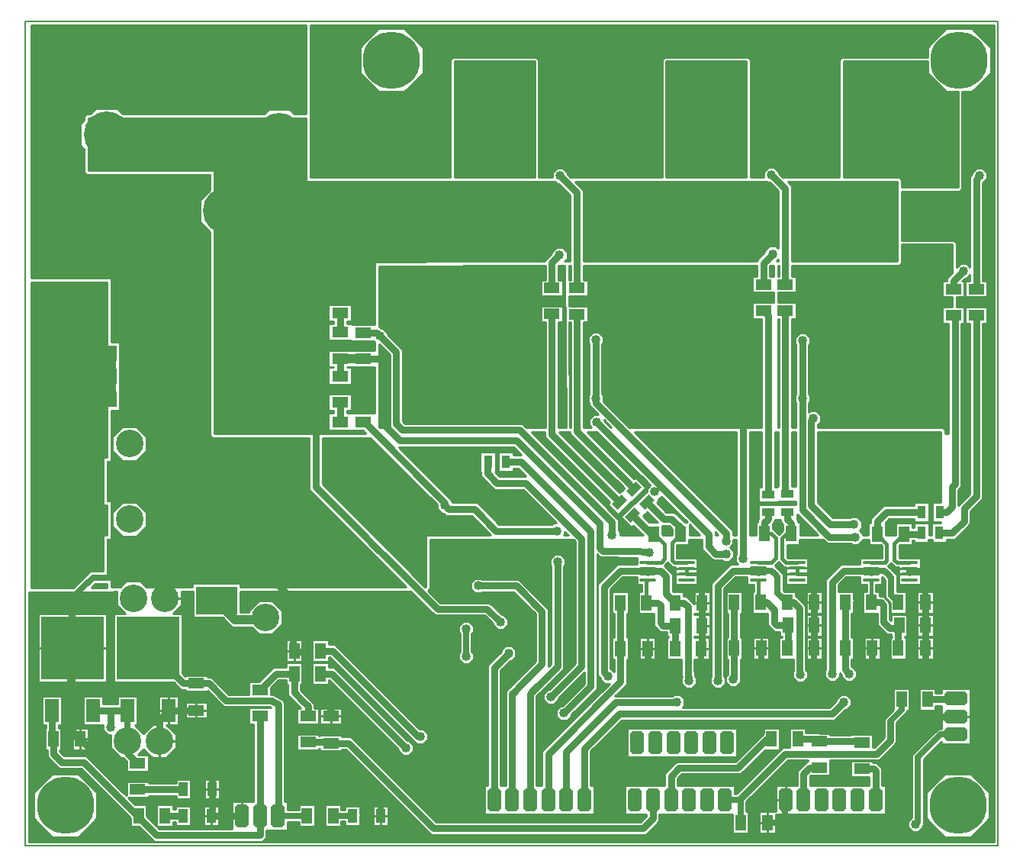
<source format=gbr>
G04 PROTEUS RS274X GERBER FILE*
%FSLAX45Y45*%
%MOMM*%
G01*
%ADD10C,0.762000*%
%ADD15C,0.381000*%
%ADD14C,0.254000*%
%ADD12C,0.635000*%
%ADD13C,1.016000*%
%ADD39C,1.270000*%
%ADD11C,0.508000*%
%ADD17C,1.016000*%
%ADD18C,0.762000*%
%ADD71C,5.080000*%
%ADD23R,1.803400X1.143000*%
%ADD20R,6.985000X6.985000*%
%ADD21R,1.524000X2.540000*%
%ADD28R,1.143000X1.803400*%
%ADD29C,6.350000*%
%AMPPAD034*
4,1,36,
0.901700,-0.025400,
0.901700,0.025400,
0.898160,0.061750,
0.887980,0.095370,
0.871810,0.125600,
0.850300,0.151800,
0.824110,0.173310,
0.793870,0.189480,
0.760250,0.199660,
0.723900,0.203200,
-0.723900,0.203200,
-0.760250,0.199660,
-0.793870,0.189480,
-0.824110,0.173310,
-0.850300,0.151800,
-0.871810,0.125600,
-0.887980,0.095370,
-0.898160,0.061750,
-0.901700,0.025400,
-0.901700,-0.025400,
-0.898160,-0.061750,
-0.887980,-0.095370,
-0.871810,-0.125600,
-0.850300,-0.151800,
-0.824110,-0.173310,
-0.793870,-0.189480,
-0.760250,-0.199660,
-0.723900,-0.203200,
0.723900,-0.203200,
0.760250,-0.199660,
0.793870,-0.189480,
0.824110,-0.173310,
0.850300,-0.151800,
0.871810,-0.125600,
0.887980,-0.095370,
0.898160,-0.061750,
0.901700,-0.025400,
0*%
%ADD40PPAD034*%
%ADD41R,1.016000X1.524000*%
%AMDIL027*
4,1,8,
-1.270000,0.457200,-0.965200,0.762000,0.965200,0.762000,1.270000,0.457200,1.270000,-0.457200,
0.965200,-0.762000,-0.965200,-0.762000,-1.270000,-0.457200,-1.270000,0.457200,
0*%
%ADD33DIL027*%
%AMDIL028*
4,1,8,
-0.762000,0.965200,-0.457200,1.270000,0.457200,1.270000,0.762000,0.965200,0.762000,-0.965200,
0.457200,-1.270000,-0.457200,-1.270000,-0.762000,-0.965200,-0.762000,0.965200,
0*%
%ADD34DIL028*%
%ADD35C,3.048000*%
%ADD42R,0.939800X1.447800*%
%ADD43R,4.572000X3.048000*%
%AMPPAD038*
4,1,4,
-0.179610,-0.844140,
-0.844140,-0.179610,
0.179610,0.844140,
0.844140,0.179610,
-0.179610,-0.844140,
0*%
%ADD44PPAD038*%
%ADD45R,1.447800X0.939800*%
%ADD46R,3.048000X4.572000*%
%ADD38C,0.203200*%
G36*
X+4572000Y+1003300D02*
X+3683000Y+1003300D01*
X+3683000Y+2286000D01*
X+4572000Y+2286000D01*
X+4572000Y+1003300D01*
G37*
%LPC*%
G36*
X+4203700Y+1667155D02*
X+4203700Y+1761845D01*
X+4270655Y+1828800D01*
X+4365345Y+1828800D01*
X+4432300Y+1761845D01*
X+4432300Y+1667155D01*
X+4365345Y+1600200D01*
X+4270655Y+1600200D01*
X+4203700Y+1667155D01*
G37*
G36*
X+3981450Y+1039159D02*
X+3981450Y+1065461D01*
X+4000049Y+1084060D01*
X+4026351Y+1084060D01*
X+4044950Y+1065461D01*
X+4044950Y+1039159D01*
X+4026351Y+1020560D01*
X+4000049Y+1020560D01*
X+3981450Y+1039159D01*
G37*
G36*
X+3879850Y+1215135D02*
X+3879850Y+1241437D01*
X+3898449Y+1260036D01*
X+3924751Y+1260036D01*
X+3943350Y+1241437D01*
X+3943350Y+1215135D01*
X+3924751Y+1196536D01*
X+3898449Y+1196536D01*
X+3879850Y+1215135D01*
G37*
G36*
X+4083050Y+1215135D02*
X+4083050Y+1241437D01*
X+4101649Y+1260036D01*
X+4127951Y+1260036D01*
X+4146550Y+1241437D01*
X+4146550Y+1215135D01*
X+4127951Y+1196536D01*
X+4101649Y+1196536D01*
X+4083050Y+1215135D01*
G37*
G36*
X+3778250Y+1391111D02*
X+3778250Y+1417413D01*
X+3796849Y+1436012D01*
X+3823151Y+1436012D01*
X+3841750Y+1417413D01*
X+3841750Y+1391111D01*
X+3823151Y+1372512D01*
X+3796849Y+1372512D01*
X+3778250Y+1391111D01*
G37*
G36*
X+3981450Y+1391111D02*
X+3981450Y+1417413D01*
X+4000049Y+1436012D01*
X+4026351Y+1436012D01*
X+4044950Y+1417413D01*
X+4044950Y+1391111D01*
X+4026351Y+1372512D01*
X+4000049Y+1372512D01*
X+3981450Y+1391111D01*
G37*
G36*
X+3879850Y+1567087D02*
X+3879850Y+1593389D01*
X+3898449Y+1611988D01*
X+3924751Y+1611988D01*
X+3943350Y+1593389D01*
X+3943350Y+1567087D01*
X+3924751Y+1548488D01*
X+3898449Y+1548488D01*
X+3879850Y+1567087D01*
G37*
G36*
X+3778250Y+1743063D02*
X+3778250Y+1769365D01*
X+3796849Y+1787964D01*
X+3823151Y+1787964D01*
X+3841750Y+1769365D01*
X+3841750Y+1743063D01*
X+3823151Y+1724464D01*
X+3796849Y+1724464D01*
X+3778250Y+1743063D01*
G37*
G36*
X+3905250Y+1891849D02*
X+3905250Y+1918151D01*
X+3923849Y+1936750D01*
X+3950151Y+1936750D01*
X+3968750Y+1918151D01*
X+3968750Y+1891849D01*
X+3950151Y+1873250D01*
X+3923849Y+1873250D01*
X+3905250Y+1891849D01*
G37*
%LPD*%
G36*
X+6922871Y+1003300D02*
X+6033665Y+1003300D01*
X+6032500Y+2286000D01*
X+6924013Y+2286355D01*
X+6922871Y+1003300D01*
G37*
%LPC*%
G36*
X+6553200Y+1667155D02*
X+6553200Y+1761845D01*
X+6620155Y+1828800D01*
X+6714845Y+1828800D01*
X+6781800Y+1761845D01*
X+6781800Y+1667155D01*
X+6714845Y+1600200D01*
X+6620155Y+1600200D01*
X+6553200Y+1667155D01*
G37*
G36*
X+6332219Y+1039159D02*
X+6332219Y+1065461D01*
X+6350818Y+1084060D01*
X+6377120Y+1084060D01*
X+6395719Y+1065461D01*
X+6395719Y+1039159D01*
X+6377120Y+1020560D01*
X+6350818Y+1020560D01*
X+6332219Y+1039159D01*
G37*
G36*
X+6230619Y+1215135D02*
X+6230619Y+1241437D01*
X+6249218Y+1260036D01*
X+6275520Y+1260036D01*
X+6294119Y+1241437D01*
X+6294119Y+1215135D01*
X+6275520Y+1196536D01*
X+6249218Y+1196536D01*
X+6230619Y+1215135D01*
G37*
G36*
X+6433819Y+1215135D02*
X+6433819Y+1241437D01*
X+6452418Y+1260036D01*
X+6478720Y+1260036D01*
X+6497319Y+1241437D01*
X+6497319Y+1215135D01*
X+6478720Y+1196536D01*
X+6452418Y+1196536D01*
X+6433819Y+1215135D01*
G37*
G36*
X+6129019Y+1391111D02*
X+6129019Y+1417413D01*
X+6147618Y+1436012D01*
X+6173920Y+1436012D01*
X+6192519Y+1417413D01*
X+6192519Y+1391111D01*
X+6173920Y+1372512D01*
X+6147618Y+1372512D01*
X+6129019Y+1391111D01*
G37*
G36*
X+6332219Y+1391111D02*
X+6332219Y+1417413D01*
X+6350818Y+1436012D01*
X+6377120Y+1436012D01*
X+6395719Y+1417413D01*
X+6395719Y+1391111D01*
X+6377120Y+1372512D01*
X+6350818Y+1372512D01*
X+6332219Y+1391111D01*
G37*
G36*
X+6230619Y+1567087D02*
X+6230619Y+1593389D01*
X+6249218Y+1611988D01*
X+6275520Y+1611988D01*
X+6294119Y+1593389D01*
X+6294119Y+1567087D01*
X+6275520Y+1548488D01*
X+6249218Y+1548488D01*
X+6230619Y+1567087D01*
G37*
G36*
X+6129019Y+1743063D02*
X+6129019Y+1769365D01*
X+6147618Y+1787964D01*
X+6173920Y+1787964D01*
X+6192519Y+1769365D01*
X+6192519Y+1743063D01*
X+6173920Y+1724464D01*
X+6147618Y+1724464D01*
X+6129019Y+1743063D01*
G37*
G36*
X+6254750Y+1891849D02*
X+6254750Y+1918151D01*
X+6273349Y+1936750D01*
X+6299651Y+1936750D01*
X+6318250Y+1918151D01*
X+6318250Y+1891849D01*
X+6299651Y+1873250D01*
X+6273349Y+1873250D01*
X+6254750Y+1891849D01*
G37*
%LPD*%
G36*
X+8933181Y+2153510D02*
X+9138510Y+1948181D01*
X+9271000Y+1948181D01*
X+9271000Y+889000D01*
X+8648269Y+889000D01*
X+8648747Y+973338D01*
X+8618953Y+1003300D01*
X+8001000Y+1003300D01*
X+8001000Y+2286000D01*
X+8933181Y+2286000D01*
X+8933181Y+2153510D01*
G37*
%LPC*%
G36*
X+8140700Y+1603655D02*
X+8140700Y+1698345D01*
X+8207655Y+1765300D01*
X+8302345Y+1765300D01*
X+8369300Y+1698345D01*
X+8369300Y+1603655D01*
X+8302345Y+1536700D01*
X+8207655Y+1536700D01*
X+8140700Y+1603655D01*
G37*
G36*
X+8566150Y+1215135D02*
X+8566150Y+1241437D01*
X+8584749Y+1260036D01*
X+8611051Y+1260036D01*
X+8629650Y+1241437D01*
X+8629650Y+1215135D01*
X+8611051Y+1196536D01*
X+8584749Y+1196536D01*
X+8566150Y+1215135D01*
G37*
G36*
X+8769350Y+1215135D02*
X+8769350Y+1241437D01*
X+8787949Y+1260036D01*
X+8814251Y+1260036D01*
X+8832850Y+1241437D01*
X+8832850Y+1215135D01*
X+8814251Y+1196536D01*
X+8787949Y+1196536D01*
X+8769350Y+1215135D01*
G37*
G36*
X+8566150Y+1567087D02*
X+8566150Y+1593389D01*
X+8584749Y+1611988D01*
X+8611051Y+1611988D01*
X+8629650Y+1593389D01*
X+8629650Y+1567087D01*
X+8611051Y+1548488D01*
X+8584749Y+1548488D01*
X+8566150Y+1567087D01*
G37*
G36*
X+8693150Y+1853749D02*
X+8693150Y+1880051D01*
X+8711749Y+1898650D01*
X+8738051Y+1898650D01*
X+8756650Y+1880051D01*
X+8756650Y+1853749D01*
X+8738051Y+1835150D01*
X+8711749Y+1835150D01*
X+8693150Y+1853749D01*
G37*
G36*
X+8274050Y+1244394D02*
X+8274050Y+1270696D01*
X+8292649Y+1289295D01*
X+8318951Y+1289295D01*
X+8337550Y+1270696D01*
X+8337550Y+1244394D01*
X+8318951Y+1225795D01*
X+8292649Y+1225795D01*
X+8274050Y+1244394D01*
G37*
G36*
X+9036050Y+1244394D02*
X+9036050Y+1270696D01*
X+9054649Y+1289295D01*
X+9080951Y+1289295D01*
X+9099550Y+1270696D01*
X+9099550Y+1244394D01*
X+9080951Y+1225795D01*
X+9054649Y+1225795D01*
X+9036050Y+1244394D01*
G37*
G36*
X+8477250Y+1929949D02*
X+8477250Y+1956251D01*
X+8495849Y+1974850D01*
X+8522151Y+1974850D01*
X+8540750Y+1956251D01*
X+8540750Y+1929949D01*
X+8522151Y+1911350D01*
X+8495849Y+1911350D01*
X+8477250Y+1929949D01*
G37*
G36*
X+8528050Y+2124274D02*
X+8528050Y+2150576D01*
X+8546649Y+2169175D01*
X+8572951Y+2169175D01*
X+8591550Y+2150576D01*
X+8591550Y+2124274D01*
X+8572951Y+2105675D01*
X+8546649Y+2105675D01*
X+8528050Y+2124274D01*
G37*
G36*
X+8782050Y+2124274D02*
X+8782050Y+2150576D01*
X+8800649Y+2169175D01*
X+8826951Y+2169175D01*
X+8845550Y+2150576D01*
X+8845550Y+2124274D01*
X+8826951Y+2105675D01*
X+8800649Y+2105675D01*
X+8782050Y+2124274D01*
G37*
G36*
X+8794750Y+1625149D02*
X+8794750Y+1651451D01*
X+8813349Y+1670050D01*
X+8839651Y+1670050D01*
X+8858250Y+1651451D01*
X+8858250Y+1625149D01*
X+8839651Y+1606550D01*
X+8813349Y+1606550D01*
X+8794750Y+1625149D01*
G37*
G36*
X+9074150Y+1447349D02*
X+9074150Y+1473651D01*
X+9092749Y+1492250D01*
X+9119051Y+1492250D01*
X+9137650Y+1473651D01*
X+9137650Y+1447349D01*
X+9119051Y+1428750D01*
X+9092749Y+1428750D01*
X+9074150Y+1447349D01*
G37*
%LPD*%
G36*
X+9207500Y-61765D02*
X+9149081Y-120184D01*
X+9149081Y-151131D01*
X+9097011Y-151131D01*
X+9097011Y-331469D01*
X+9207500Y-331469D01*
X+9207500Y-441131D01*
X+9097011Y-441131D01*
X+9097011Y-621469D01*
X+9167281Y-621469D01*
X+9167281Y-1841500D01*
X+9131300Y-1841500D01*
X+9131300Y-1807758D01*
X+9101542Y-1778000D01*
X+7712600Y-1778000D01*
X+7712600Y-1747537D01*
X+7748555Y-1711582D01*
X+7748555Y-1642144D01*
X+7699455Y-1593044D01*
X+7630017Y-1593044D01*
X+7614919Y-1608142D01*
X+7614919Y-1503881D01*
X+7629451Y-1489349D01*
X+7629451Y-1419911D01*
X+7614919Y-1405379D01*
X+7614919Y-860219D01*
X+7627619Y-847519D01*
X+7627619Y-778081D01*
X+7578519Y-728981D01*
X+7509081Y-728981D01*
X+7459981Y-778081D01*
X+7459981Y-847519D01*
X+7472681Y-860219D01*
X+7472681Y-1409043D01*
X+7461813Y-1419911D01*
X+7461813Y-1489349D01*
X+7472681Y-1500217D01*
X+7472681Y-1778000D01*
X+7424419Y-1778000D01*
X+7424419Y-570669D01*
X+7476489Y-570669D01*
X+7476489Y-390331D01*
X+7272020Y-390331D01*
X+7272020Y-280669D01*
X+7476489Y-280669D01*
X+7476489Y-100331D01*
X+7424419Y-100331D01*
X+7424419Y+16877D01*
X+8613805Y+17799D01*
X+8643499Y+47348D01*
X+8644670Y+254000D01*
X+9207500Y+254000D01*
X+9207500Y-61765D01*
G37*
%LPC*%
G36*
X+7893050Y-1622036D02*
X+7893050Y-1595734D01*
X+7911649Y-1577135D01*
X+7937951Y-1577135D01*
X+7956550Y-1595734D01*
X+7956550Y-1622036D01*
X+7937951Y-1640635D01*
X+7911649Y-1640635D01*
X+7893050Y-1622036D01*
G37*
G36*
X+7804150Y-1468057D02*
X+7804150Y-1441755D01*
X+7822749Y-1423156D01*
X+7849051Y-1423156D01*
X+7867650Y-1441755D01*
X+7867650Y-1468057D01*
X+7849051Y-1486656D01*
X+7822749Y-1486656D01*
X+7804150Y-1468057D01*
G37*
G36*
X+7715250Y-1314078D02*
X+7715250Y-1287776D01*
X+7733849Y-1269177D01*
X+7760151Y-1269177D01*
X+7778750Y-1287776D01*
X+7778750Y-1314078D01*
X+7760151Y-1332677D01*
X+7733849Y-1332677D01*
X+7715250Y-1314078D01*
G37*
G36*
X+7893050Y-1314078D02*
X+7893050Y-1287776D01*
X+7911649Y-1269177D01*
X+7937951Y-1269177D01*
X+7956550Y-1287776D01*
X+7956550Y-1314078D01*
X+7937951Y-1332677D01*
X+7911649Y-1332677D01*
X+7893050Y-1314078D01*
G37*
G36*
X+7804150Y-1160099D02*
X+7804150Y-1133797D01*
X+7822749Y-1115198D01*
X+7849051Y-1115198D01*
X+7867650Y-1133797D01*
X+7867650Y-1160099D01*
X+7849051Y-1178698D01*
X+7822749Y-1178698D01*
X+7804150Y-1160099D01*
G37*
G36*
X+7981950Y-852141D02*
X+7981950Y-825839D01*
X+8000549Y-807240D01*
X+8026851Y-807240D01*
X+8045450Y-825839D01*
X+8045450Y-852141D01*
X+8026851Y-870740D01*
X+8000549Y-870740D01*
X+7981950Y-852141D01*
G37*
G36*
X+8515350Y-852141D02*
X+8515350Y-825839D01*
X+8533949Y-807240D01*
X+8560251Y-807240D01*
X+8578850Y-825839D01*
X+8578850Y-852141D01*
X+8560251Y-870740D01*
X+8533949Y-870740D01*
X+8515350Y-852141D01*
G37*
G36*
X+8693150Y-852141D02*
X+8693150Y-825839D01*
X+8711749Y-807240D01*
X+8738051Y-807240D01*
X+8756650Y-825839D01*
X+8756650Y-852141D01*
X+8738051Y-870740D01*
X+8711749Y-870740D01*
X+8693150Y-852141D01*
G37*
G36*
X+8870950Y-852141D02*
X+8870950Y-825839D01*
X+8889549Y-807240D01*
X+8915851Y-807240D01*
X+8934450Y-825839D01*
X+8934450Y-852141D01*
X+8915851Y-870740D01*
X+8889549Y-870740D01*
X+8870950Y-852141D01*
G37*
G36*
X+8604250Y-698162D02*
X+8604250Y-671860D01*
X+8622849Y-653261D01*
X+8649151Y-653261D01*
X+8667750Y-671860D01*
X+8667750Y-698162D01*
X+8649151Y-716761D01*
X+8622849Y-716761D01*
X+8604250Y-698162D01*
G37*
G36*
X+8782050Y-698162D02*
X+8782050Y-671860D01*
X+8800649Y-653261D01*
X+8826951Y-653261D01*
X+8845550Y-671860D01*
X+8845550Y-698162D01*
X+8826951Y-716761D01*
X+8800649Y-716761D01*
X+8782050Y-698162D01*
G37*
G36*
X+8959850Y-698162D02*
X+8959850Y-671860D01*
X+8978449Y-653261D01*
X+9004751Y-653261D01*
X+9023350Y-671860D01*
X+9023350Y-698162D01*
X+9004751Y-716761D01*
X+8978449Y-716761D01*
X+8959850Y-698162D01*
G37*
G36*
X+7981950Y-544183D02*
X+7981950Y-517881D01*
X+8000549Y-499282D01*
X+8026851Y-499282D01*
X+8045450Y-517881D01*
X+8045450Y-544183D01*
X+8026851Y-562782D01*
X+8000549Y-562782D01*
X+7981950Y-544183D01*
G37*
G36*
X+8070850Y-390204D02*
X+8070850Y-363902D01*
X+8089449Y-345303D01*
X+8115751Y-345303D01*
X+8134350Y-363902D01*
X+8134350Y-390204D01*
X+8115751Y-408803D01*
X+8089449Y-408803D01*
X+8070850Y-390204D01*
G37*
G36*
X+8248650Y-390204D02*
X+8248650Y-363902D01*
X+8267249Y-345303D01*
X+8293551Y-345303D01*
X+8312150Y-363902D01*
X+8312150Y-390204D01*
X+8293551Y-408803D01*
X+8267249Y-408803D01*
X+8248650Y-390204D01*
G37*
G36*
X+8426450Y-390204D02*
X+8426450Y-363902D01*
X+8445049Y-345303D01*
X+8471351Y-345303D01*
X+8489950Y-363902D01*
X+8489950Y-390204D01*
X+8471351Y-408803D01*
X+8445049Y-408803D01*
X+8426450Y-390204D01*
G37*
G36*
X+7804150Y-236225D02*
X+7804150Y-209923D01*
X+7822749Y-191324D01*
X+7849051Y-191324D01*
X+7867650Y-209923D01*
X+7867650Y-236225D01*
X+7849051Y-254824D01*
X+7822749Y-254824D01*
X+7804150Y-236225D01*
G37*
G36*
X+7981950Y-236225D02*
X+7981950Y-209923D01*
X+8000549Y-191324D01*
X+8026851Y-191324D01*
X+8045450Y-209923D01*
X+8045450Y-236225D01*
X+8026851Y-254824D01*
X+8000549Y-254824D01*
X+7981950Y-236225D01*
G37*
G36*
X+8159750Y-236225D02*
X+8159750Y-209923D01*
X+8178349Y-191324D01*
X+8204651Y-191324D01*
X+8223250Y-209923D01*
X+8223250Y-236225D01*
X+8204651Y-254824D01*
X+8178349Y-254824D01*
X+8159750Y-236225D01*
G37*
G36*
X+8337550Y-236225D02*
X+8337550Y-209923D01*
X+8356149Y-191324D01*
X+8382451Y-191324D01*
X+8401050Y-209923D01*
X+8401050Y-236225D01*
X+8382451Y-254824D01*
X+8356149Y-254824D01*
X+8337550Y-236225D01*
G37*
G36*
X+8515350Y-236225D02*
X+8515350Y-209923D01*
X+8533949Y-191324D01*
X+8560251Y-191324D01*
X+8578850Y-209923D01*
X+8578850Y-236225D01*
X+8560251Y-254824D01*
X+8533949Y-254824D01*
X+8515350Y-236225D01*
G37*
G36*
X+8693150Y-236225D02*
X+8693150Y-209923D01*
X+8711749Y-191324D01*
X+8738051Y-191324D01*
X+8756650Y-209923D01*
X+8756650Y-236225D01*
X+8738051Y-254824D01*
X+8711749Y-254824D01*
X+8693150Y-236225D01*
G37*
G36*
X+7715250Y-82246D02*
X+7715250Y-55944D01*
X+7733849Y-37345D01*
X+7760151Y-37345D01*
X+7778750Y-55944D01*
X+7778750Y-82246D01*
X+7760151Y-100845D01*
X+7733849Y-100845D01*
X+7715250Y-82246D01*
G37*
G36*
X+7893050Y-82246D02*
X+7893050Y-55944D01*
X+7911649Y-37345D01*
X+7937951Y-37345D01*
X+7956550Y-55944D01*
X+7956550Y-82246D01*
X+7937951Y-100845D01*
X+7911649Y-100845D01*
X+7893050Y-82246D01*
G37*
G36*
X+8070850Y-82246D02*
X+8070850Y-55944D01*
X+8089449Y-37345D01*
X+8115751Y-37345D01*
X+8134350Y-55944D01*
X+8134350Y-82246D01*
X+8115751Y-100845D01*
X+8089449Y-100845D01*
X+8070850Y-82246D01*
G37*
G36*
X+8248650Y-82246D02*
X+8248650Y-55944D01*
X+8267249Y-37345D01*
X+8293551Y-37345D01*
X+8312150Y-55944D01*
X+8312150Y-82246D01*
X+8293551Y-100845D01*
X+8267249Y-100845D01*
X+8248650Y-82246D01*
G37*
G36*
X+8426450Y-82246D02*
X+8426450Y-55944D01*
X+8445049Y-37345D01*
X+8471351Y-37345D01*
X+8489950Y-55944D01*
X+8489950Y-82246D01*
X+8471351Y-100845D01*
X+8445049Y-100845D01*
X+8426450Y-82246D01*
G37*
G36*
X+8604250Y-82246D02*
X+8604250Y-55944D01*
X+8622849Y-37345D01*
X+8649151Y-37345D01*
X+8667750Y-55944D01*
X+8667750Y-82246D01*
X+8649151Y-100845D01*
X+8622849Y-100845D01*
X+8604250Y-82246D01*
G37*
G36*
X+8782050Y-82246D02*
X+8782050Y-55944D01*
X+8800649Y-37345D01*
X+8826951Y-37345D01*
X+8845550Y-55944D01*
X+8845550Y-82246D01*
X+8826951Y-100845D01*
X+8800649Y-100845D01*
X+8782050Y-82246D01*
G37*
%LPD*%
G36*
X+7282181Y-100331D02*
X+7272020Y-100331D01*
X+7272020Y+16759D01*
X+7282181Y+16767D01*
X+7282181Y-100331D01*
G37*
G36*
X+7282181Y-1778000D02*
X+7272020Y-1778000D01*
X+7272020Y-570669D01*
X+7282181Y-570669D01*
X+7282181Y-1778000D01*
G37*
G36*
X+4919594Y-1778000D02*
X+4833619Y-1778000D01*
X+4833619Y-608769D01*
X+4885689Y-608769D01*
X+4885689Y-428431D01*
X+4639311Y-428431D01*
X+4639311Y-608769D01*
X+4691381Y-608769D01*
X+4691381Y-1778000D01*
X+4482076Y-1778000D01*
X+4436357Y-1732281D01*
X+3132648Y-1732281D01*
X+3106419Y-1706052D01*
X+3106419Y-910343D01*
X+2941319Y-745243D01*
X+2941319Y-727281D01*
X+2892219Y-678181D01*
X+2874257Y-678181D01*
X+2850957Y-654881D01*
X+2844800Y-654881D01*
X+2844800Y+13330D01*
X+4691381Y+14760D01*
X+4691381Y-138431D01*
X+4639311Y-138431D01*
X+4639311Y-318769D01*
X+4885689Y-318769D01*
X+4885689Y-138431D01*
X+4833619Y-138431D01*
X+4833619Y+14870D01*
X+4908728Y+14929D01*
X+4919594Y-1778000D01*
G37*
%LPC*%
G36*
X+3181350Y-1510805D02*
X+3181350Y-1484503D01*
X+3199949Y-1465904D01*
X+3226251Y-1465904D01*
X+3244850Y-1484503D01*
X+3244850Y-1510805D01*
X+3226251Y-1529404D01*
X+3199949Y-1529404D01*
X+3181350Y-1510805D01*
G37*
G36*
X+3181350Y-1321251D02*
X+3181350Y-1294949D01*
X+3199949Y-1276350D01*
X+3226251Y-1276350D01*
X+3244850Y-1294949D01*
X+3244850Y-1321251D01*
X+3226251Y-1339850D01*
X+3199949Y-1339850D01*
X+3181350Y-1321251D01*
G37*
G36*
X+3181350Y-1158853D02*
X+3181350Y-1132551D01*
X+3199949Y-1113952D01*
X+3226251Y-1113952D01*
X+3244850Y-1132551D01*
X+3244850Y-1158853D01*
X+3226251Y-1177452D01*
X+3199949Y-1177452D01*
X+3181350Y-1158853D01*
G37*
G36*
X+4095750Y-630925D02*
X+4095750Y-604623D01*
X+4114349Y-586024D01*
X+4140651Y-586024D01*
X+4159250Y-604623D01*
X+4159250Y-630925D01*
X+4140651Y-649524D01*
X+4114349Y-649524D01*
X+4095750Y-630925D01*
G37*
G36*
X+4298950Y-630925D02*
X+4298950Y-604623D01*
X+4317549Y-586024D01*
X+4343851Y-586024D01*
X+4362450Y-604623D01*
X+4362450Y-630925D01*
X+4343851Y-649524D01*
X+4317549Y-649524D01*
X+4298950Y-630925D01*
G37*
G36*
X+3282950Y-278973D02*
X+3282950Y-252671D01*
X+3301549Y-234072D01*
X+3327851Y-234072D01*
X+3346450Y-252671D01*
X+3346450Y-278973D01*
X+3327851Y-297572D01*
X+3301549Y-297572D01*
X+3282950Y-278973D01*
G37*
G36*
X+3486150Y-278973D02*
X+3486150Y-252671D01*
X+3504749Y-234072D01*
X+3531051Y-234072D01*
X+3549650Y-252671D01*
X+3549650Y-278973D01*
X+3531051Y-297572D01*
X+3504749Y-297572D01*
X+3486150Y-278973D01*
G37*
G36*
X+3689350Y-278973D02*
X+3689350Y-252671D01*
X+3707949Y-234072D01*
X+3734251Y-234072D01*
X+3752850Y-252671D01*
X+3752850Y-278973D01*
X+3734251Y-297572D01*
X+3707949Y-297572D01*
X+3689350Y-278973D01*
G37*
G36*
X+3892550Y-278973D02*
X+3892550Y-252671D01*
X+3911149Y-234072D01*
X+3937451Y-234072D01*
X+3956050Y-252671D01*
X+3956050Y-278973D01*
X+3937451Y-297572D01*
X+3911149Y-297572D01*
X+3892550Y-278973D01*
G37*
G36*
X+4095750Y-278973D02*
X+4095750Y-252671D01*
X+4114349Y-234072D01*
X+4140651Y-234072D01*
X+4159250Y-252671D01*
X+4159250Y-278973D01*
X+4140651Y-297572D01*
X+4114349Y-297572D01*
X+4095750Y-278973D01*
G37*
G36*
X+3181350Y-102997D02*
X+3181350Y-76695D01*
X+3199949Y-58096D01*
X+3226251Y-58096D01*
X+3244850Y-76695D01*
X+3244850Y-102997D01*
X+3226251Y-121596D01*
X+3199949Y-121596D01*
X+3181350Y-102997D01*
G37*
G36*
X+3384550Y-102997D02*
X+3384550Y-76695D01*
X+3403149Y-58096D01*
X+3429451Y-58096D01*
X+3448050Y-76695D01*
X+3448050Y-102997D01*
X+3429451Y-121596D01*
X+3403149Y-121596D01*
X+3384550Y-102997D01*
G37*
G36*
X+3587750Y-102997D02*
X+3587750Y-76695D01*
X+3606349Y-58096D01*
X+3632651Y-58096D01*
X+3651250Y-76695D01*
X+3651250Y-102997D01*
X+3632651Y-121596D01*
X+3606349Y-121596D01*
X+3587750Y-102997D01*
G37*
G36*
X+3790950Y-102997D02*
X+3790950Y-76695D01*
X+3809549Y-58096D01*
X+3835851Y-58096D01*
X+3854450Y-76695D01*
X+3854450Y-102997D01*
X+3835851Y-121596D01*
X+3809549Y-121596D01*
X+3790950Y-102997D01*
G37*
G36*
X+3994150Y-102997D02*
X+3994150Y-76695D01*
X+4012749Y-58096D01*
X+4039051Y-58096D01*
X+4057650Y-76695D01*
X+4057650Y-102997D01*
X+4039051Y-121596D01*
X+4012749Y-121596D01*
X+3994150Y-102997D01*
G37*
G36*
X+4400550Y-102997D02*
X+4400550Y-76695D01*
X+4419149Y-58096D01*
X+4445451Y-58096D01*
X+4464050Y-76695D01*
X+4464050Y-102997D01*
X+4445451Y-121596D01*
X+4419149Y-121596D01*
X+4400550Y-102997D01*
G37*
G36*
X+3168650Y-1689551D02*
X+3168650Y-1663249D01*
X+3187249Y-1644650D01*
X+3213551Y-1644650D01*
X+3232150Y-1663249D01*
X+3232150Y-1689551D01*
X+3213551Y-1708150D01*
X+3187249Y-1708150D01*
X+3168650Y-1689551D01*
G37*
G36*
X+4095750Y-806901D02*
X+4095750Y-780599D01*
X+4114349Y-762000D01*
X+4140651Y-762000D01*
X+4159250Y-780599D01*
X+4159250Y-806901D01*
X+4140651Y-825500D01*
X+4114349Y-825500D01*
X+4095750Y-806901D01*
G37*
G36*
X+4349750Y-806901D02*
X+4349750Y-780599D01*
X+4368349Y-762000D01*
X+4394651Y-762000D01*
X+4413250Y-780599D01*
X+4413250Y-806901D01*
X+4394651Y-825500D01*
X+4368349Y-825500D01*
X+4349750Y-806901D01*
G37*
G36*
X+3892550Y-837065D02*
X+3892550Y-810763D01*
X+3911149Y-792164D01*
X+3937451Y-792164D01*
X+3956050Y-810763D01*
X+3956050Y-837065D01*
X+3937451Y-855664D01*
X+3911149Y-855664D01*
X+3892550Y-837065D01*
G37*
G36*
X+3384550Y-661089D02*
X+3384550Y-634787D01*
X+3403149Y-616188D01*
X+3429451Y-616188D01*
X+3448050Y-634787D01*
X+3448050Y-661089D01*
X+3429451Y-679688D01*
X+3403149Y-679688D01*
X+3384550Y-661089D01*
G37*
G36*
X+3790950Y-661089D02*
X+3790950Y-634787D01*
X+3809549Y-616188D01*
X+3835851Y-616188D01*
X+3854450Y-634787D01*
X+3854450Y-661089D01*
X+3835851Y-679688D01*
X+3809549Y-679688D01*
X+3790950Y-661089D01*
G37*
%LPD*%
G36*
X+2964181Y-969257D02*
X+2964181Y-1764966D01*
X+2977215Y-1778000D01*
X+2844800Y-1778000D01*
X+2844800Y-849876D01*
X+2964181Y-969257D01*
G37*
%LPC*%
G36*
X+2889250Y-1029151D02*
X+2889250Y-1002849D01*
X+2907849Y-984250D01*
X+2934151Y-984250D01*
X+2952750Y-1002849D01*
X+2952750Y-1029151D01*
X+2934151Y-1047750D01*
X+2907849Y-1047750D01*
X+2889250Y-1029151D01*
G37*
%LPD*%
G36*
X+7226300Y-100331D02*
X+7183119Y-100331D01*
X+7183119Y+16690D01*
X+7226300Y+16724D01*
X+7226300Y-100331D01*
G37*
G36*
X+4970781Y-140531D02*
X+4955391Y-140531D01*
X+4954449Y+14964D01*
X+4970781Y+14977D01*
X+4970781Y-140531D01*
G37*
G36*
X+7040881Y-100331D02*
X+6988811Y-100331D01*
X+6988811Y-280669D01*
X+7226300Y-280669D01*
X+7226300Y-390331D01*
X+6988811Y-390331D01*
X+6988811Y-570669D01*
X+7091681Y-570669D01*
X+7091681Y-1778000D01*
X+5625627Y-1778000D01*
X+5333231Y-1485604D01*
X+5333231Y-1419431D01*
X+5320531Y-1406731D01*
X+5320531Y-851595D01*
X+5333231Y-838895D01*
X+5333231Y-769457D01*
X+5284131Y-720357D01*
X+5214693Y-720357D01*
X+5165593Y-769457D01*
X+5165593Y-838895D01*
X+5178293Y-851595D01*
X+5178293Y-1406731D01*
X+5165593Y-1419431D01*
X+5165593Y-1488869D01*
X+5178293Y-1501569D01*
X+5178293Y-1531818D01*
X+5277156Y-1630681D01*
X+5223081Y-1630681D01*
X+5173981Y-1679781D01*
X+5173981Y-1749219D01*
X+5202762Y-1778000D01*
X+5113019Y-1778000D01*
X+5113019Y-610869D01*
X+5165089Y-610869D01*
X+5165089Y-430531D01*
X+4957149Y-430531D01*
X+4956484Y-320869D01*
X+5165089Y-320869D01*
X+5165089Y-140531D01*
X+5113019Y-140531D01*
X+5113019Y+15087D01*
X+7040881Y+16580D01*
X+7040881Y-100331D01*
G37*
%LPC*%
G36*
X+5607050Y-1622036D02*
X+5607050Y-1595734D01*
X+5625649Y-1577135D01*
X+5651951Y-1577135D01*
X+5670550Y-1595734D01*
X+5670550Y-1622036D01*
X+5651951Y-1640635D01*
X+5625649Y-1640635D01*
X+5607050Y-1622036D01*
G37*
G36*
X+5518150Y-1468057D02*
X+5518150Y-1441755D01*
X+5536749Y-1423156D01*
X+5563051Y-1423156D01*
X+5581650Y-1441755D01*
X+5581650Y-1468057D01*
X+5563051Y-1486656D01*
X+5536749Y-1486656D01*
X+5518150Y-1468057D01*
G37*
G36*
X+5429250Y-1314078D02*
X+5429250Y-1287776D01*
X+5447849Y-1269177D01*
X+5474151Y-1269177D01*
X+5492750Y-1287776D01*
X+5492750Y-1314078D01*
X+5474151Y-1332677D01*
X+5447849Y-1332677D01*
X+5429250Y-1314078D01*
G37*
G36*
X+5607050Y-1314078D02*
X+5607050Y-1287776D01*
X+5625649Y-1269177D01*
X+5651951Y-1269177D01*
X+5670550Y-1287776D01*
X+5670550Y-1314078D01*
X+5651951Y-1332677D01*
X+5625649Y-1332677D01*
X+5607050Y-1314078D01*
G37*
G36*
X+5518150Y-1160099D02*
X+5518150Y-1133797D01*
X+5536749Y-1115198D01*
X+5563051Y-1115198D01*
X+5581650Y-1133797D01*
X+5581650Y-1160099D01*
X+5563051Y-1178698D01*
X+5536749Y-1178698D01*
X+5518150Y-1160099D01*
G37*
G36*
X+5695950Y-852141D02*
X+5695950Y-825839D01*
X+5714549Y-807240D01*
X+5740851Y-807240D01*
X+5759450Y-825839D01*
X+5759450Y-852141D01*
X+5740851Y-870740D01*
X+5714549Y-870740D01*
X+5695950Y-852141D01*
G37*
G36*
X+6584950Y-852141D02*
X+6584950Y-825839D01*
X+6603549Y-807240D01*
X+6629851Y-807240D01*
X+6648450Y-825839D01*
X+6648450Y-852141D01*
X+6629851Y-870740D01*
X+6603549Y-870740D01*
X+6584950Y-852141D01*
G37*
G36*
X+6496050Y-698162D02*
X+6496050Y-671860D01*
X+6514649Y-653261D01*
X+6540951Y-653261D01*
X+6559550Y-671860D01*
X+6559550Y-698162D01*
X+6540951Y-716761D01*
X+6514649Y-716761D01*
X+6496050Y-698162D01*
G37*
G36*
X+6673850Y-698162D02*
X+6673850Y-671860D01*
X+6692449Y-653261D01*
X+6718751Y-653261D01*
X+6737350Y-671860D01*
X+6737350Y-698162D01*
X+6718751Y-716761D01*
X+6692449Y-716761D01*
X+6673850Y-698162D01*
G37*
G36*
X+5695950Y-544183D02*
X+5695950Y-517881D01*
X+5714549Y-499282D01*
X+5740851Y-499282D01*
X+5759450Y-517881D01*
X+5759450Y-544183D01*
X+5740851Y-562782D01*
X+5714549Y-562782D01*
X+5695950Y-544183D01*
G37*
G36*
X+6584950Y-544183D02*
X+6584950Y-517881D01*
X+6603549Y-499282D01*
X+6629851Y-499282D01*
X+6648450Y-517881D01*
X+6648450Y-544183D01*
X+6629851Y-562782D01*
X+6603549Y-562782D01*
X+6584950Y-544183D01*
G37*
G36*
X+5784850Y-390204D02*
X+5784850Y-363902D01*
X+5803449Y-345303D01*
X+5829751Y-345303D01*
X+5848350Y-363902D01*
X+5848350Y-390204D01*
X+5829751Y-408803D01*
X+5803449Y-408803D01*
X+5784850Y-390204D01*
G37*
G36*
X+5962650Y-390204D02*
X+5962650Y-363902D01*
X+5981249Y-345303D01*
X+6007551Y-345303D01*
X+6026150Y-363902D01*
X+6026150Y-390204D01*
X+6007551Y-408803D01*
X+5981249Y-408803D01*
X+5962650Y-390204D01*
G37*
G36*
X+5518150Y-236225D02*
X+5518150Y-209923D01*
X+5536749Y-191324D01*
X+5563051Y-191324D01*
X+5581650Y-209923D01*
X+5581650Y-236225D01*
X+5563051Y-254824D01*
X+5536749Y-254824D01*
X+5518150Y-236225D01*
G37*
G36*
X+5695950Y-236225D02*
X+5695950Y-209923D01*
X+5714549Y-191324D01*
X+5740851Y-191324D01*
X+5759450Y-209923D01*
X+5759450Y-236225D01*
X+5740851Y-254824D01*
X+5714549Y-254824D01*
X+5695950Y-236225D01*
G37*
G36*
X+5873750Y-236225D02*
X+5873750Y-209923D01*
X+5892349Y-191324D01*
X+5918651Y-191324D01*
X+5937250Y-209923D01*
X+5937250Y-236225D01*
X+5918651Y-254824D01*
X+5892349Y-254824D01*
X+5873750Y-236225D01*
G37*
G36*
X+6051550Y-236225D02*
X+6051550Y-209923D01*
X+6070149Y-191324D01*
X+6096451Y-191324D01*
X+6115050Y-209923D01*
X+6115050Y-236225D01*
X+6096451Y-254824D01*
X+6070149Y-254824D01*
X+6051550Y-236225D01*
G37*
G36*
X+6229350Y-236225D02*
X+6229350Y-209923D01*
X+6247949Y-191324D01*
X+6274251Y-191324D01*
X+6292850Y-209923D01*
X+6292850Y-236225D01*
X+6274251Y-254824D01*
X+6247949Y-254824D01*
X+6229350Y-236225D01*
G37*
G36*
X+6407150Y-236225D02*
X+6407150Y-209923D01*
X+6425749Y-191324D01*
X+6452051Y-191324D01*
X+6470650Y-209923D01*
X+6470650Y-236225D01*
X+6452051Y-254824D01*
X+6425749Y-254824D01*
X+6407150Y-236225D01*
G37*
G36*
X+5429250Y-82246D02*
X+5429250Y-55944D01*
X+5447849Y-37345D01*
X+5474151Y-37345D01*
X+5492750Y-55944D01*
X+5492750Y-82246D01*
X+5474151Y-100845D01*
X+5447849Y-100845D01*
X+5429250Y-82246D01*
G37*
G36*
X+5607050Y-82246D02*
X+5607050Y-55944D01*
X+5625649Y-37345D01*
X+5651951Y-37345D01*
X+5670550Y-55944D01*
X+5670550Y-82246D01*
X+5651951Y-100845D01*
X+5625649Y-100845D01*
X+5607050Y-82246D01*
G37*
G36*
X+5784850Y-82246D02*
X+5784850Y-55944D01*
X+5803449Y-37345D01*
X+5829751Y-37345D01*
X+5848350Y-55944D01*
X+5848350Y-82246D01*
X+5829751Y-100845D01*
X+5803449Y-100845D01*
X+5784850Y-82246D01*
G37*
G36*
X+5962650Y-82246D02*
X+5962650Y-55944D01*
X+5981249Y-37345D01*
X+6007551Y-37345D01*
X+6026150Y-55944D01*
X+6026150Y-82246D01*
X+6007551Y-100845D01*
X+5981249Y-100845D01*
X+5962650Y-82246D01*
G37*
G36*
X+6140450Y-82246D02*
X+6140450Y-55944D01*
X+6159049Y-37345D01*
X+6185351Y-37345D01*
X+6203950Y-55944D01*
X+6203950Y-82246D01*
X+6185351Y-100845D01*
X+6159049Y-100845D01*
X+6140450Y-82246D01*
G37*
G36*
X+6318250Y-82246D02*
X+6318250Y-55944D01*
X+6336849Y-37345D01*
X+6363151Y-37345D01*
X+6381750Y-55944D01*
X+6381750Y-82246D01*
X+6363151Y-100845D01*
X+6336849Y-100845D01*
X+6318250Y-82246D01*
G37*
G36*
X+6800850Y-914851D02*
X+6800850Y-888549D01*
X+6819449Y-869950D01*
X+6845751Y-869950D01*
X+6864350Y-888549D01*
X+6864350Y-914851D01*
X+6845751Y-933450D01*
X+6819449Y-933450D01*
X+6800850Y-914851D01*
G37*
%LPD*%
G36*
X+4970781Y-1778000D02*
X+4965315Y-1778000D01*
X+4958242Y-610869D01*
X+4970781Y-610869D01*
X+4970781Y-1778000D01*
G37*
G36*
X+5424475Y-1778000D02*
X+5421876Y-1778000D01*
X+5341619Y-1697743D01*
X+5341619Y-1695144D01*
X+5424475Y-1778000D01*
G37*
G36*
X-177800Y-3556000D02*
X-345720Y-3556000D01*
X-301269Y-3511549D01*
X-177800Y-3511549D01*
X-177800Y-3556000D01*
G37*
G36*
X-177800Y-2108201D02*
X-214399Y-2108201D01*
X-214399Y-2641599D01*
X-177800Y-2641599D01*
X-177800Y-2971801D01*
X-214399Y-2971801D01*
X-214399Y-3371851D01*
X-359131Y-3371851D01*
X-543280Y-3556000D01*
X-1016000Y-3556000D01*
X-1016000Y-165100D01*
X-177800Y-165100D01*
X-177800Y-2108201D01*
G37*
%LPC*%
G36*
X-608324Y-1638300D02*
X-534676Y-1638300D01*
X-482600Y-1690376D01*
X-482600Y-1764024D01*
X-534676Y-1816100D01*
X-608324Y-1816100D01*
X-660400Y-1764024D01*
X-660400Y-1690376D01*
X-608324Y-1638300D01*
G37*
G36*
X-756739Y-249200D02*
X-767261Y-249200D01*
X-774700Y-241761D01*
X-774700Y-231239D01*
X-767261Y-223800D01*
X-756739Y-223800D01*
X-749300Y-231239D01*
X-749300Y-241761D01*
X-756739Y-249200D01*
G37*
G36*
X-584200Y-1037945D02*
X-584200Y-943255D01*
X-517245Y-876300D01*
X-422555Y-876300D01*
X-355600Y-943255D01*
X-355600Y-1037945D01*
X-422555Y-1104900D01*
X-517245Y-1104900D01*
X-584200Y-1037945D01*
G37*
G36*
X-736600Y-2380161D02*
X-736600Y-2369639D01*
X-729161Y-2362200D01*
X-718639Y-2362200D01*
X-711200Y-2369639D01*
X-711200Y-2380161D01*
X-718639Y-2387600D01*
X-729161Y-2387600D01*
X-736600Y-2380161D01*
G37*
G36*
X-736600Y-3243761D02*
X-736600Y-3233239D01*
X-729161Y-3225800D01*
X-718639Y-3225800D01*
X-711200Y-3233239D01*
X-711200Y-3243761D01*
X-718639Y-3251200D01*
X-729161Y-3251200D01*
X-736600Y-3243761D01*
G37*
G36*
X-730250Y-1270451D02*
X-730250Y-1244149D01*
X-711651Y-1225550D01*
X-685349Y-1225550D01*
X-666750Y-1244149D01*
X-666750Y-1270451D01*
X-685349Y-1289050D01*
X-711651Y-1289050D01*
X-730250Y-1270451D01*
G37*
G36*
X-958850Y-1067251D02*
X-958850Y-1040949D01*
X-940251Y-1022350D01*
X-913949Y-1022350D01*
X-895350Y-1040949D01*
X-895350Y-1067251D01*
X-913949Y-1085850D01*
X-940251Y-1085850D01*
X-958850Y-1067251D01*
G37*
G36*
X-920750Y-1616087D02*
X-920750Y-1589785D01*
X-902151Y-1571186D01*
X-875849Y-1571186D01*
X-857250Y-1589785D01*
X-857250Y-1616087D01*
X-875849Y-1634686D01*
X-902151Y-1634686D01*
X-920750Y-1616087D01*
G37*
G36*
X-819150Y-1440111D02*
X-819150Y-1413809D01*
X-800551Y-1395210D01*
X-774249Y-1395210D01*
X-755650Y-1413809D01*
X-755650Y-1440111D01*
X-774249Y-1458710D01*
X-800551Y-1458710D01*
X-819150Y-1440111D01*
G37*
G36*
X-412750Y-1440111D02*
X-412750Y-1413809D01*
X-394151Y-1395210D01*
X-367849Y-1395210D01*
X-349250Y-1413809D01*
X-349250Y-1440111D01*
X-367849Y-1458710D01*
X-394151Y-1458710D01*
X-412750Y-1440111D01*
G37*
G36*
X-920750Y-1264135D02*
X-920750Y-1237833D01*
X-902151Y-1219234D01*
X-875849Y-1219234D01*
X-857250Y-1237833D01*
X-857250Y-1264135D01*
X-875849Y-1282734D01*
X-902151Y-1282734D01*
X-920750Y-1264135D01*
G37*
G36*
X-819150Y-1088159D02*
X-819150Y-1061857D01*
X-800551Y-1043258D01*
X-774249Y-1043258D01*
X-755650Y-1061857D01*
X-755650Y-1088159D01*
X-774249Y-1106758D01*
X-800551Y-1106758D01*
X-819150Y-1088159D01*
G37*
G36*
X-920750Y-912183D02*
X-920750Y-885881D01*
X-902151Y-867282D01*
X-875849Y-867282D01*
X-857250Y-885881D01*
X-857250Y-912183D01*
X-875849Y-930782D01*
X-902151Y-930782D01*
X-920750Y-912183D01*
G37*
G36*
X-920750Y-560231D02*
X-920750Y-533929D01*
X-902151Y-515330D01*
X-875849Y-515330D01*
X-857250Y-533929D01*
X-857250Y-560231D01*
X-875849Y-578830D01*
X-902151Y-578830D01*
X-920750Y-560231D01*
G37*
G36*
X-514350Y-560231D02*
X-514350Y-533929D01*
X-495751Y-515330D01*
X-469449Y-515330D01*
X-450850Y-533929D01*
X-450850Y-560231D01*
X-469449Y-578830D01*
X-495751Y-578830D01*
X-514350Y-560231D01*
G37*
G36*
X-615950Y-384255D02*
X-615950Y-357953D01*
X-597351Y-339354D01*
X-571049Y-339354D01*
X-552450Y-357953D01*
X-552450Y-384255D01*
X-571049Y-402854D01*
X-597351Y-402854D01*
X-615950Y-384255D01*
G37*
G36*
X-412750Y-384255D02*
X-412750Y-357953D01*
X-394151Y-339354D01*
X-367849Y-339354D01*
X-349250Y-357953D01*
X-349250Y-384255D01*
X-367849Y-402854D01*
X-394151Y-402854D01*
X-412750Y-384255D01*
G37*
%LPD*%
G36*
X+2032000Y+1701800D02*
X+1911690Y+1701800D01*
X+1860891Y+1752599D01*
X+1618909Y+1752599D01*
X+1568110Y+1701800D01*
X+6690Y+1701800D01*
X-56809Y+1765299D01*
X-298791Y+1765299D01*
X-362290Y+1701800D01*
X-402042Y+1701800D01*
X-431800Y+1672042D01*
X-431800Y+1632290D01*
X-469899Y+1594191D01*
X-469899Y+1352209D01*
X-431800Y+1314110D01*
X-431800Y+1058458D01*
X-402042Y+1028700D01*
X+965200Y+1028700D01*
X+965200Y+857588D01*
X+854448Y+746836D01*
X+854448Y+504854D01*
X+965200Y+394102D01*
X+965200Y-1862542D01*
X+994958Y-1892300D01*
X+2065766Y-1892300D01*
X+2065766Y-2468467D01*
X+3140599Y-3543300D01*
X+1308099Y-3543300D01*
X+1308099Y-3506701D01*
X+774701Y-3506701D01*
X+774701Y-3543300D01*
X+262306Y-3543300D01*
X+198807Y-3479801D01*
X+40993Y-3479801D01*
X-22506Y-3543300D01*
X-127000Y-3543300D01*
X-127000Y-1588769D01*
X-31751Y-1588769D01*
X-31751Y-824231D01*
X-127000Y-824231D01*
X-127000Y-114300D01*
X-1016000Y-114300D01*
X-1016000Y+2682240D01*
X+2031999Y+2682240D01*
X+2032000Y+1701800D01*
G37*
%LPC*%
G36*
X+185700Y-1455239D02*
X+185700Y-1465761D01*
X+178261Y-1473200D01*
X+167739Y-1473200D01*
X+160300Y-1465761D01*
X+160300Y-1455239D01*
X+167739Y-1447800D01*
X+178261Y-1447800D01*
X+185700Y-1455239D01*
G37*
G36*
X+185700Y-947239D02*
X+185700Y-957761D01*
X+178261Y-965200D01*
X+167739Y-965200D01*
X+160300Y-957761D01*
X+160300Y-947239D01*
X+167739Y-939800D01*
X+178261Y-939800D01*
X+185700Y-947239D01*
G37*
G36*
X+185700Y-1201239D02*
X+185700Y-1211761D01*
X+178261Y-1219200D01*
X+167739Y-1219200D01*
X+160300Y-1211761D01*
X+160300Y-1201239D01*
X+167739Y-1193800D01*
X+178261Y-1193800D01*
X+185700Y-1201239D01*
G37*
G36*
X+876300Y-1148261D02*
X+876300Y-1137739D01*
X+883739Y-1130300D01*
X+894261Y-1130300D01*
X+901700Y-1137739D01*
X+901700Y-1148261D01*
X+894261Y-1155700D01*
X+883739Y-1155700D01*
X+876300Y-1148261D01*
G37*
G36*
X-765009Y+651098D02*
X-765009Y+785884D01*
X-669702Y+881191D01*
X-534916Y+881191D01*
X-439609Y+785884D01*
X-439609Y+651098D01*
X-534916Y+555791D01*
X-669702Y+555791D01*
X-765009Y+651098D01*
G37*
G36*
X-756739Y+50800D02*
X-767261Y+50800D01*
X-774700Y+58239D01*
X-774700Y+68761D01*
X-767261Y+76200D01*
X-756739Y+76200D01*
X-749300Y+68761D01*
X-749300Y+58239D01*
X-756739Y+50800D01*
G37*
G36*
X-266700Y+2186376D02*
X-266700Y+2260024D01*
X-214624Y+2312100D01*
X-140976Y+2312100D01*
X-88900Y+2260024D01*
X-88900Y+2186376D01*
X-140976Y+2134300D01*
X-214624Y+2134300D01*
X-266700Y+2186376D01*
G37*
G36*
X+1651000Y+2173676D02*
X+1651000Y+2247324D01*
X+1703076Y+2299400D01*
X+1776724Y+2299400D01*
X+1828800Y+2247324D01*
X+1828800Y+2173676D01*
X+1776724Y+2121600D01*
X+1703076Y+2121600D01*
X+1651000Y+2173676D01*
G37*
G36*
X+1517650Y-3415133D02*
X+1517650Y-3357267D01*
X+1558567Y-3316350D01*
X+1616433Y-3316350D01*
X+1657350Y-3357267D01*
X+1657350Y-3415133D01*
X+1616433Y-3456050D01*
X+1558567Y-3456050D01*
X+1517650Y-3415133D01*
G37*
G36*
X+1046661Y-3009900D02*
X+1036139Y-3009900D01*
X+1028700Y-3002461D01*
X+1028700Y-2991939D01*
X+1036139Y-2984500D01*
X+1046661Y-2984500D01*
X+1054100Y-2991939D01*
X+1054100Y-3002461D01*
X+1046661Y-3009900D01*
G37*
G36*
X-114299Y-2034707D02*
X-114299Y-1876893D01*
X-2707Y-1765301D01*
X+155107Y-1765301D01*
X+266699Y-1876893D01*
X+266699Y-2034707D01*
X+155107Y-2146299D01*
X-2707Y-2146299D01*
X-114299Y-2034707D01*
G37*
G36*
X+356350Y-1984733D02*
X+356350Y-1926867D01*
X+397267Y-1885950D01*
X+455133Y-1885950D01*
X+496050Y-1926867D01*
X+496050Y-1984733D01*
X+455133Y-2025650D01*
X+397267Y-2025650D01*
X+356350Y-1984733D01*
G37*
G36*
X-114299Y-2872907D02*
X-114299Y-2715093D01*
X-2707Y-2603501D01*
X+155107Y-2603501D01*
X+266699Y-2715093D01*
X+266699Y-2872907D01*
X+155107Y-2984499D01*
X-2707Y-2984499D01*
X-114299Y-2872907D01*
G37*
G36*
X+356350Y-2822933D02*
X+356350Y-2765067D01*
X+397267Y-2724150D01*
X+455133Y-2724150D01*
X+496050Y-2765067D01*
X+496050Y-2822933D01*
X+455133Y-2863850D01*
X+397267Y-2863850D01*
X+356350Y-2822933D01*
G37*
G36*
X-36600Y-2380161D02*
X-36600Y-2369639D01*
X-29161Y-2362200D01*
X-18639Y-2362200D01*
X-11200Y-2369639D01*
X-11200Y-2380161D01*
X-18639Y-2387600D01*
X-29161Y-2387600D01*
X-36600Y-2380161D01*
G37*
G36*
X-36600Y-3243761D02*
X-36600Y-3233239D01*
X-29161Y-3225800D01*
X-18639Y-3225800D01*
X-11200Y-3233239D01*
X-11200Y-3243761D01*
X-18639Y-3251200D01*
X-29161Y-3251200D01*
X-36600Y-3243761D01*
G37*
G36*
X+476250Y-971756D02*
X+476250Y-945454D01*
X+494849Y-926855D01*
X+521151Y-926855D01*
X+539750Y-945454D01*
X+539750Y-971756D01*
X+521151Y-990355D01*
X+494849Y-990355D01*
X+476250Y-971756D01*
G37*
G36*
X+730250Y-971756D02*
X+730250Y-945454D01*
X+748849Y-926855D01*
X+775151Y-926855D01*
X+793750Y-945454D01*
X+793750Y-971756D01*
X+775151Y-990355D01*
X+748849Y-990355D01*
X+730250Y-971756D01*
G37*
G36*
X+349250Y-751786D02*
X+349250Y-725484D01*
X+367849Y-706885D01*
X+394151Y-706885D01*
X+412750Y-725484D01*
X+412750Y-751786D01*
X+394151Y-770385D01*
X+367849Y-770385D01*
X+349250Y-751786D01*
G37*
G36*
X+603250Y-751786D02*
X+603250Y-725484D01*
X+621849Y-706885D01*
X+648151Y-706885D01*
X+666750Y-725484D01*
X+666750Y-751786D01*
X+648151Y-770385D01*
X+621849Y-770385D01*
X+603250Y-751786D01*
G37*
G36*
X-31750Y-531816D02*
X-31750Y-505514D01*
X-13151Y-486915D01*
X+13151Y-486915D01*
X+31750Y-505514D01*
X+31750Y-531816D01*
X+13151Y-550415D01*
X-13151Y-550415D01*
X-31750Y-531816D01*
G37*
G36*
X+476250Y-531816D02*
X+476250Y-505514D01*
X+494849Y-486915D01*
X+521151Y-486915D01*
X+539750Y-505514D01*
X+539750Y-531816D01*
X+521151Y-550415D01*
X+494849Y-550415D01*
X+476250Y-531816D01*
G37*
G36*
X+730250Y-531816D02*
X+730250Y-505514D01*
X+748849Y-486915D01*
X+775151Y-486915D01*
X+793750Y-505514D01*
X+793750Y-531816D01*
X+775151Y-550415D01*
X+748849Y-550415D01*
X+730250Y-531816D01*
G37*
G36*
X+349250Y-311846D02*
X+349250Y-285544D01*
X+367849Y-266945D01*
X+394151Y-266945D01*
X+412750Y-285544D01*
X+412750Y-311846D01*
X+394151Y-330445D01*
X+367849Y-330445D01*
X+349250Y-311846D01*
G37*
G36*
X+603250Y-311846D02*
X+603250Y-285544D01*
X+621849Y-266945D01*
X+648151Y-266945D01*
X+666750Y-285544D01*
X+666750Y-311846D01*
X+648151Y-330445D01*
X+621849Y-330445D01*
X+603250Y-311846D01*
G37*
G36*
X-31750Y-91876D02*
X-31750Y-65574D01*
X-13151Y-46975D01*
X+13151Y-46975D01*
X+31750Y-65574D01*
X+31750Y-91876D01*
X+13151Y-110475D01*
X-13151Y-110475D01*
X-31750Y-91876D01*
G37*
G36*
X+476250Y-91876D02*
X+476250Y-65574D01*
X+494849Y-46975D01*
X+521151Y-46975D01*
X+539750Y-65574D01*
X+539750Y-91876D01*
X+521151Y-110475D01*
X+494849Y-110475D01*
X+476250Y-91876D01*
G37*
G36*
X+730250Y-91876D02*
X+730250Y-65574D01*
X+748849Y-46975D01*
X+775151Y-46975D01*
X+793750Y-65574D01*
X+793750Y-91876D01*
X+775151Y-110475D01*
X+748849Y-110475D01*
X+730250Y-91876D01*
G37*
G36*
X-412750Y+128094D02*
X-412750Y+154396D01*
X-394151Y+172995D01*
X-367849Y+172995D01*
X-349250Y+154396D01*
X-349250Y+128094D01*
X-367849Y+109495D01*
X-394151Y+109495D01*
X-412750Y+128094D01*
G37*
G36*
X-158750Y+128094D02*
X-158750Y+154396D01*
X-140151Y+172995D01*
X-113849Y+172995D01*
X-95250Y+154396D01*
X-95250Y+128094D01*
X-113849Y+109495D01*
X-140151Y+109495D01*
X-158750Y+128094D01*
G37*
G36*
X+349250Y+128094D02*
X+349250Y+154396D01*
X+367849Y+172995D01*
X+394151Y+172995D01*
X+412750Y+154396D01*
X+412750Y+128094D01*
X+394151Y+109495D01*
X+367849Y+109495D01*
X+349250Y+128094D01*
G37*
G36*
X+603250Y+128094D02*
X+603250Y+154396D01*
X+621849Y+172995D01*
X+648151Y+172995D01*
X+666750Y+154396D01*
X+666750Y+128094D01*
X+648151Y+109495D01*
X+621849Y+109495D01*
X+603250Y+128094D01*
G37*
G36*
X-539750Y+348064D02*
X-539750Y+374366D01*
X-521151Y+392965D01*
X-494849Y+392965D01*
X-476250Y+374366D01*
X-476250Y+348064D01*
X-494849Y+329465D01*
X-521151Y+329465D01*
X-539750Y+348064D01*
G37*
G36*
X-285750Y+348064D02*
X-285750Y+374366D01*
X-267151Y+392965D01*
X-240849Y+392965D01*
X-222250Y+374366D01*
X-222250Y+348064D01*
X-240849Y+329465D01*
X-267151Y+329465D01*
X-285750Y+348064D01*
G37*
G36*
X-31750Y+348064D02*
X-31750Y+374366D01*
X-13151Y+392965D01*
X+13151Y+392965D01*
X+31750Y+374366D01*
X+31750Y+348064D01*
X+13151Y+329465D01*
X-13151Y+329465D01*
X-31750Y+348064D01*
G37*
G36*
X+476250Y+348064D02*
X+476250Y+374366D01*
X+494849Y+392965D01*
X+521151Y+392965D01*
X+539750Y+374366D01*
X+539750Y+348064D01*
X+521151Y+329465D01*
X+494849Y+329465D01*
X+476250Y+348064D01*
G37*
G36*
X+730250Y+348064D02*
X+730250Y+374366D01*
X+748849Y+392965D01*
X+775151Y+392965D01*
X+793750Y+374366D01*
X+793750Y+348064D01*
X+775151Y+329465D01*
X+748849Y+329465D01*
X+730250Y+348064D01*
G37*
G36*
X+349250Y+568034D02*
X+349250Y+594336D01*
X+367849Y+612935D01*
X+394151Y+612935D01*
X+412750Y+594336D01*
X+412750Y+568034D01*
X+394151Y+549435D01*
X+367849Y+549435D01*
X+349250Y+568034D01*
G37*
G36*
X+603250Y+568034D02*
X+603250Y+594336D01*
X+621849Y+612935D01*
X+648151Y+612935D01*
X+666750Y+594336D01*
X+666750Y+568034D01*
X+648151Y+549435D01*
X+621849Y+549435D01*
X+603250Y+568034D01*
G37*
G36*
X+222250Y+788004D02*
X+222250Y+814306D01*
X+240849Y+832905D01*
X+267151Y+832905D01*
X+285750Y+814306D01*
X+285750Y+788004D01*
X+267151Y+769405D01*
X+240849Y+769405D01*
X+222250Y+788004D01*
G37*
G36*
X+476250Y+788004D02*
X+476250Y+814306D01*
X+494849Y+832905D01*
X+521151Y+832905D01*
X+539750Y+814306D01*
X+539750Y+788004D01*
X+521151Y+769405D01*
X+494849Y+769405D01*
X+476250Y+788004D01*
G37*
G36*
X+730250Y+788004D02*
X+730250Y+814306D01*
X+748849Y+832905D01*
X+775151Y+832905D01*
X+793750Y+814306D01*
X+793750Y+788004D01*
X+775151Y+769405D01*
X+748849Y+769405D01*
X+730250Y+788004D01*
G37*
G36*
X+768350Y-795781D02*
X+768350Y-769479D01*
X+786949Y-750880D01*
X+813251Y-750880D01*
X+831850Y-769479D01*
X+831850Y-795781D01*
X+813251Y-814380D01*
X+786949Y-814380D01*
X+768350Y-795781D01*
G37*
G36*
X-31750Y-333844D02*
X-31750Y-307542D01*
X-13151Y-288943D01*
X+13151Y-288943D01*
X+31750Y-307542D01*
X+31750Y-333844D01*
X+13151Y-352443D01*
X-13151Y-352443D01*
X-31750Y-333844D01*
G37*
G36*
X+768350Y+128093D02*
X+768350Y+154395D01*
X+786949Y+172994D01*
X+813251Y+172994D01*
X+831850Y+154395D01*
X+831850Y+128093D01*
X+813251Y+109494D01*
X+786949Y+109494D01*
X+768350Y+128093D01*
G37*
G36*
X+1924050Y-3347285D02*
X+1924050Y-3320983D01*
X+1942649Y-3302384D01*
X+1968951Y-3302384D01*
X+1987550Y-3320983D01*
X+1987550Y-3347285D01*
X+1968951Y-3365884D01*
X+1942649Y-3365884D01*
X+1924050Y-3347285D01*
G37*
G36*
X+2127250Y-3347285D02*
X+2127250Y-3320983D01*
X+2145849Y-3302384D01*
X+2172151Y-3302384D01*
X+2190750Y-3320983D01*
X+2190750Y-3347285D01*
X+2172151Y-3365884D01*
X+2145849Y-3365884D01*
X+2127250Y-3347285D01*
G37*
G36*
X+1517650Y-2995333D02*
X+1517650Y-2969031D01*
X+1536249Y-2950432D01*
X+1562551Y-2950432D01*
X+1581150Y-2969031D01*
X+1581150Y-2995333D01*
X+1562551Y-3013932D01*
X+1536249Y-3013932D01*
X+1517650Y-2995333D01*
G37*
G36*
X+1720850Y-2995333D02*
X+1720850Y-2969031D01*
X+1739449Y-2950432D01*
X+1765751Y-2950432D01*
X+1784350Y-2969031D01*
X+1784350Y-2995333D01*
X+1765751Y-3013932D01*
X+1739449Y-3013932D01*
X+1720850Y-2995333D01*
G37*
G36*
X+1416050Y-2819357D02*
X+1416050Y-2793055D01*
X+1434649Y-2774456D01*
X+1460951Y-2774456D01*
X+1479550Y-2793055D01*
X+1479550Y-2819357D01*
X+1460951Y-2837956D01*
X+1434649Y-2837956D01*
X+1416050Y-2819357D01*
G37*
G36*
X+1619250Y-2819357D02*
X+1619250Y-2793055D01*
X+1637849Y-2774456D01*
X+1664151Y-2774456D01*
X+1682750Y-2793055D01*
X+1682750Y-2819357D01*
X+1664151Y-2837956D01*
X+1637849Y-2837956D01*
X+1619250Y-2819357D01*
G37*
G36*
X+1822450Y-2819357D02*
X+1822450Y-2793055D01*
X+1841049Y-2774456D01*
X+1867351Y-2774456D01*
X+1885950Y-2793055D01*
X+1885950Y-2819357D01*
X+1867351Y-2837956D01*
X+1841049Y-2837956D01*
X+1822450Y-2819357D01*
G37*
G36*
X+704850Y-2643381D02*
X+704850Y-2617079D01*
X+723449Y-2598480D01*
X+749751Y-2598480D01*
X+768350Y-2617079D01*
X+768350Y-2643381D01*
X+749751Y-2661980D01*
X+723449Y-2661980D01*
X+704850Y-2643381D01*
G37*
G36*
X+908050Y-2643381D02*
X+908050Y-2617079D01*
X+926649Y-2598480D01*
X+952951Y-2598480D01*
X+971550Y-2617079D01*
X+971550Y-2643381D01*
X+952951Y-2661980D01*
X+926649Y-2661980D01*
X+908050Y-2643381D01*
G37*
G36*
X+1111250Y-2643381D02*
X+1111250Y-2617079D01*
X+1129849Y-2598480D01*
X+1156151Y-2598480D01*
X+1174750Y-2617079D01*
X+1174750Y-2643381D01*
X+1156151Y-2661980D01*
X+1129849Y-2661980D01*
X+1111250Y-2643381D01*
G37*
G36*
X+1314450Y-2643381D02*
X+1314450Y-2617079D01*
X+1333049Y-2598480D01*
X+1359351Y-2598480D01*
X+1377950Y-2617079D01*
X+1377950Y-2643381D01*
X+1359351Y-2661980D01*
X+1333049Y-2661980D01*
X+1314450Y-2643381D01*
G37*
G36*
X+1517650Y-2643381D02*
X+1517650Y-2617079D01*
X+1536249Y-2598480D01*
X+1562551Y-2598480D01*
X+1581150Y-2617079D01*
X+1581150Y-2643381D01*
X+1562551Y-2661980D01*
X+1536249Y-2661980D01*
X+1517650Y-2643381D01*
G37*
G36*
X+603250Y-2467405D02*
X+603250Y-2441103D01*
X+621849Y-2422504D01*
X+648151Y-2422504D01*
X+666750Y-2441103D01*
X+666750Y-2467405D01*
X+648151Y-2486004D01*
X+621849Y-2486004D01*
X+603250Y-2467405D01*
G37*
G36*
X+806450Y-2467405D02*
X+806450Y-2441103D01*
X+825049Y-2422504D01*
X+851351Y-2422504D01*
X+869950Y-2441103D01*
X+869950Y-2467405D01*
X+851351Y-2486004D01*
X+825049Y-2486004D01*
X+806450Y-2467405D01*
G37*
G36*
X+1009650Y-2467405D02*
X+1009650Y-2441103D01*
X+1028249Y-2422504D01*
X+1054551Y-2422504D01*
X+1073150Y-2441103D01*
X+1073150Y-2467405D01*
X+1054551Y-2486004D01*
X+1028249Y-2486004D01*
X+1009650Y-2467405D01*
G37*
G36*
X+1212850Y-2467405D02*
X+1212850Y-2441103D01*
X+1231449Y-2422504D01*
X+1257751Y-2422504D01*
X+1276350Y-2441103D01*
X+1276350Y-2467405D01*
X+1257751Y-2486004D01*
X+1231449Y-2486004D01*
X+1212850Y-2467405D01*
G37*
G36*
X+1416050Y-2467405D02*
X+1416050Y-2441103D01*
X+1434649Y-2422504D01*
X+1460951Y-2422504D01*
X+1479550Y-2441103D01*
X+1479550Y-2467405D01*
X+1460951Y-2486004D01*
X+1434649Y-2486004D01*
X+1416050Y-2467405D01*
G37*
G36*
X+704850Y-2291429D02*
X+704850Y-2265127D01*
X+723449Y-2246528D01*
X+749751Y-2246528D01*
X+768350Y-2265127D01*
X+768350Y-2291429D01*
X+749751Y-2310028D01*
X+723449Y-2310028D01*
X+704850Y-2291429D01*
G37*
G36*
X+908050Y-2291429D02*
X+908050Y-2265127D01*
X+926649Y-2246528D01*
X+952951Y-2246528D01*
X+971550Y-2265127D01*
X+971550Y-2291429D01*
X+952951Y-2310028D01*
X+926649Y-2310028D01*
X+908050Y-2291429D01*
G37*
G36*
X+1111250Y-2291429D02*
X+1111250Y-2265127D01*
X+1129849Y-2246528D01*
X+1156151Y-2246528D01*
X+1174750Y-2265127D01*
X+1174750Y-2291429D01*
X+1156151Y-2310028D01*
X+1129849Y-2310028D01*
X+1111250Y-2291429D01*
G37*
G36*
X+1314450Y-2291429D02*
X+1314450Y-2265127D01*
X+1333049Y-2246528D01*
X+1359351Y-2246528D01*
X+1377950Y-2265127D01*
X+1377950Y-2291429D01*
X+1359351Y-2310028D01*
X+1333049Y-2310028D01*
X+1314450Y-2291429D01*
G37*
G36*
X+1517650Y-2291429D02*
X+1517650Y-2265127D01*
X+1536249Y-2246528D01*
X+1562551Y-2246528D01*
X+1581150Y-2265127D01*
X+1581150Y-2291429D01*
X+1562551Y-2310028D01*
X+1536249Y-2310028D01*
X+1517650Y-2291429D01*
G37*
G36*
X+603250Y-2115453D02*
X+603250Y-2089151D01*
X+621849Y-2070552D01*
X+648151Y-2070552D01*
X+666750Y-2089151D01*
X+666750Y-2115453D01*
X+648151Y-2134052D01*
X+621849Y-2134052D01*
X+603250Y-2115453D01*
G37*
G36*
X+806450Y-2115453D02*
X+806450Y-2089151D01*
X+825049Y-2070552D01*
X+851351Y-2070552D01*
X+869950Y-2089151D01*
X+869950Y-2115453D01*
X+851351Y-2134052D01*
X+825049Y-2134052D01*
X+806450Y-2115453D01*
G37*
G36*
X+1009650Y-2115453D02*
X+1009650Y-2089151D01*
X+1028249Y-2070552D01*
X+1054551Y-2070552D01*
X+1073150Y-2089151D01*
X+1073150Y-2115453D01*
X+1054551Y-2134052D01*
X+1028249Y-2134052D01*
X+1009650Y-2115453D01*
G37*
G36*
X+1212850Y-2115453D02*
X+1212850Y-2089151D01*
X+1231449Y-2070552D01*
X+1257751Y-2070552D01*
X+1276350Y-2089151D01*
X+1276350Y-2115453D01*
X+1257751Y-2134052D01*
X+1231449Y-2134052D01*
X+1212850Y-2115453D01*
G37*
G36*
X+1416050Y-2115453D02*
X+1416050Y-2089151D01*
X+1434649Y-2070552D01*
X+1460951Y-2070552D01*
X+1479550Y-2089151D01*
X+1479550Y-2115453D01*
X+1460951Y-2134052D01*
X+1434649Y-2134052D01*
X+1416050Y-2115453D01*
G37*
G36*
X+704850Y-1939477D02*
X+704850Y-1913175D01*
X+723449Y-1894576D01*
X+749751Y-1894576D01*
X+768350Y-1913175D01*
X+768350Y-1939477D01*
X+749751Y-1958076D01*
X+723449Y-1958076D01*
X+704850Y-1939477D01*
G37*
G36*
X+603250Y-1763501D02*
X+603250Y-1737199D01*
X+621849Y-1718600D01*
X+648151Y-1718600D01*
X+666750Y-1737199D01*
X+666750Y-1763501D01*
X+648151Y-1782100D01*
X+621849Y-1782100D01*
X+603250Y-1763501D01*
G37*
G36*
X+806450Y-1763501D02*
X+806450Y-1737199D01*
X+825049Y-1718600D01*
X+851351Y-1718600D01*
X+869950Y-1737199D01*
X+869950Y-1763501D01*
X+851351Y-1782100D01*
X+825049Y-1782100D01*
X+806450Y-1763501D01*
G37*
G36*
X+501650Y-1587525D02*
X+501650Y-1561223D01*
X+520249Y-1542624D01*
X+546551Y-1542624D01*
X+565150Y-1561223D01*
X+565150Y-1587525D01*
X+546551Y-1606124D01*
X+520249Y-1606124D01*
X+501650Y-1587525D01*
G37*
G36*
X+704850Y-1587525D02*
X+704850Y-1561223D01*
X+723449Y-1542624D01*
X+749751Y-1542624D01*
X+768350Y-1561223D01*
X+768350Y-1587525D01*
X+749751Y-1606124D01*
X+723449Y-1606124D01*
X+704850Y-1587525D01*
G37*
G36*
X+400050Y-1411549D02*
X+400050Y-1385247D01*
X+418649Y-1366648D01*
X+444951Y-1366648D01*
X+463550Y-1385247D01*
X+463550Y-1411549D01*
X+444951Y-1430148D01*
X+418649Y-1430148D01*
X+400050Y-1411549D01*
G37*
G36*
X+603250Y-1411549D02*
X+603250Y-1385247D01*
X+621849Y-1366648D01*
X+648151Y-1366648D01*
X+666750Y-1385247D01*
X+666750Y-1411549D01*
X+648151Y-1430148D01*
X+621849Y-1430148D01*
X+603250Y-1411549D01*
G37*
G36*
X+806450Y-1411549D02*
X+806450Y-1385247D01*
X+825049Y-1366648D01*
X+851351Y-1366648D01*
X+869950Y-1385247D01*
X+869950Y-1411549D01*
X+851351Y-1430148D01*
X+825049Y-1430148D01*
X+806450Y-1411549D01*
G37*
G36*
X-6350Y-707645D02*
X-6350Y-681343D01*
X+12249Y-662744D01*
X+38551Y-662744D01*
X+57150Y-681343D01*
X+57150Y-707645D01*
X+38551Y-726244D01*
X+12249Y-726244D01*
X-6350Y-707645D01*
G37*
G36*
X+298450Y-531669D02*
X+298450Y-505367D01*
X+317049Y-486768D01*
X+343351Y-486768D01*
X+361950Y-505367D01*
X+361950Y-531669D01*
X+343351Y-550268D01*
X+317049Y-550268D01*
X+298450Y-531669D01*
G37*
G36*
X+806450Y-355693D02*
X+806450Y-329391D01*
X+825049Y-310792D01*
X+851351Y-310792D01*
X+869950Y-329391D01*
X+869950Y-355693D01*
X+851351Y-374292D01*
X+825049Y-374292D01*
X+806450Y-355693D01*
G37*
G36*
X-692150Y+240849D02*
X-692150Y+267151D01*
X-673551Y+285750D01*
X-647249Y+285750D01*
X-628650Y+267151D01*
X-628650Y+240849D01*
X-647249Y+222250D01*
X-673551Y+222250D01*
X-692150Y+240849D01*
G37*
G36*
X-107950Y+524187D02*
X-107950Y+550489D01*
X-89351Y+569088D01*
X-63049Y+569088D01*
X-44450Y+550489D01*
X-44450Y+524187D01*
X-63049Y+505588D01*
X-89351Y+505588D01*
X-107950Y+524187D01*
G37*
G36*
X-107950Y+876139D02*
X-107950Y+902441D01*
X-89351Y+921040D01*
X-63049Y+921040D01*
X-44450Y+902441D01*
X-44450Y+876139D01*
X-63049Y+857540D01*
X-89351Y+857540D01*
X-107950Y+876139D01*
G37*
G36*
X-920750Y+1228091D02*
X-920750Y+1254393D01*
X-902151Y+1272992D01*
X-875849Y+1272992D01*
X-857250Y+1254393D01*
X-857250Y+1228091D01*
X-875849Y+1209492D01*
X-902151Y+1209492D01*
X-920750Y+1228091D01*
G37*
G36*
X-920750Y+1580043D02*
X-920750Y+1606345D01*
X-902151Y+1624944D01*
X-875849Y+1624944D01*
X-857250Y+1606345D01*
X-857250Y+1580043D01*
X-875849Y+1561444D01*
X-902151Y+1561444D01*
X-920750Y+1580043D01*
G37*
G36*
X-920750Y+1931995D02*
X-920750Y+1958297D01*
X-902151Y+1976896D01*
X-875849Y+1976896D01*
X-857250Y+1958297D01*
X-857250Y+1931995D01*
X-875849Y+1913396D01*
X-902151Y+1913396D01*
X-920750Y+1931995D01*
G37*
G36*
X+95250Y+1931995D02*
X+95250Y+1958297D01*
X+113849Y+1976896D01*
X+140151Y+1976896D01*
X+158750Y+1958297D01*
X+158750Y+1931995D01*
X+140151Y+1913396D01*
X+113849Y+1913396D01*
X+95250Y+1931995D01*
G37*
G36*
X+298450Y+1931995D02*
X+298450Y+1958297D01*
X+317049Y+1976896D01*
X+343351Y+1976896D01*
X+361950Y+1958297D01*
X+361950Y+1931995D01*
X+343351Y+1913396D01*
X+317049Y+1913396D01*
X+298450Y+1931995D01*
G37*
G36*
X+501650Y+1931995D02*
X+501650Y+1958297D01*
X+520249Y+1976896D01*
X+546551Y+1976896D01*
X+565150Y+1958297D01*
X+565150Y+1931995D01*
X+546551Y+1913396D01*
X+520249Y+1913396D01*
X+501650Y+1931995D01*
G37*
G36*
X+704850Y+1931995D02*
X+704850Y+1958297D01*
X+723449Y+1976896D01*
X+749751Y+1976896D01*
X+768350Y+1958297D01*
X+768350Y+1931995D01*
X+749751Y+1913396D01*
X+723449Y+1913396D01*
X+704850Y+1931995D01*
G37*
G36*
X+908050Y+1931995D02*
X+908050Y+1958297D01*
X+926649Y+1976896D01*
X+952951Y+1976896D01*
X+971550Y+1958297D01*
X+971550Y+1931995D01*
X+952951Y+1913396D01*
X+926649Y+1913396D01*
X+908050Y+1931995D01*
G37*
G36*
X+1314450Y+1931995D02*
X+1314450Y+1958297D01*
X+1333049Y+1976896D01*
X+1359351Y+1976896D01*
X+1377950Y+1958297D01*
X+1377950Y+1931995D01*
X+1359351Y+1913396D01*
X+1333049Y+1913396D01*
X+1314450Y+1931995D01*
G37*
G36*
X+1517650Y+1931995D02*
X+1517650Y+1958297D01*
X+1536249Y+1976896D01*
X+1562551Y+1976896D01*
X+1581150Y+1958297D01*
X+1581150Y+1931995D01*
X+1562551Y+1913396D01*
X+1536249Y+1913396D01*
X+1517650Y+1931995D01*
G37*
G36*
X-819150Y+2107971D02*
X-819150Y+2134273D01*
X-800551Y+2152872D01*
X-774249Y+2152872D01*
X-755650Y+2134273D01*
X-755650Y+2107971D01*
X-774249Y+2089372D01*
X-800551Y+2089372D01*
X-819150Y+2107971D01*
G37*
G36*
X-920750Y+2283947D02*
X-920750Y+2310249D01*
X-902151Y+2328848D01*
X-875849Y+2328848D01*
X-857250Y+2310249D01*
X-857250Y+2283947D01*
X-875849Y+2265348D01*
X-902151Y+2265348D01*
X-920750Y+2283947D01*
G37*
G36*
X-717550Y+2283947D02*
X-717550Y+2310249D01*
X-698951Y+2328848D01*
X-672649Y+2328848D01*
X-654050Y+2310249D01*
X-654050Y+2283947D01*
X-672649Y+2265348D01*
X-698951Y+2265348D01*
X-717550Y+2283947D01*
G37*
G36*
X-819150Y+2459923D02*
X-819150Y+2486225D01*
X-800551Y+2504824D01*
X-774249Y+2504824D01*
X-755650Y+2486225D01*
X-755650Y+2459923D01*
X-774249Y+2441324D01*
X-800551Y+2441324D01*
X-819150Y+2459923D01*
G37*
G36*
X-615950Y+2459923D02*
X-615950Y+2486225D01*
X-597351Y+2504824D01*
X-571049Y+2504824D01*
X-552450Y+2486225D01*
X-552450Y+2459923D01*
X-571049Y+2441324D01*
X-597351Y+2441324D01*
X-615950Y+2459923D01*
G37*
G36*
X+196850Y+2459923D02*
X+196850Y+2486225D01*
X+215449Y+2504824D01*
X+241751Y+2504824D01*
X+260350Y+2486225D01*
X+260350Y+2459923D01*
X+241751Y+2441324D01*
X+215449Y+2441324D01*
X+196850Y+2459923D01*
G37*
G36*
X+400050Y+2459923D02*
X+400050Y+2486225D01*
X+418649Y+2504824D01*
X+444951Y+2504824D01*
X+463550Y+2486225D01*
X+463550Y+2459923D01*
X+444951Y+2441324D01*
X+418649Y+2441324D01*
X+400050Y+2459923D01*
G37*
G36*
X+603250Y+2459923D02*
X+603250Y+2486225D01*
X+621849Y+2504824D01*
X+648151Y+2504824D01*
X+666750Y+2486225D01*
X+666750Y+2459923D01*
X+648151Y+2441324D01*
X+621849Y+2441324D01*
X+603250Y+2459923D01*
G37*
G36*
X+806450Y+2459923D02*
X+806450Y+2486225D01*
X+825049Y+2504824D01*
X+851351Y+2504824D01*
X+869950Y+2486225D01*
X+869950Y+2459923D01*
X+851351Y+2441324D01*
X+825049Y+2441324D01*
X+806450Y+2459923D01*
G37*
G36*
X+1009650Y+2459923D02*
X+1009650Y+2486225D01*
X+1028249Y+2504824D01*
X+1054551Y+2504824D01*
X+1073150Y+2486225D01*
X+1073150Y+2459923D01*
X+1054551Y+2441324D01*
X+1028249Y+2441324D01*
X+1009650Y+2459923D01*
G37*
G36*
X+1212850Y+2459923D02*
X+1212850Y+2486225D01*
X+1231449Y+2504824D01*
X+1257751Y+2504824D01*
X+1276350Y+2486225D01*
X+1276350Y+2459923D01*
X+1257751Y+2441324D01*
X+1231449Y+2441324D01*
X+1212850Y+2459923D01*
G37*
G36*
X+1416050Y+2459923D02*
X+1416050Y+2486225D01*
X+1434649Y+2504824D01*
X+1460951Y+2504824D01*
X+1479550Y+2486225D01*
X+1479550Y+2459923D01*
X+1460951Y+2441324D01*
X+1434649Y+2441324D01*
X+1416050Y+2459923D01*
G37*
G36*
X-565150Y+18256D02*
X-565150Y+44558D01*
X-546551Y+63157D01*
X-520249Y+63157D01*
X-501650Y+44558D01*
X-501650Y+18256D01*
X-520249Y-343D01*
X-546551Y-343D01*
X-565150Y+18256D01*
G37*
G36*
X-920750Y+326214D02*
X-920750Y+352516D01*
X-902151Y+371115D01*
X-875849Y+371115D01*
X-857250Y+352516D01*
X-857250Y+326214D01*
X-875849Y+307615D01*
X-902151Y+307615D01*
X-920750Y+326214D01*
G37*
G36*
X-565150Y+1866004D02*
X-565150Y+1892306D01*
X-546551Y+1910905D01*
X-520249Y+1910905D01*
X-501650Y+1892306D01*
X-501650Y+1866004D01*
X-520249Y+1847405D01*
X-546551Y+1847405D01*
X-565150Y+1866004D01*
G37*
G36*
X+603250Y-3413277D02*
X+603250Y-3386975D01*
X+621849Y-3368376D01*
X+648151Y-3368376D01*
X+666750Y-3386975D01*
X+666750Y-3413277D01*
X+648151Y-3431876D01*
X+621849Y-3431876D01*
X+603250Y-3413277D01*
G37*
G36*
X+603250Y-2973337D02*
X+603250Y-2947035D01*
X+621849Y-2928436D01*
X+648151Y-2928436D01*
X+666750Y-2947035D01*
X+666750Y-2973337D01*
X+648151Y-2991936D01*
X+621849Y-2991936D01*
X+603250Y-2973337D01*
G37*
G36*
X+2000250Y-2753367D02*
X+2000250Y-2727065D01*
X+2018849Y-2708466D01*
X+2045151Y-2708466D01*
X+2063750Y-2727065D01*
X+2063750Y-2753367D01*
X+2045151Y-2771966D01*
X+2018849Y-2771966D01*
X+2000250Y-2753367D01*
G37*
G36*
X+1873250Y-2533397D02*
X+1873250Y-2507095D01*
X+1891849Y-2488496D01*
X+1918151Y-2488496D01*
X+1936750Y-2507095D01*
X+1936750Y-2533397D01*
X+1918151Y-2551996D01*
X+1891849Y-2551996D01*
X+1873250Y-2533397D01*
G37*
G36*
X+1746250Y-2313427D02*
X+1746250Y-2287125D01*
X+1764849Y-2268526D01*
X+1791151Y-2268526D01*
X+1809750Y-2287125D01*
X+1809750Y-2313427D01*
X+1791151Y-2332026D01*
X+1764849Y-2332026D01*
X+1746250Y-2313427D01*
G37*
G36*
X+1619250Y-2093457D02*
X+1619250Y-2067155D01*
X+1637849Y-2048556D01*
X+1664151Y-2048556D01*
X+1682750Y-2067155D01*
X+1682750Y-2093457D01*
X+1664151Y-2112056D01*
X+1637849Y-2112056D01*
X+1619250Y-2093457D01*
G37*
G36*
X+1873250Y-2093457D02*
X+1873250Y-2067155D01*
X+1891849Y-2048556D01*
X+1918151Y-2048556D01*
X+1936750Y-2067155D01*
X+1936750Y-2093457D01*
X+1918151Y-2112056D01*
X+1891849Y-2112056D01*
X+1873250Y-2093457D01*
G37*
G36*
X-920750Y+986123D02*
X-920750Y+1012425D01*
X-902151Y+1031024D01*
X-875849Y+1031024D01*
X-857250Y+1012425D01*
X-857250Y+986123D01*
X-875849Y+967524D01*
X-902151Y+967524D01*
X-920750Y+986123D01*
G37*
G36*
X+222250Y+2085973D02*
X+222250Y+2112275D01*
X+240849Y+2130874D01*
X+267151Y+2130874D01*
X+285750Y+2112275D01*
X+285750Y+2085973D01*
X+267151Y+2067374D01*
X+240849Y+2067374D01*
X+222250Y+2085973D01*
G37*
G36*
X+1238250Y+2085973D02*
X+1238250Y+2112275D01*
X+1256849Y+2130874D01*
X+1283151Y+2130874D01*
X+1301750Y+2112275D01*
X+1301750Y+2085973D01*
X+1283151Y+2067374D01*
X+1256849Y+2067374D01*
X+1238250Y+2085973D01*
G37*
G36*
X-31750Y+2525913D02*
X-31750Y+2552215D01*
X-13151Y+2570814D01*
X+13151Y+2570814D01*
X+31750Y+2552215D01*
X+31750Y+2525913D01*
X+13151Y+2507314D01*
X-13151Y+2507314D01*
X-31750Y+2525913D01*
G37*
G36*
X+1746250Y+2525913D02*
X+1746250Y+2552215D01*
X+1764849Y+2570814D01*
X+1791151Y+2570814D01*
X+1809750Y+2552215D01*
X+1809750Y+2525913D01*
X+1791151Y+2507314D01*
X+1764849Y+2507314D01*
X+1746250Y+2525913D01*
G37*
%LPD*%
G36*
X+7467601Y-2429511D02*
X+7429499Y-2429511D01*
X+7429499Y-1828800D01*
X+7467601Y-1828800D01*
X+7467601Y-2429511D01*
G37*
G36*
X+7277101Y-2429511D02*
X+7268211Y-2429511D01*
X+7268211Y-2432711D01*
X+7238999Y-2432711D01*
X+7238999Y-1828800D01*
X+7277101Y-1828800D01*
X+7277101Y-2429511D01*
G37*
G36*
X+4965702Y-1849542D02*
X+5545397Y-2429237D01*
X+5564602Y-2452320D01*
X+5541539Y-2475383D01*
X+5536851Y-2470695D01*
X+5512603Y-2494943D01*
X+4846460Y-1828800D01*
X+4965702Y-1828800D01*
X+4965702Y-1849542D01*
G37*
G36*
X+5816602Y-2381062D02*
X+5852259Y-2416719D01*
X+5816601Y-2452377D01*
X+5816601Y-2483165D01*
X+5682961Y-2616805D01*
X+5678272Y-2612116D01*
X+5522016Y-2768372D01*
X+5642350Y-2888706D01*
X+5666598Y-2864458D01*
X+5773940Y-2971800D01*
X+5520284Y-2971800D01*
X+5520284Y-2934977D01*
X+5507584Y-2922277D01*
X+5507584Y-2796324D01*
X+4540060Y-1828800D01*
X+4686301Y-1828800D01*
X+4686301Y-1884161D01*
X+5404843Y-2602703D01*
X+5380595Y-2626951D01*
X+5500929Y-2747285D01*
X+5652529Y-2595685D01*
X+5657217Y-2600373D01*
X+5813473Y-2444117D01*
X+5693139Y-2323783D01*
X+5673377Y-2343545D01*
X+5657305Y-2325625D01*
X+5160480Y-1828800D01*
X+5264340Y-1828800D01*
X+5816602Y-2381062D01*
G37*
G36*
X+9080500Y-2607311D02*
X+8982711Y-2607311D01*
X+8982711Y-2828289D01*
X+9080500Y-2828289D01*
X+9080500Y-2835911D01*
X+8979511Y-2835911D01*
X+8979511Y-2971800D01*
X+8949689Y-2971800D01*
X+8949689Y-2835911D01*
X+8779511Y-2835911D01*
X+8779511Y-2882334D01*
X+8767618Y-2882334D01*
X+8767618Y-2830264D01*
X+8577120Y-2830264D01*
X+8577120Y-2971800D01*
X+8467618Y-2971800D01*
X+8467618Y-2834029D01*
X+8507648Y-2793999D01*
X+8782711Y-2793999D01*
X+8782711Y-2828289D01*
X+8952889Y-2828289D01*
X+8952889Y-2607311D01*
X+8782711Y-2607311D01*
X+8782711Y-2641601D01*
X+8444526Y-2641601D01*
X+8300761Y-2785366D01*
X+8300761Y-2830264D01*
X+8277120Y-2830264D01*
X+8277120Y-2971800D01*
X+8216749Y-2971800D01*
X+8216749Y-2957043D01*
X+8178680Y-2918974D01*
X+8207118Y-2890537D01*
X+8207118Y-2816891D01*
X+8155042Y-2764815D01*
X+8081396Y-2764815D01*
X+8068696Y-2777515D01*
X+7885197Y-2777515D01*
X+7717680Y-2609998D01*
X+7717680Y-1828800D01*
X+9080500Y-1828800D01*
X+9080500Y-2607311D01*
G37*
%LPC*%
G36*
X+7969250Y-2511546D02*
X+7969250Y-2485244D01*
X+7987849Y-2466645D01*
X+8014151Y-2466645D01*
X+8032750Y-2485244D01*
X+8032750Y-2511546D01*
X+8014151Y-2530145D01*
X+7987849Y-2530145D01*
X+7969250Y-2511546D01*
G37*
G36*
X+7842250Y-2291576D02*
X+7842250Y-2265274D01*
X+7860849Y-2246675D01*
X+7887151Y-2246675D01*
X+7905750Y-2265274D01*
X+7905750Y-2291576D01*
X+7887151Y-2310175D01*
X+7860849Y-2310175D01*
X+7842250Y-2291576D01*
G37*
G36*
X+8096250Y-2291576D02*
X+8096250Y-2265274D01*
X+8114849Y-2246675D01*
X+8141151Y-2246675D01*
X+8159750Y-2265274D01*
X+8159750Y-2291576D01*
X+8141151Y-2310175D01*
X+8114849Y-2310175D01*
X+8096250Y-2291576D01*
G37*
G36*
X+8350250Y-2291576D02*
X+8350250Y-2265274D01*
X+8368849Y-2246675D01*
X+8395151Y-2246675D01*
X+8413750Y-2265274D01*
X+8413750Y-2291576D01*
X+8395151Y-2310175D01*
X+8368849Y-2310175D01*
X+8350250Y-2291576D01*
G37*
G36*
X+8477250Y-2071606D02*
X+8477250Y-2045304D01*
X+8495849Y-2026705D01*
X+8522151Y-2026705D01*
X+8540750Y-2045304D01*
X+8540750Y-2071606D01*
X+8522151Y-2090205D01*
X+8495849Y-2090205D01*
X+8477250Y-2071606D01*
G37*
G36*
X+8731250Y-2071606D02*
X+8731250Y-2045304D01*
X+8749849Y-2026705D01*
X+8776151Y-2026705D01*
X+8794750Y-2045304D01*
X+8794750Y-2071606D01*
X+8776151Y-2090205D01*
X+8749849Y-2090205D01*
X+8731250Y-2071606D01*
G37*
G36*
X+7969250Y-2181592D02*
X+7969250Y-2155290D01*
X+7987849Y-2136691D01*
X+8014151Y-2136691D01*
X+8032750Y-2155290D01*
X+8032750Y-2181592D01*
X+8014151Y-2200191D01*
X+7987849Y-2200191D01*
X+7969250Y-2181592D01*
G37*
G36*
X+8769350Y-2291429D02*
X+8769350Y-2265127D01*
X+8787949Y-2246528D01*
X+8814251Y-2246528D01*
X+8832850Y-2265127D01*
X+8832850Y-2291429D01*
X+8814251Y-2310028D01*
X+8787949Y-2310028D01*
X+8769350Y-2291429D01*
G37*
%LPD*%
G36*
X+7489920Y-2745181D02*
X+7716539Y-2971800D01*
X+7517856Y-2971800D01*
X+7517856Y-2828764D01*
X+7498806Y-2828764D01*
X+7498806Y-2808873D01*
X+7489189Y-2799256D01*
X+7489189Y-2744450D01*
X+7489920Y-2745181D01*
G37*
G36*
X+7086601Y-2432711D02*
X+7052311Y-2432711D01*
X+7052311Y-2602889D01*
X+7273289Y-2602889D01*
X+7273289Y-2599689D01*
X+7467601Y-2599689D01*
X+7467601Y-2629511D01*
X+7268211Y-2629511D01*
X+7268211Y-2632711D01*
X+7052311Y-2632711D01*
X+7052311Y-2790704D01*
X+7046408Y-2796607D01*
X+7046408Y-2828764D01*
X+7027358Y-2828764D01*
X+7027358Y-2971800D01*
X+6959337Y-2971800D01*
X+6959337Y-2564582D01*
X+6959599Y-2564320D01*
X+6959599Y-1828800D01*
X+7086601Y-1828800D01*
X+7086601Y-2432711D01*
G37*
%LPC*%
G36*
X+6978650Y-2426151D02*
X+6978650Y-2399849D01*
X+6997249Y-2381250D01*
X+7023551Y-2381250D01*
X+7042150Y-2399849D01*
X+7042150Y-2426151D01*
X+7023551Y-2444750D01*
X+6997249Y-2444750D01*
X+6978650Y-2426151D01*
G37*
G36*
X+6978650Y-2172151D02*
X+6978650Y-2145849D01*
X+6997249Y-2127250D01*
X+7023551Y-2127250D01*
X+7042150Y-2145849D01*
X+7042150Y-2172151D01*
X+7023551Y-2190750D01*
X+6997249Y-2190750D01*
X+6978650Y-2172151D01*
G37*
%LPD*%
G36*
X+6807201Y-2501198D02*
X+6806939Y-2501460D01*
X+6806939Y-2971800D01*
X+6772443Y-2971800D01*
X+6772443Y-2917631D01*
X+5683611Y-1828800D01*
X+6807201Y-1828800D01*
X+6807201Y-2501198D01*
G37*
%LPC*%
G36*
X+6724650Y-2197551D02*
X+6724650Y-2171249D01*
X+6743249Y-2152650D01*
X+6769551Y-2152650D01*
X+6788150Y-2171249D01*
X+6788150Y-2197551D01*
X+6769551Y-2216150D01*
X+6743249Y-2216150D01*
X+6724650Y-2197551D01*
G37*
G36*
X+6318250Y-2291576D02*
X+6318250Y-2265274D01*
X+6336849Y-2246675D01*
X+6363151Y-2246675D01*
X+6381750Y-2265274D01*
X+6381750Y-2291576D01*
X+6363151Y-2310175D01*
X+6336849Y-2310175D01*
X+6318250Y-2291576D01*
G37*
G36*
X+6191250Y-2181592D02*
X+6191250Y-2155290D01*
X+6209849Y-2136691D01*
X+6236151Y-2136691D01*
X+6254750Y-2155290D01*
X+6254750Y-2181592D01*
X+6236151Y-2200191D01*
X+6209849Y-2200191D01*
X+6191250Y-2181592D01*
G37*
%LPD*%
G36*
X+6596740Y-2957448D02*
X+6611092Y-2971800D01*
X+6578599Y-2971800D01*
X+6578599Y-2939307D01*
X+6596740Y-2957448D01*
G37*
G36*
X+6407340Y-2971800D02*
X+6290749Y-2971800D01*
X+6290749Y-2855209D01*
X+6407340Y-2971800D01*
G37*
G36*
X+4946840Y-2971800D02*
X+4898098Y-2971800D01*
X+4907787Y-2962111D01*
X+4907787Y-2932747D01*
X+4946840Y-2971800D01*
G37*
G36*
X+3487446Y-2630006D02*
X+3487446Y-2679945D01*
X+3539522Y-2732021D01*
X+3557484Y-2732021D01*
X+3587845Y-2762382D01*
X+3873044Y-2762382D01*
X+4082462Y-2971800D01*
X+3365500Y-2971800D01*
X+3365500Y-3543300D01*
X+3356119Y-3543300D01*
X+2218164Y-2405345D01*
X+2218164Y-1892300D01*
X+2749740Y-1892300D01*
X+3487446Y-2630006D01*
G37*
%LPC*%
G36*
X+2407739Y-2001800D02*
X+2418261Y-2001800D01*
X+2425700Y-2009239D01*
X+2425700Y-2019761D01*
X+2418261Y-2027200D01*
X+2407739Y-2027200D01*
X+2400300Y-2019761D01*
X+2400300Y-2009239D01*
X+2407739Y-2001800D01*
G37*
G36*
X+2661739Y-1991800D02*
X+2672261Y-1991800D01*
X+2679700Y-1999239D01*
X+2679700Y-2009761D01*
X+2672261Y-2017200D01*
X+2661739Y-2017200D01*
X+2654300Y-2009761D01*
X+2654300Y-1999239D01*
X+2661739Y-1991800D01*
G37*
G36*
X+2635250Y-2489651D02*
X+2635250Y-2463349D01*
X+2653849Y-2444750D01*
X+2680151Y-2444750D01*
X+2698750Y-2463349D01*
X+2698750Y-2489651D01*
X+2680151Y-2508250D01*
X+2653849Y-2508250D01*
X+2635250Y-2489651D01*
G37*
G36*
X+3041650Y-2467405D02*
X+3041650Y-2441103D01*
X+3060249Y-2422504D01*
X+3086551Y-2422504D01*
X+3105150Y-2441103D01*
X+3105150Y-2467405D01*
X+3086551Y-2486004D01*
X+3060249Y-2486004D01*
X+3041650Y-2467405D01*
G37*
G36*
X+2508250Y-2313427D02*
X+2508250Y-2287125D01*
X+2526849Y-2268526D01*
X+2553151Y-2268526D01*
X+2571750Y-2287125D01*
X+2571750Y-2313427D01*
X+2553151Y-2332026D01*
X+2526849Y-2332026D01*
X+2508250Y-2313427D01*
G37*
G36*
X+2762250Y-2313427D02*
X+2762250Y-2287125D01*
X+2780849Y-2268526D01*
X+2807151Y-2268526D01*
X+2825750Y-2287125D01*
X+2825750Y-2313427D01*
X+2807151Y-2332026D01*
X+2780849Y-2332026D01*
X+2762250Y-2313427D01*
G37*
%LPD*%
G36*
X+4426142Y-2082802D02*
X+4339589Y-2082802D01*
X+4339589Y-2048511D01*
X+4169411Y-2048511D01*
X+4169411Y-2269489D01*
X+4339589Y-2269489D01*
X+4339589Y-2235198D01*
X+4391631Y-2235198D01*
X+4473166Y-2316733D01*
X+4185976Y-2316733D01*
X+4138732Y-2269489D01*
X+4139589Y-2269489D01*
X+4139589Y-2048511D01*
X+3969411Y-2048511D01*
X+3969411Y-2269489D01*
X+3973434Y-2269489D01*
X+3973434Y-2319711D01*
X+4122854Y-2469131D01*
X+4444171Y-2469131D01*
X+4811429Y-2836389D01*
X+4782065Y-2836389D01*
X+4769365Y-2849089D01*
X+4175271Y-2849089D01*
X+3936166Y-2609984D01*
X+3665244Y-2609984D01*
X+3665244Y-2606299D01*
X+3652544Y-2593599D01*
X+3652544Y-2579584D01*
X+3066859Y-1993899D01*
X+4337239Y-1993899D01*
X+4426142Y-2082802D01*
G37*
%LPC*%
G36*
X+4413250Y-2553151D02*
X+4413250Y-2526849D01*
X+4431849Y-2508250D01*
X+4458151Y-2508250D01*
X+4476750Y-2526849D01*
X+4476750Y-2553151D01*
X+4458151Y-2571750D01*
X+4431849Y-2571750D01*
X+4413250Y-2553151D01*
G37*
G36*
X+3524250Y-2181592D02*
X+3524250Y-2155290D01*
X+3542849Y-2136691D01*
X+3569151Y-2136691D01*
X+3587750Y-2155290D01*
X+3587750Y-2181592D01*
X+3569151Y-2200191D01*
X+3542849Y-2200191D01*
X+3524250Y-2181592D01*
G37*
G36*
X+3702050Y-2181592D02*
X+3702050Y-2155290D01*
X+3720649Y-2136691D01*
X+3746951Y-2136691D01*
X+3765550Y-2155290D01*
X+3765550Y-2181592D01*
X+3746951Y-2200191D01*
X+3720649Y-2200191D01*
X+3702050Y-2181592D01*
G37*
G36*
X+3346450Y-2137450D02*
X+3346450Y-2111148D01*
X+3365049Y-2092549D01*
X+3391351Y-2092549D01*
X+3409950Y-2111148D01*
X+3409950Y-2137450D01*
X+3391351Y-2156049D01*
X+3365049Y-2156049D01*
X+3346450Y-2137450D01*
G37*
%LPD*%
G36*
X+5880102Y-2774762D02*
X+5927620Y-2822280D01*
X+5927620Y-2822282D01*
X+5934471Y-2829133D01*
X+5846793Y-2829133D01*
X+5774358Y-2756698D01*
X+5793950Y-2737106D01*
X+5798639Y-2741795D01*
X+5822887Y-2717547D01*
X+5880102Y-2774762D01*
G37*
G36*
X+6264673Y-2829133D02*
X+6240081Y-2829133D01*
X+6223722Y-2812774D01*
X+6223720Y-2812774D01*
X+6125466Y-2714520D01*
X+6035380Y-2714520D01*
X+5930647Y-2609787D01*
X+5954895Y-2585539D01*
X+5944889Y-2575533D01*
X+5977981Y-2542441D01*
X+6264673Y-2829133D01*
G37*
G36*
X+6100251Y-2904825D02*
X+6100251Y-2971800D01*
X+6000430Y-2971800D01*
X+5990749Y-2962119D01*
X+5990749Y-2866918D01*
X+6062344Y-2866918D01*
X+6100251Y-2904825D01*
G37*
G36*
X+7302501Y-2828088D02*
X+7327358Y-2852945D01*
X+7327358Y-2918643D01*
X+7286356Y-2959646D01*
X+7226581Y-2899871D01*
X+7217856Y-2899871D01*
X+7217856Y-2840679D01*
X+7238999Y-2819536D01*
X+7238999Y-2802889D01*
X+7273289Y-2802889D01*
X+7273289Y-2799689D01*
X+7302501Y-2799689D01*
X+7302501Y-2828088D01*
G37*
G36*
X+7164077Y+939801D02*
X+7182039Y+939801D01*
X+7277101Y+844739D01*
X+7277101Y+209793D01*
X+7249549Y+237345D01*
X+7175903Y+237345D01*
X+7123827Y+185269D01*
X+7123827Y+167307D01*
X+7035801Y+79281D01*
X+7035801Y+67375D01*
X+5118099Y+65890D01*
X+5118099Y+860944D01*
X+5026543Y+952500D01*
X+7151378Y+952500D01*
X+7164077Y+939801D01*
G37*
G36*
X+8592819Y+68581D02*
X+7429499Y+67680D01*
X+7429499Y+907861D01*
X+7384860Y+952500D01*
X+8597828Y+952500D01*
X+8592819Y+68581D01*
G37*
G36*
X+7277101Y+67562D02*
X+7257549Y+67547D01*
X+7277101Y+87099D01*
X+7277101Y+67562D01*
G37*
G36*
X+2032000Y+952500D02*
X+4793061Y+952500D01*
X+4819053Y+926508D01*
X+4837015Y+926508D01*
X+4965701Y+797822D01*
X+4965701Y+65772D01*
X+4904558Y+65725D01*
X+4938051Y+99218D01*
X+4938051Y+172864D01*
X+4885975Y+224940D01*
X+4812329Y+224940D01*
X+4760253Y+172864D01*
X+4760253Y+154902D01*
X+4686301Y+80950D01*
X+4686301Y+65556D01*
X+2032000Y+63500D01*
X+2794000Y+63500D01*
X+2794000Y-630751D01*
X+2541269Y-630751D01*
X+2541269Y-620751D01*
X+2489199Y-620751D01*
X+2489199Y-603249D01*
X+2541269Y-603249D01*
X+2541269Y-412751D01*
X+2284731Y-412751D01*
X+2284731Y-603249D01*
X+2336801Y-603249D01*
X+2336801Y-620751D01*
X+2284731Y-620751D01*
X+2284731Y-811249D01*
X+2538731Y-811249D01*
X+2538731Y-821249D01*
X+2791027Y-821249D01*
X+2794000Y-824222D01*
X+2794000Y-920751D01*
X+2284731Y-920751D01*
X+2284731Y-1111249D01*
X+2336801Y-1111249D01*
X+2336801Y-1111251D01*
X+2284731Y-1111251D01*
X+2284731Y-1301749D01*
X+2541269Y-1301749D01*
X+2541269Y-1111251D01*
X+2489199Y-1111251D01*
X+2489199Y-1111249D01*
X+2794000Y-1111249D01*
X+2794000Y-1619251D01*
X+2489199Y-1619251D01*
X+2489199Y-1591749D01*
X+2541269Y-1591749D01*
X+2541269Y-1401251D01*
X+2284731Y-1401251D01*
X+2284731Y-1591749D01*
X+2336801Y-1591749D01*
X+2336801Y-1619251D01*
X+2284731Y-1619251D01*
X+2284731Y-1809749D01*
X+2667189Y-1809749D01*
X+2698940Y-1841500D01*
X+1016000Y-1841500D01*
X+1016000Y+1079500D01*
X-381000Y+1079500D01*
X-381000Y+1651000D01*
X+2032000Y+1651000D01*
X+2032000Y+952500D01*
G37*
%LPC*%
G36*
X+2418261Y-230700D02*
X+2407739Y-230700D01*
X+2400300Y-223261D01*
X+2400300Y-212739D01*
X+2407739Y-205300D01*
X+2418261Y-205300D01*
X+2425700Y-212739D01*
X+2425700Y-223261D01*
X+2418261Y-230700D01*
G37*
G36*
X+1176300Y-1148261D02*
X+1176300Y-1137739D01*
X+1183739Y-1130300D01*
X+1194261Y-1130300D01*
X+1201700Y-1137739D01*
X+1201700Y-1148261D01*
X+1194261Y-1155700D01*
X+1183739Y-1155700D01*
X+1176300Y-1148261D01*
G37*
G36*
X+1032247Y+578500D02*
X+1032247Y+673190D01*
X+1099202Y+740145D01*
X+1193892Y+740145D01*
X+1260847Y+673190D01*
X+1260847Y+578500D01*
X+1193892Y+511545D01*
X+1099202Y+511545D01*
X+1032247Y+578500D01*
G37*
G36*
X-266700Y+1436376D02*
X-266700Y+1510024D01*
X-214624Y+1562100D01*
X-140976Y+1562100D01*
X-88900Y+1510024D01*
X-88900Y+1436376D01*
X-140976Y+1384300D01*
X-214624Y+1384300D01*
X-266700Y+1436376D01*
G37*
G36*
X+1651000Y+1423676D02*
X+1651000Y+1497324D01*
X+1703076Y+1549400D01*
X+1776724Y+1549400D01*
X+1828800Y+1497324D01*
X+1828800Y+1423676D01*
X+1776724Y+1371600D01*
X+1703076Y+1371600D01*
X+1651000Y+1423676D01*
G37*
G36*
X+1440436Y-548341D02*
X+1440436Y-522039D01*
X+1459035Y-503440D01*
X+1485337Y-503440D01*
X+1503936Y-522039D01*
X+1503936Y-548341D01*
X+1485337Y-566940D01*
X+1459035Y-566940D01*
X+1440436Y-548341D01*
G37*
G36*
X+1313436Y-328371D02*
X+1313436Y-302069D01*
X+1332035Y-283470D01*
X+1358337Y-283470D01*
X+1376936Y-302069D01*
X+1376936Y-328371D01*
X+1358337Y-346970D01*
X+1332035Y-346970D01*
X+1313436Y-328371D01*
G37*
G36*
X+1567436Y-328371D02*
X+1567436Y-302069D01*
X+1586035Y-283470D01*
X+1612337Y-283470D01*
X+1630936Y-302069D01*
X+1630936Y-328371D01*
X+1612337Y-346970D01*
X+1586035Y-346970D01*
X+1567436Y-328371D01*
G37*
G36*
X+1440436Y-108401D02*
X+1440436Y-82099D01*
X+1459035Y-63500D01*
X+1485337Y-63500D01*
X+1503936Y-82099D01*
X+1503936Y-108401D01*
X+1485337Y-127000D01*
X+1459035Y-127000D01*
X+1440436Y-108401D01*
G37*
G36*
X+1313436Y+111569D02*
X+1313436Y+137871D01*
X+1332035Y+156470D01*
X+1358337Y+156470D01*
X+1376936Y+137871D01*
X+1376936Y+111569D01*
X+1358337Y+92970D01*
X+1332035Y+92970D01*
X+1313436Y+111569D01*
G37*
G36*
X+1682750Y-76651D02*
X+1682750Y-50349D01*
X+1701349Y-31750D01*
X+1727651Y-31750D01*
X+1746250Y-50349D01*
X+1746250Y-76651D01*
X+1727651Y-95250D01*
X+1701349Y-95250D01*
X+1682750Y-76651D01*
G37*
G36*
X+1174750Y+939349D02*
X+1174750Y+965651D01*
X+1193349Y+984250D01*
X+1219651Y+984250D01*
X+1238250Y+965651D01*
X+1238250Y+939349D01*
X+1219651Y+920750D01*
X+1193349Y+920750D01*
X+1174750Y+939349D01*
G37*
G36*
X+1555750Y+1129849D02*
X+1555750Y+1156151D01*
X+1574349Y+1174750D01*
X+1600651Y+1174750D01*
X+1619250Y+1156151D01*
X+1619250Y+1129849D01*
X+1600651Y+1111250D01*
X+1574349Y+1111250D01*
X+1555750Y+1129849D01*
G37*
G36*
X+1186436Y-1428221D02*
X+1186436Y-1401919D01*
X+1205035Y-1383320D01*
X+1231337Y-1383320D01*
X+1249936Y-1401919D01*
X+1249936Y-1428221D01*
X+1231337Y-1446820D01*
X+1205035Y-1446820D01*
X+1186436Y-1428221D01*
G37*
G36*
X+1948436Y-108401D02*
X+1948436Y-82099D01*
X+1967035Y-63500D01*
X+1993337Y-63500D01*
X+2011936Y-82099D01*
X+2011936Y-108401D01*
X+1993337Y-127000D01*
X+1967035Y-127000D01*
X+1948436Y-108401D01*
G37*
G36*
X+1606550Y-1604197D02*
X+1606550Y-1577895D01*
X+1625149Y-1559296D01*
X+1651451Y-1559296D01*
X+1670050Y-1577895D01*
X+1670050Y-1604197D01*
X+1651451Y-1622796D01*
X+1625149Y-1622796D01*
X+1606550Y-1604197D01*
G37*
G36*
X+1504950Y-1428221D02*
X+1504950Y-1401919D01*
X+1523549Y-1383320D01*
X+1549851Y-1383320D01*
X+1568450Y-1401919D01*
X+1568450Y-1428221D01*
X+1549851Y-1446820D01*
X+1523549Y-1446820D01*
X+1504950Y-1428221D01*
G37*
G36*
X+1403350Y-1252245D02*
X+1403350Y-1225943D01*
X+1421949Y-1207344D01*
X+1448251Y-1207344D01*
X+1466850Y-1225943D01*
X+1466850Y-1252245D01*
X+1448251Y-1270844D01*
X+1421949Y-1270844D01*
X+1403350Y-1252245D01*
G37*
G36*
X+1606550Y-1252245D02*
X+1606550Y-1225943D01*
X+1625149Y-1207344D01*
X+1651451Y-1207344D01*
X+1670050Y-1225943D01*
X+1670050Y-1252245D01*
X+1651451Y-1270844D01*
X+1625149Y-1270844D01*
X+1606550Y-1252245D01*
G37*
G36*
X+1301750Y-1076269D02*
X+1301750Y-1049967D01*
X+1320349Y-1031368D01*
X+1346651Y-1031368D01*
X+1365250Y-1049967D01*
X+1365250Y-1076269D01*
X+1346651Y-1094868D01*
X+1320349Y-1094868D01*
X+1301750Y-1076269D01*
G37*
G36*
X+1504950Y-1076269D02*
X+1504950Y-1049967D01*
X+1523549Y-1031368D01*
X+1549851Y-1031368D01*
X+1568450Y-1049967D01*
X+1568450Y-1076269D01*
X+1549851Y-1094868D01*
X+1523549Y-1094868D01*
X+1504950Y-1076269D01*
G37*
G36*
X+1403350Y-900293D02*
X+1403350Y-873991D01*
X+1421949Y-855392D01*
X+1448251Y-855392D01*
X+1466850Y-873991D01*
X+1466850Y-900293D01*
X+1448251Y-918892D01*
X+1421949Y-918892D01*
X+1403350Y-900293D01*
G37*
G36*
X+1301750Y-724317D02*
X+1301750Y-698015D01*
X+1320349Y-679416D01*
X+1346651Y-679416D01*
X+1365250Y-698015D01*
X+1365250Y-724317D01*
X+1346651Y-742916D01*
X+1320349Y-742916D01*
X+1301750Y-724317D01*
G37*
G36*
X+1504950Y-724317D02*
X+1504950Y-698015D01*
X+1523549Y-679416D01*
X+1549851Y-679416D01*
X+1568450Y-698015D01*
X+1568450Y-724317D01*
X+1549851Y-742916D01*
X+1523549Y-742916D01*
X+1504950Y-724317D01*
G37*
G36*
X+1301750Y+331539D02*
X+1301750Y+357841D01*
X+1320349Y+376440D01*
X+1346651Y+376440D01*
X+1365250Y+357841D01*
X+1365250Y+331539D01*
X+1346651Y+312940D01*
X+1320349Y+312940D01*
X+1301750Y+331539D01*
G37*
G36*
X+1403350Y+1211419D02*
X+1403350Y+1237721D01*
X+1421949Y+1256320D01*
X+1448251Y+1256320D01*
X+1466850Y+1237721D01*
X+1466850Y+1211419D01*
X+1448251Y+1192820D01*
X+1421949Y+1192820D01*
X+1403350Y+1211419D01*
G37*
G36*
X+1174750Y-1648191D02*
X+1174750Y-1621889D01*
X+1193349Y-1603290D01*
X+1219651Y-1603290D01*
X+1238250Y-1621889D01*
X+1238250Y-1648191D01*
X+1219651Y-1666790D01*
X+1193349Y-1666790D01*
X+1174750Y-1648191D01*
G37*
G36*
X+196850Y+1277410D02*
X+196850Y+1303712D01*
X+215449Y+1322311D01*
X+241751Y+1322311D01*
X+260350Y+1303712D01*
X+260350Y+1277410D01*
X+241751Y+1258811D01*
X+215449Y+1258811D01*
X+196850Y+1277410D01*
G37*
G36*
X+374650Y+1277410D02*
X+374650Y+1303712D01*
X+393249Y+1322311D01*
X+419551Y+1322311D01*
X+438150Y+1303712D01*
X+438150Y+1277410D01*
X+419551Y+1258811D01*
X+393249Y+1258811D01*
X+374650Y+1277410D01*
G37*
G36*
X+552450Y+1277410D02*
X+552450Y+1303712D01*
X+571049Y+1322311D01*
X+597351Y+1322311D01*
X+615950Y+1303712D01*
X+615950Y+1277410D01*
X+597351Y+1258811D01*
X+571049Y+1258811D01*
X+552450Y+1277410D01*
G37*
G36*
X+730250Y+1277410D02*
X+730250Y+1303712D01*
X+748849Y+1322311D01*
X+775151Y+1322311D01*
X+793750Y+1303712D01*
X+793750Y+1277410D01*
X+775151Y+1258811D01*
X+748849Y+1258811D01*
X+730250Y+1277410D01*
G37*
G36*
X+908050Y+1277410D02*
X+908050Y+1303712D01*
X+926649Y+1322311D01*
X+952951Y+1322311D01*
X+971550Y+1303712D01*
X+971550Y+1277410D01*
X+952951Y+1258811D01*
X+926649Y+1258811D01*
X+908050Y+1277410D01*
G37*
G36*
X+1352550Y-1648191D02*
X+1352550Y-1621889D01*
X+1371149Y-1603290D01*
X+1397451Y-1603290D01*
X+1416050Y-1621889D01*
X+1416050Y-1648191D01*
X+1397451Y-1666790D01*
X+1371149Y-1666790D01*
X+1352550Y-1648191D01*
G37*
G36*
X+1860550Y-1648191D02*
X+1860550Y-1621889D01*
X+1879149Y-1603290D01*
X+1905451Y-1603290D01*
X+1924050Y-1621889D01*
X+1924050Y-1648191D01*
X+1905451Y-1666790D01*
X+1879149Y-1666790D01*
X+1860550Y-1648191D01*
G37*
G36*
X+1733550Y-1428221D02*
X+1733550Y-1401919D01*
X+1752149Y-1383320D01*
X+1778451Y-1383320D01*
X+1797050Y-1401919D01*
X+1797050Y-1428221D01*
X+1778451Y-1446820D01*
X+1752149Y-1446820D01*
X+1733550Y-1428221D01*
G37*
G36*
X+1987550Y-1428221D02*
X+1987550Y-1401919D01*
X+2006149Y-1383320D01*
X+2032451Y-1383320D01*
X+2051050Y-1401919D01*
X+2051050Y-1428221D01*
X+2032451Y-1446820D01*
X+2006149Y-1446820D01*
X+1987550Y-1428221D01*
G37*
G36*
X+1860550Y-1208251D02*
X+1860550Y-1181949D01*
X+1879149Y-1163350D01*
X+1905451Y-1163350D01*
X+1924050Y-1181949D01*
X+1924050Y-1208251D01*
X+1905451Y-1226850D01*
X+1879149Y-1226850D01*
X+1860550Y-1208251D01*
G37*
G36*
X+1733550Y-988281D02*
X+1733550Y-961979D01*
X+1752149Y-943380D01*
X+1778451Y-943380D01*
X+1797050Y-961979D01*
X+1797050Y-988281D01*
X+1778451Y-1006880D01*
X+1752149Y-1006880D01*
X+1733550Y-988281D01*
G37*
G36*
X+1987550Y-988281D02*
X+1987550Y-961979D01*
X+2006149Y-943380D01*
X+2032451Y-943380D01*
X+2051050Y-961979D01*
X+2051050Y-988281D01*
X+2032451Y-1006880D01*
X+2006149Y-1006880D01*
X+1987550Y-988281D01*
G37*
G36*
X+1860550Y-768311D02*
X+1860550Y-742009D01*
X+1879149Y-723410D01*
X+1905451Y-723410D01*
X+1924050Y-742009D01*
X+1924050Y-768311D01*
X+1905451Y-786910D01*
X+1879149Y-786910D01*
X+1860550Y-768311D01*
G37*
G36*
X+1733550Y-548341D02*
X+1733550Y-522039D01*
X+1752149Y-503440D01*
X+1778451Y-503440D01*
X+1797050Y-522039D01*
X+1797050Y-548341D01*
X+1778451Y-566940D01*
X+1752149Y-566940D01*
X+1733550Y-548341D01*
G37*
G36*
X+1987550Y-548341D02*
X+1987550Y-522039D01*
X+2006149Y-503440D01*
X+2032451Y-503440D01*
X+2051050Y-522039D01*
X+2051050Y-548341D01*
X+2032451Y-566940D01*
X+2006149Y-566940D01*
X+1987550Y-548341D01*
G37*
G36*
X+1860550Y-328371D02*
X+1860550Y-302069D01*
X+1879149Y-283470D01*
X+1905451Y-283470D01*
X+1924050Y-302069D01*
X+1924050Y-328371D01*
X+1905451Y-346970D01*
X+1879149Y-346970D01*
X+1860550Y-328371D01*
G37*
G36*
X+2622550Y-328371D02*
X+2622550Y-302069D01*
X+2641149Y-283470D01*
X+2667451Y-283470D01*
X+2686050Y-302069D01*
X+2686050Y-328371D01*
X+2667451Y-346970D01*
X+2641149Y-346970D01*
X+2622550Y-328371D01*
G37*
G36*
X+2241550Y-108401D02*
X+2241550Y-82099D01*
X+2260149Y-63500D01*
X+2286451Y-63500D01*
X+2305050Y-82099D01*
X+2305050Y-108401D01*
X+2286451Y-127000D01*
X+2260149Y-127000D01*
X+2241550Y-108401D01*
G37*
G36*
X+1606550Y+111569D02*
X+1606550Y+137871D01*
X+1625149Y+156470D01*
X+1651451Y+156470D01*
X+1670050Y+137871D01*
X+1670050Y+111569D01*
X+1651451Y+92970D01*
X+1625149Y+92970D01*
X+1606550Y+111569D01*
G37*
G36*
X+1860550Y+111569D02*
X+1860550Y+137871D01*
X+1879149Y+156470D01*
X+1905451Y+156470D01*
X+1924050Y+137871D01*
X+1924050Y+111569D01*
X+1905451Y+92970D01*
X+1879149Y+92970D01*
X+1860550Y+111569D01*
G37*
G36*
X+1479550Y+331539D02*
X+1479550Y+357841D01*
X+1498149Y+376440D01*
X+1524451Y+376440D01*
X+1543050Y+357841D01*
X+1543050Y+331539D01*
X+1524451Y+312940D01*
X+1498149Y+312940D01*
X+1479550Y+331539D01*
G37*
G36*
X+1733550Y+331539D02*
X+1733550Y+357841D01*
X+1752149Y+376440D01*
X+1778451Y+376440D01*
X+1797050Y+357841D01*
X+1797050Y+331539D01*
X+1778451Y+312940D01*
X+1752149Y+312940D01*
X+1733550Y+331539D01*
G37*
G36*
X+2241550Y+331539D02*
X+2241550Y+357841D01*
X+2260149Y+376440D01*
X+2286451Y+376440D01*
X+2305050Y+357841D01*
X+2305050Y+331539D01*
X+2286451Y+312940D01*
X+2260149Y+312940D01*
X+2241550Y+331539D01*
G37*
G36*
X+2495550Y+331539D02*
X+2495550Y+357841D01*
X+2514149Y+376440D01*
X+2540451Y+376440D01*
X+2559050Y+357841D01*
X+2559050Y+331539D01*
X+2540451Y+312940D01*
X+2514149Y+312940D01*
X+2495550Y+331539D01*
G37*
G36*
X+1479550Y+771479D02*
X+1479550Y+797781D01*
X+1498149Y+816380D01*
X+1524451Y+816380D01*
X+1543050Y+797781D01*
X+1543050Y+771479D01*
X+1524451Y+752880D01*
X+1498149Y+752880D01*
X+1479550Y+771479D01*
G37*
G36*
X+1733550Y+771479D02*
X+1733550Y+797781D01*
X+1752149Y+816380D01*
X+1778451Y+816380D01*
X+1797050Y+797781D01*
X+1797050Y+771479D01*
X+1778451Y+752880D01*
X+1752149Y+752880D01*
X+1733550Y+771479D01*
G37*
G36*
X+1987550Y+771479D02*
X+1987550Y+797781D01*
X+2006149Y+816380D01*
X+2032451Y+816380D01*
X+2051050Y+797781D01*
X+2051050Y+771479D01*
X+2032451Y+752880D01*
X+2006149Y+752880D01*
X+1987550Y+771479D01*
G37*
G36*
X+2241550Y+771479D02*
X+2241550Y+797781D01*
X+2260149Y+816380D01*
X+2286451Y+816380D01*
X+2305050Y+797781D01*
X+2305050Y+771479D01*
X+2286451Y+752880D01*
X+2260149Y+752880D01*
X+2241550Y+771479D01*
G37*
G36*
X+2495550Y+771479D02*
X+2495550Y+797781D01*
X+2514149Y+816380D01*
X+2540451Y+816380D01*
X+2559050Y+797781D01*
X+2559050Y+771479D01*
X+2540451Y+752880D01*
X+2514149Y+752880D01*
X+2495550Y+771479D01*
G37*
G36*
X+1352550Y+991449D02*
X+1352550Y+1017751D01*
X+1371149Y+1036350D01*
X+1397451Y+1036350D01*
X+1416050Y+1017751D01*
X+1416050Y+991449D01*
X+1397451Y+972850D01*
X+1371149Y+972850D01*
X+1352550Y+991449D01*
G37*
G36*
X+1860550Y+991449D02*
X+1860550Y+1017751D01*
X+1879149Y+1036350D01*
X+1905451Y+1036350D01*
X+1924050Y+1017751D01*
X+1924050Y+991449D01*
X+1905451Y+972850D01*
X+1879149Y+972850D01*
X+1860550Y+991449D01*
G37*
%LPD*%
G36*
X+9672320Y-6370320D02*
X-1036320Y-6370320D01*
X-1036320Y-3606800D01*
X-105958Y-3606800D01*
X-93258Y-3594100D01*
X-65519Y-3594100D01*
X-65519Y-3747103D01*
X+29129Y-3841751D01*
X-97269Y-3841751D01*
X-97269Y-4606289D01*
X+566693Y-4606289D01*
X+646423Y-4686019D01*
X+695211Y-4686019D01*
X+695211Y-4705069D01*
X+941589Y-4705069D01*
X+941589Y-4699765D01*
X+1120599Y-4878775D01*
X+1632039Y-4878775D01*
X+1644853Y-4886131D01*
X+1400811Y-4886131D01*
X+1400811Y-5066469D01*
X+1452881Y-5066469D01*
X+1452881Y-5926373D01*
X+1213766Y-5926373D01*
X+1213766Y-6228081D01*
X+407564Y-6228081D01*
X+385972Y-6206489D01*
X+557969Y-6206489D01*
X+557969Y-6154419D01*
X+589281Y-6154419D01*
X+589281Y-6192519D01*
X+756919Y-6192519D01*
X+756919Y-5974081D01*
X+589281Y-5974081D01*
X+589281Y-6012181D01*
X+557969Y-6012181D01*
X+557969Y-5960111D01*
X+377631Y-5960111D01*
X+377631Y-6198148D01*
X+267969Y-6088485D01*
X+267969Y-5960111D01*
X+139595Y-5960111D01*
X+63357Y-5883873D01*
X+63357Y-5881369D01*
X+288289Y-5881369D01*
X+288289Y-5862319D01*
X+591821Y-5862319D01*
X+591821Y-5900419D01*
X+759459Y-5900419D01*
X+759459Y-5681981D01*
X+591821Y-5681981D01*
X+591821Y-5720081D01*
X+288289Y-5720081D01*
X+288289Y-5701031D01*
X+41911Y-5701031D01*
X+41911Y-5854596D01*
X+21696Y-5834381D01*
X+13866Y-5834381D01*
X+2611Y-5823127D01*
X-402320Y-5418195D01*
X-648525Y-5418195D01*
X-697138Y-5369582D01*
X-697138Y-5355589D01*
X-678931Y-5355589D01*
X-678931Y-5109211D01*
X-710681Y-5109211D01*
X-710681Y-5074919D01*
X-672581Y-5074919D01*
X-672581Y-4754881D01*
X-891019Y-4754881D01*
X-891019Y-5074919D01*
X-852919Y-5074919D01*
X-852919Y-5109211D01*
X-859269Y-5109211D01*
X-859269Y-5355589D01*
X-839376Y-5355589D01*
X-839376Y-5428496D01*
X-707439Y-5560433D01*
X-461234Y-5560433D01*
X+87631Y-6109299D01*
X+87631Y-6206489D01*
X+184821Y-6206489D01*
X+348650Y-6370319D01*
X+1553458Y-6370319D01*
X+1595119Y-6328658D01*
X+1595119Y-6246411D01*
X+1832204Y-6246411D01*
X+1832204Y-6151161D01*
X+1956631Y-6151161D01*
X+1956631Y-6206489D01*
X+2136969Y-6206489D01*
X+2136969Y-5960111D01*
X+1956631Y-5960111D01*
X+1956631Y-6021623D01*
X+1832204Y-6021623D01*
X+1832204Y-5926373D01*
X+1798319Y-5926373D01*
X+1798319Y-4832300D01*
X+1779176Y-4799236D01*
X+1762608Y-4789724D01*
X+1669962Y-4736537D01*
X+1647189Y-4736537D01*
X+1647189Y-4663687D01*
X+1731257Y-4579619D01*
X+1814831Y-4579619D01*
X+1814831Y-4631689D01*
X+1833881Y-4631689D01*
X+1833881Y-4746847D01*
X+1975265Y-4888231D01*
X+1934211Y-4888231D01*
X+1934211Y-5068569D01*
X+2180589Y-5068569D01*
X+2180589Y-4888231D01*
X+2128519Y-4888231D01*
X+2128519Y-4840333D01*
X+1976119Y-4687933D01*
X+1976119Y-4631689D01*
X+1995169Y-4631689D01*
X+1995169Y-4385311D01*
X+1814831Y-4385311D01*
X+1814831Y-4437381D01*
X+1672343Y-4437381D01*
X+1513593Y-4596131D01*
X+1400811Y-4596131D01*
X+1400811Y-4736537D01*
X+1179513Y-4736537D01*
X+986757Y-4543781D01*
X+941589Y-4543781D01*
X+941589Y-4524731D01*
X+695211Y-4524731D01*
X+695211Y-4533655D01*
X+667269Y-4505713D01*
X+667269Y-3841751D01*
X+560671Y-3841751D01*
X+655319Y-3747103D01*
X+655319Y-3594100D01*
X+779781Y-3594100D01*
X+779781Y-3882619D01*
X+1108283Y-3882619D01*
X+1217083Y-3991419D01*
X+1430497Y-3991419D01*
X+1510697Y-4071619D01*
X+1664303Y-4071619D01*
X+1772919Y-3963003D01*
X+1772919Y-3809397D01*
X+1664303Y-3700781D01*
X+1510697Y-3700781D01*
X+1402081Y-3809397D01*
X+1402081Y-3823781D01*
X+1303019Y-3823781D01*
X+1303019Y-3594100D01*
X+3198583Y-3594100D01*
X+3466868Y-3862385D01*
X+4015809Y-3862385D01*
X+4107181Y-3953757D01*
X+4107181Y-3971719D01*
X+4156281Y-4020819D01*
X+4225719Y-4020819D01*
X+4274819Y-3971719D01*
X+4274819Y-3902281D01*
X+4225719Y-3853181D01*
X+4207757Y-3853181D01*
X+4074723Y-3720147D01*
X+3525782Y-3720147D01*
X+3393138Y-3587504D01*
X+3416300Y-3564342D01*
X+3416300Y-3022600D01*
X+5004824Y-3022600D01*
X+5021581Y-3039357D01*
X+5021581Y-4395161D01*
X+4735552Y-4681190D01*
X+4717590Y-4681190D01*
X+4668490Y-4730290D01*
X+4668490Y-4799728D01*
X+4717590Y-4848828D01*
X+4787028Y-4848828D01*
X+4836128Y-4799728D01*
X+4836128Y-4781766D01*
X+5123181Y-4494713D01*
X+5123181Y-4618743D01*
X+4879093Y-4862831D01*
X+4861131Y-4862831D01*
X+4812031Y-4911931D01*
X+4812031Y-4981369D01*
X+4861131Y-5030469D01*
X+4930569Y-5030469D01*
X+4979669Y-4981369D01*
X+4979669Y-4963407D01*
X+5265419Y-4677657D01*
X+5265419Y-3185497D01*
X+5295015Y-3215093D01*
X+5705811Y-3220439D01*
X+5705811Y-3294381D01*
X+5492566Y-3294381D01*
X+5273330Y-3513617D01*
X+5273330Y-4525460D01*
X+5300202Y-4552332D01*
X+5300202Y-4570294D01*
X+5349302Y-4619394D01*
X+5401931Y-4619394D01*
X+4653381Y-5367944D01*
X+4653381Y-5745481D01*
X+4595619Y-5745481D01*
X+4595619Y-4757437D01*
X+4897164Y-4455893D01*
X+4897164Y-3315179D01*
X+4909864Y-3302479D01*
X+4909864Y-3233041D01*
X+4860764Y-3183941D01*
X+4791326Y-3183941D01*
X+4742226Y-3233041D01*
X+4742226Y-3302479D01*
X+4754926Y-3315179D01*
X+4754926Y-4396977D01*
X+4726462Y-4425442D01*
X+4726462Y-3787158D01*
X+4400735Y-3461431D01*
X+3992171Y-3461431D01*
X+3979471Y-3448731D01*
X+3910033Y-3448731D01*
X+3860933Y-3497831D01*
X+3860933Y-3567269D01*
X+3910033Y-3616369D01*
X+3979471Y-3616369D01*
X+3992171Y-3603669D01*
X+4341821Y-3603669D01*
X+4584224Y-3846072D01*
X+4584224Y-4370300D01*
X+4253381Y-4701142D01*
X+4253381Y-5745481D01*
X+4195619Y-5745481D01*
X+4195619Y-4471127D01*
X+4299916Y-4366830D01*
X+4317878Y-4366830D01*
X+4366978Y-4317730D01*
X+4366978Y-4248292D01*
X+4317878Y-4199192D01*
X+4248440Y-4199192D01*
X+4199340Y-4248292D01*
X+4199340Y-4266254D01*
X+4053381Y-4412213D01*
X+4053381Y-5745481D01*
X+4015281Y-5745481D01*
X+4015281Y-6065519D01*
X+5233719Y-6065519D01*
X+5233719Y-5745481D01*
X+5195619Y-5745481D01*
X+5195619Y-5369757D01*
X+5540749Y-5024627D01*
X+7902949Y-5024627D01*
X+8017757Y-4909819D01*
X+8035719Y-4909819D01*
X+8084819Y-4860719D01*
X+8084819Y-4791281D01*
X+8035719Y-4742181D01*
X+7966281Y-4742181D01*
X+7917181Y-4791281D01*
X+7917181Y-4809243D01*
X+7844035Y-4882389D01*
X+6216324Y-4882389D01*
X+6237050Y-4861663D01*
X+6237050Y-4792225D01*
X+6187950Y-4743125D01*
X+6118512Y-4743125D01*
X+6105812Y-4755825D01*
X+5466652Y-4755825D01*
X+5595619Y-4626858D01*
X+5595619Y-4350591D01*
X+5614669Y-4350591D01*
X+5614669Y-4104213D01*
X+5595619Y-4104213D01*
X+5595619Y-3842591D01*
X+5614669Y-3842591D01*
X+5614669Y-3596213D01*
X+5434331Y-3596213D01*
X+5434331Y-3842591D01*
X+5453381Y-3842591D01*
X+5453381Y-4104213D01*
X+5434331Y-4104213D01*
X+5434331Y-4350591D01*
X+5453381Y-4350591D01*
X+5453381Y-4486397D01*
X+5418740Y-4451756D01*
X+5415568Y-4451756D01*
X+5415568Y-3572531D01*
X+5551480Y-3436619D01*
X+5705811Y-3436619D01*
X+5705811Y-3521741D01*
X+5762431Y-3521741D01*
X+5762431Y-3596213D01*
X+5724331Y-3596213D01*
X+5724331Y-3842591D01*
X+5899185Y-3842591D01*
X+5899185Y-3974054D01*
X+5969652Y-4044521D01*
X+6041831Y-4044521D01*
X+6041831Y-4096591D01*
X+6060881Y-4096591D01*
X+6060881Y-4104213D01*
X+6041831Y-4104213D01*
X+6041831Y-4350591D01*
X+6202899Y-4350591D01*
X+6202899Y-4525476D01*
X+6207460Y-4545202D01*
X+6202681Y-4549981D01*
X+6202681Y-4619419D01*
X+6251781Y-4668519D01*
X+6321219Y-4668519D01*
X+6370319Y-4619419D01*
X+6370319Y-4549981D01*
X+6356037Y-4535699D01*
X+6350908Y-4513516D01*
X+6345137Y-4466560D01*
X+6345137Y-4350591D01*
X+6512169Y-4350591D01*
X+6512169Y-4104213D01*
X+6345137Y-4104213D01*
X+6345137Y-4096591D01*
X+6522169Y-4096591D01*
X+6522169Y-3850213D01*
X+6345137Y-3850213D01*
X+6345137Y-3842591D01*
X+6522169Y-3842591D01*
X+6522169Y-3596213D01*
X+6341831Y-3596213D01*
X+6341831Y-3731827D01*
X+6258287Y-3648283D01*
X+6222169Y-3648283D01*
X+6222169Y-3596213D01*
X+6109387Y-3596213D01*
X+6105250Y-3592076D01*
X+6105250Y-3401575D01*
X+6014277Y-3310603D01*
X+6050644Y-3274236D01*
X+6064347Y-3287940D01*
X+6101878Y-3325471D01*
X+6135811Y-3325471D01*
X+6135811Y-3521741D01*
X+6382189Y-3521741D01*
X+6382189Y-3220063D01*
X+6153234Y-3220063D01*
X+6153234Y-3080591D01*
X+6285669Y-3080591D01*
X+6285669Y-3022600D01*
X+6431281Y-3022600D01*
X+6431281Y-3128258D01*
X+6554936Y-3251913D01*
X+6651386Y-3251913D01*
X+6664086Y-3264613D01*
X+6733524Y-3264613D01*
X+6782624Y-3215513D01*
X+6782624Y-3146075D01*
X+6743550Y-3107002D01*
X+6780063Y-3070489D01*
X+6780063Y-3022600D01*
X+6812019Y-3022600D01*
X+6812019Y-3182670D01*
X+6799319Y-3195370D01*
X+6799319Y-3264808D01*
X+6828892Y-3294381D01*
X+6743444Y-3294381D01*
X+6532881Y-3504944D01*
X+6532881Y-4537281D01*
X+6520181Y-4549981D01*
X+6520181Y-4619419D01*
X+6569281Y-4668519D01*
X+6638719Y-4668519D01*
X+6687819Y-4619419D01*
X+6687819Y-4549981D01*
X+6675119Y-4537281D01*
X+6675119Y-3563858D01*
X+6802358Y-3436619D01*
X+6932918Y-3436619D01*
X+6932918Y-3521372D01*
X+7004038Y-3521372D01*
X+7004039Y-3595844D01*
X+6987438Y-3595844D01*
X+6987438Y-3842222D01*
X+7160988Y-3842222D01*
X+7160988Y-3971731D01*
X+7233409Y-4044152D01*
X+7296438Y-4044152D01*
X+7296438Y-4096222D01*
X+7315488Y-4096222D01*
X+7315488Y-4103844D01*
X+7286438Y-4103844D01*
X+7286438Y-4350222D01*
X+7441420Y-4350222D01*
X+7441420Y-4478990D01*
X+7435233Y-4485177D01*
X+7435233Y-4554615D01*
X+7484333Y-4603715D01*
X+7553771Y-4603715D01*
X+7602871Y-4554615D01*
X+7602871Y-4485177D01*
X+7583658Y-4465964D01*
X+7583658Y-3754490D01*
X+7477082Y-3647914D01*
X+7466776Y-3647914D01*
X+7466776Y-3595844D01*
X+7345014Y-3595844D01*
X+7334882Y-3585712D01*
X+7334882Y-3405133D01*
X+7239546Y-3309798D01*
X+7246042Y-3303301D01*
X+7280975Y-3268368D01*
X+7337709Y-3325102D01*
X+7362918Y-3325102D01*
X+7362918Y-3521372D01*
X+7609296Y-3521372D01*
X+7609296Y-3219694D01*
X+7379573Y-3219694D01*
X+7373403Y-3213524D01*
X+7373403Y-3080222D01*
X+7512776Y-3080222D01*
X+7512776Y-3022600D01*
X+7774523Y-3022600D01*
X+7816635Y-3064712D01*
X+8080158Y-3064712D01*
X+8093131Y-3077685D01*
X+8162569Y-3077685D01*
X+8211669Y-3028585D01*
X+8211669Y-3022600D01*
X+8282200Y-3022600D01*
X+8282200Y-3081722D01*
X+8421922Y-3081722D01*
X+8429392Y-3089192D01*
X+8429392Y-3222464D01*
X+8429058Y-3222464D01*
X+8429058Y-3221194D01*
X+8182680Y-3221194D01*
X+8182680Y-3294381D01*
X+7971543Y-3294381D01*
X+7802881Y-3463043D01*
X+7802881Y-4461081D01*
X+7790181Y-4473781D01*
X+7790181Y-4543219D01*
X+7839281Y-4592319D01*
X+7908719Y-4592319D01*
X+7957819Y-4543219D01*
X+7957819Y-4502395D01*
X+7980681Y-4525257D01*
X+7980681Y-4543219D01*
X+8029781Y-4592319D01*
X+8099219Y-4592319D01*
X+8148319Y-4543219D01*
X+8148319Y-4473781D01*
X+8099219Y-4424681D01*
X+8090988Y-4424681D01*
X+8090988Y-4350222D01*
X+8110038Y-4350222D01*
X+8110038Y-4103844D01*
X+8090988Y-4103844D01*
X+8090988Y-3842222D01*
X+8110038Y-3842222D01*
X+8110038Y-3711349D01*
X+8120092Y-3691746D01*
X+8110038Y-3683811D01*
X+8110038Y-3595844D01*
X+7945119Y-3595844D01*
X+7945119Y-3521957D01*
X+8030457Y-3436619D01*
X+8182680Y-3436619D01*
X+8182680Y-3522872D01*
X+8253800Y-3522872D01*
X+8253800Y-3595844D01*
X+8219700Y-3595844D01*
X+8219700Y-3842222D01*
X+8373132Y-3842222D01*
X+8373132Y-3966008D01*
X+8479738Y-4071619D01*
X+8528700Y-4071619D01*
X+8528700Y-4096222D01*
X+8537750Y-4096222D01*
X+8537750Y-4103844D01*
X+8518700Y-4103844D01*
X+8518700Y-4350222D01*
X+8699038Y-4350222D01*
X+8699038Y-4103844D01*
X+8679988Y-4103844D01*
X+8679988Y-4096222D01*
X+8709038Y-4096222D01*
X+8709038Y-3849844D01*
X+8528700Y-3849844D01*
X+8528700Y-3919908D01*
X+8515370Y-3906702D01*
X+8515370Y-3719139D01*
X+8444145Y-3647914D01*
X+8400038Y-3647914D01*
X+8400038Y-3595844D01*
X+8357938Y-3595844D01*
X+8357938Y-3522872D01*
X+8429058Y-3522872D01*
X+8429058Y-3432654D01*
X+8463100Y-3466696D01*
X+8463100Y-3664861D01*
X+8518700Y-3720460D01*
X+8518700Y-3842222D01*
X+8699038Y-3842222D01*
X+8699038Y-3595844D01*
X+8592638Y-3595844D01*
X+8592638Y-3413041D01*
X+8492804Y-3313208D01*
X+8494662Y-3311351D01*
X+8525333Y-3280680D01*
X+8571255Y-3326602D01*
X+8612680Y-3326602D01*
X+8612680Y-3522872D01*
X+8859058Y-3522872D01*
X+8859058Y-3221194D01*
X+8618995Y-3221194D01*
X+8618995Y-3085543D01*
X+8622816Y-3081722D01*
X+8762538Y-3081722D01*
X+8762538Y-3029652D01*
X+8784591Y-3029652D01*
X+8784591Y-3051809D01*
X+8944609Y-3051809D01*
X+8944609Y-3022600D01*
X+8984591Y-3022600D01*
X+8984591Y-3051809D01*
X+9144609Y-3051809D01*
X+9144609Y-3017519D01*
X+9236957Y-3017519D01*
X+9411598Y-2842878D01*
X+9411598Y-2703590D01*
X+9545319Y-2569869D01*
X+9545319Y-621469D01*
X+9597389Y-621469D01*
X+9597389Y-441131D01*
X+9351011Y-441131D01*
X+9351011Y-621469D01*
X+9403081Y-621469D01*
X+9403081Y-2510955D01*
X+9274973Y-2639063D01*
X+9274973Y-2468569D01*
X+9309519Y-2434023D01*
X+9309519Y-621469D01*
X+9343389Y-621469D01*
X+9343389Y-441131D01*
X+9253220Y-441131D01*
X+9253220Y-331469D01*
X+9343389Y-331469D01*
X+9343389Y-151131D01*
X+9319286Y-151131D01*
X+9346879Y-123538D01*
X+9364841Y-123538D01*
X+9403081Y-85298D01*
X+9403081Y-151131D01*
X+9351011Y-151131D01*
X+9351011Y-331469D01*
X+9597389Y-331469D01*
X+9597389Y-151131D01*
X+9545319Y-151131D01*
X+9545319Y+932181D01*
X+9547019Y+932181D01*
X+9596119Y+981281D01*
X+9596119Y+1050719D01*
X+9547019Y+1099819D01*
X+9477581Y+1099819D01*
X+9428481Y+1050719D01*
X+9428481Y+1032757D01*
X+9403081Y+1007357D01*
X+9403081Y+5860D01*
X+9364841Y+44100D01*
X+9295403Y+44100D01*
X+9253220Y+1917D01*
X+9253220Y+272936D01*
X+9226436Y+299720D01*
X+8644929Y+299720D01*
X+8648010Y+843280D01*
X+9289936Y+843280D01*
X+9316720Y+870064D01*
X+9316720Y+1948181D01*
X+9428890Y+1948181D01*
X+9634219Y+2153510D01*
X+9634219Y+2443890D01*
X+9428890Y+2649219D01*
X+9138510Y+2649219D01*
X+8933181Y+2443890D01*
X+8933181Y+2331720D01*
X+7982064Y+2331720D01*
X+7955280Y+2304936D01*
X+7955280Y+1003300D01*
X+7326876Y+1003300D01*
X+7284719Y+1045457D01*
X+7284719Y+1063419D01*
X+7235619Y+1112519D01*
X+7166181Y+1112519D01*
X+7117081Y+1063419D01*
X+7117081Y+1003300D01*
X+6968590Y+1003300D01*
X+6969749Y+2305270D01*
X+6942949Y+2332082D01*
X+6013537Y+2331711D01*
X+5986764Y+2304904D01*
X+5987946Y+1003300D01*
X+4968559Y+1003300D01*
X+4939695Y+1032164D01*
X+4939695Y+1050126D01*
X+4890595Y+1099226D01*
X+4821157Y+1099226D01*
X+4772057Y+1050126D01*
X+4772057Y+1003300D01*
X+4617720Y+1003300D01*
X+4617720Y+2304936D01*
X+4590936Y+2331720D01*
X+3664064Y+2331720D01*
X+3637280Y+2304936D01*
X+3637280Y+1003300D01*
X+2082800Y+1003300D01*
X+2082800Y+1672042D01*
X+2082799Y+1672043D01*
X+2082798Y+2687320D01*
X+9672320Y+2687320D01*
X+9672320Y-6370320D01*
G37*
%LPC*%
G36*
X-935469Y-3841751D02*
X-170931Y-3841751D01*
X-170931Y-4606289D01*
X-935469Y-4606289D01*
X-935469Y-3841751D01*
G37*
G36*
X+622819Y-5074919D02*
X+485741Y-5074919D01*
X+591819Y-5180997D01*
X+591819Y-5334603D01*
X+483203Y-5443219D01*
X+329597Y-5443219D01*
X+231400Y-5345022D01*
X+170449Y-5405973D01*
X+175507Y-5411031D01*
X+288289Y-5411031D01*
X+288289Y-5591369D01*
X+41911Y-5591369D01*
X+41911Y-5478587D01*
X+6543Y-5443219D01*
X-20403Y-5443219D01*
X-129019Y-5334603D01*
X-129019Y-5189219D01*
X-168819Y-5189219D01*
X-217919Y-5140119D01*
X-217919Y-5074919D01*
X-433819Y-5074919D01*
X-433819Y-4754881D01*
X-215381Y-4754881D01*
X-215381Y-4843781D01*
X-52819Y-4843781D01*
X-52819Y-4754881D01*
X+165619Y-4754881D01*
X+165619Y-5074919D01*
X+135741Y-5074919D01*
X+231400Y-5170578D01*
X+329597Y-5072381D01*
X+404381Y-5072381D01*
X+404381Y-4754881D01*
X+622819Y-4754881D01*
X+622819Y-5074919D01*
G37*
G36*
X-559269Y-5109211D02*
X-378931Y-5109211D01*
X-378931Y-5355589D01*
X-559269Y-5355589D01*
X-559269Y-5109211D01*
G37*
G36*
X+941589Y-4824731D02*
X+941589Y-5005069D01*
X+695211Y-5005069D01*
X+695211Y-4824731D01*
X+941589Y-4824731D01*
G37*
G36*
X+7586438Y-3595844D02*
X+7766776Y-3595844D01*
X+7766776Y-3842222D01*
X+7586438Y-3842222D01*
X+7586438Y-3595844D01*
G37*
G36*
X+8818700Y-3595844D02*
X+8999038Y-3595844D01*
X+8999038Y-3842222D01*
X+8818700Y-3842222D01*
X+8818700Y-3595844D01*
G37*
G36*
X+5734331Y-4104213D02*
X+5914669Y-4104213D01*
X+5914669Y-4350591D01*
X+5734331Y-4350591D01*
X+5734331Y-4104213D01*
G37*
G36*
X+6877776Y-3842222D02*
X+6858726Y-3842222D01*
X+6858726Y-4103844D01*
X+6877776Y-4103844D01*
X+6877776Y-4350222D01*
X+6858726Y-4350222D01*
X+6858726Y-4533111D01*
X+6862475Y-4536860D01*
X+6862475Y-4606298D01*
X+6813375Y-4655398D01*
X+6743937Y-4655398D01*
X+6694837Y-4606298D01*
X+6694837Y-4536860D01*
X+6716488Y-4515209D01*
X+6716488Y-4350222D01*
X+6697438Y-4350222D01*
X+6697438Y-4103844D01*
X+6716488Y-4103844D01*
X+6716488Y-3842222D01*
X+6697438Y-3842222D01*
X+6697438Y-3595844D01*
X+6877776Y-3595844D01*
X+6877776Y-3842222D01*
G37*
G36*
X+7586438Y-3849844D02*
X+7766776Y-3849844D01*
X+7766776Y-4096222D01*
X+7586438Y-4096222D01*
X+7586438Y-3849844D01*
G37*
G36*
X+8818700Y-3849844D02*
X+8999038Y-3849844D01*
X+8999038Y-4096222D01*
X+8818700Y-4096222D01*
X+8818700Y-3849844D01*
G37*
G36*
X+6997438Y-4103844D02*
X+7177776Y-4103844D01*
X+7177776Y-4350222D01*
X+6997438Y-4350222D01*
X+6997438Y-4103844D01*
G37*
G36*
X+7586438Y-4103844D02*
X+7766776Y-4103844D01*
X+7766776Y-4350222D01*
X+7586438Y-4350222D01*
X+7586438Y-4103844D01*
G37*
G36*
X+8229700Y-4103844D02*
X+8410038Y-4103844D01*
X+8410038Y-4350222D01*
X+8229700Y-4350222D01*
X+8229700Y-4103844D01*
G37*
G36*
X+8818700Y-4103844D02*
X+8999038Y-4103844D01*
X+8999038Y-4350222D01*
X+8818700Y-4350222D01*
X+8818700Y-4103844D01*
G37*
G36*
X+8733585Y-4916405D02*
X+8708185Y-4916405D01*
X+8708185Y-4938056D01*
X+8592192Y-5054049D01*
X+8592192Y-5275183D01*
X+8398756Y-5468619D01*
X+7854289Y-5468619D01*
X+7854289Y-5640069D01*
X+7634115Y-5640069D01*
X+7627619Y-5646565D01*
X+7627619Y-5745481D01*
X+8287091Y-5745481D01*
X+8287091Y-5652769D01*
X+8081011Y-5652769D01*
X+8081011Y-5472431D01*
X+8327389Y-5472431D01*
X+8327389Y-5491481D01*
X+8367488Y-5491481D01*
X+8429329Y-5553322D01*
X+8429329Y-5745481D01*
X+8465719Y-5745481D01*
X+8465719Y-6065519D01*
X+7248169Y-6065519D01*
X+7248169Y-6282689D01*
X+7067831Y-6282689D01*
X+7067831Y-6036311D01*
X+7247281Y-6036311D01*
X+7247281Y-5745481D01*
X+7485381Y-5745481D01*
X+7485381Y-5587651D01*
X+7595171Y-5477861D01*
X+7607911Y-5477861D01*
X+7607911Y-5468619D01*
X+7382757Y-5468619D01*
X+6922769Y-5928607D01*
X+6922769Y-6036311D01*
X+6948169Y-6036311D01*
X+6948169Y-6282689D01*
X+6767831Y-6282689D01*
X+6767831Y-6065519D01*
X+5957619Y-6065519D01*
X+5957619Y-6144457D01*
X+5807957Y-6294119D01*
X+3423361Y-6294119D01*
X+3381700Y-6252457D01*
X+2478762Y-5349519D01*
X+2434589Y-5349519D01*
X+2434589Y-5368569D01*
X+2188211Y-5368569D01*
X+2188211Y-5339519D01*
X+2180589Y-5339519D01*
X+2180589Y-5358569D01*
X+1934211Y-5358569D01*
X+1934211Y-5178231D01*
X+2180589Y-5178231D01*
X+2180589Y-5197281D01*
X+2188211Y-5197281D01*
X+2188211Y-5188231D01*
X+2434589Y-5188231D01*
X+2434589Y-5207281D01*
X+2537676Y-5207281D01*
X+3482276Y-6151881D01*
X+5749043Y-6151881D01*
X+5815381Y-6085543D01*
X+5815381Y-6065519D01*
X+5577281Y-6065519D01*
X+5577281Y-5745481D01*
X+6015376Y-5745481D01*
X+6015376Y-5614748D01*
X+6148557Y-5481567D01*
X+6801548Y-5481567D01*
X+7112831Y-5170284D01*
X+7112831Y-5109211D01*
X+7293169Y-5109211D01*
X+7293169Y-5355589D01*
X+7128678Y-5355589D01*
X+6860462Y-5623805D01*
X+6207471Y-5623805D01*
X+6157614Y-5673662D01*
X+6157614Y-5745481D01*
X+6795719Y-5745481D01*
X+6795719Y-5840731D01*
X+6806131Y-5840731D01*
X+6812481Y-5834381D01*
X+6815843Y-5834381D01*
X+7323843Y-5326381D01*
X+7402831Y-5326381D01*
X+7402831Y-5109211D01*
X+7583169Y-5109211D01*
X+7583169Y-5161281D01*
X+7733057Y-5161281D01*
X+7741507Y-5169731D01*
X+7854289Y-5169731D01*
X+7854289Y-5188781D01*
X+8081011Y-5188781D01*
X+8081011Y-5182431D01*
X+8327389Y-5182431D01*
X+8327389Y-5326381D01*
X+8339842Y-5326381D01*
X+8449954Y-5216269D01*
X+8449954Y-5013878D01*
X+8456304Y-5007528D01*
X+8456304Y-5006745D01*
X+8553247Y-4909802D01*
X+8553247Y-4670027D01*
X+8733585Y-4670027D01*
X+8733585Y-4916405D01*
G37*
G36*
X+2188211Y-5068569D02*
X+2188211Y-4888231D01*
X+2434589Y-4888231D01*
X+2434589Y-5068569D01*
X+2188211Y-5068569D01*
G37*
G36*
X+904241Y-5974081D02*
X+1071879Y-5974081D01*
X+1071879Y-6192519D01*
X+904241Y-6192519D01*
X+904241Y-5974081D01*
G37*
G36*
X+9023585Y-4722097D02*
X+9085581Y-4722097D01*
X+9085581Y-4672281D01*
X+9405619Y-4672281D01*
X+9405619Y-5290719D01*
X+9085581Y-5290719D01*
X+9085581Y-5268114D01*
X+8891268Y-5462427D01*
X+8891268Y-6180497D01*
X+8886444Y-6185321D01*
X+8886444Y-6212263D01*
X+8837344Y-6261363D01*
X+8767906Y-6261363D01*
X+8718806Y-6212263D01*
X+8718806Y-6142825D01*
X+8761732Y-6099899D01*
X+8761732Y-5408771D01*
X+9053772Y-5116731D01*
X+9085581Y-5116731D01*
X+9085581Y-4864335D01*
X+9023585Y-4864335D01*
X+9023585Y-4916405D01*
X+8843247Y-4916405D01*
X+8843247Y-4670027D01*
X+9023585Y-4670027D01*
X+9023585Y-4722097D01*
G37*
G36*
X+2285169Y-4437381D02*
X+2350671Y-4437381D01*
X+3162574Y-5249284D01*
X+3180536Y-5249284D01*
X+3229636Y-5298384D01*
X+3229636Y-5367822D01*
X+3180536Y-5416922D01*
X+3111098Y-5416922D01*
X+3061998Y-5367822D01*
X+3061998Y-5349860D01*
X+2291757Y-4579619D01*
X+2285169Y-4579619D01*
X+2285169Y-4631689D01*
X+2104831Y-4631689D01*
X+2104831Y-4385311D01*
X+2285169Y-4385311D01*
X+2285169Y-4437381D01*
G37*
G36*
X+1995169Y-4377689D02*
X+1814831Y-4377689D01*
X+1814831Y-4131311D01*
X+1995169Y-4131311D01*
X+1995169Y-4377689D01*
G37*
G36*
X+2285169Y-4183381D02*
X+2359916Y-4183381D01*
X+3299716Y-5123181D01*
X+3336719Y-5123181D01*
X+3385819Y-5172281D01*
X+3385819Y-5241719D01*
X+3336719Y-5290819D01*
X+3267281Y-5290819D01*
X+3254581Y-5278119D01*
X+3253502Y-5278119D01*
X+2301002Y-4325619D01*
X+2285169Y-4325619D01*
X+2285169Y-4377689D01*
X+2104831Y-4377689D01*
X+2104831Y-4131311D01*
X+2285169Y-4131311D01*
X+2285169Y-4183381D01*
G37*
G36*
X+2633981Y+2153510D02*
X+2633981Y+2443890D01*
X+2839310Y+2649219D01*
X+3129690Y+2649219D01*
X+3335019Y+2443890D01*
X+3335019Y+2153510D01*
X+3129690Y+1948181D01*
X+2839310Y+1948181D01*
X+2633981Y+2153510D01*
G37*
G36*
X+8920481Y-6114190D02*
X+8920481Y-5823810D01*
X+9125810Y-5618481D01*
X+9416190Y-5618481D01*
X+9621519Y-5823810D01*
X+9621519Y-6114190D01*
X+9416190Y-6319519D01*
X+9125810Y-6319519D01*
X+8920481Y-6114190D01*
G37*
G36*
X-985519Y-6114190D02*
X-985519Y-5823810D01*
X-780190Y-5618481D01*
X-489810Y-5618481D01*
X-284481Y-5823810D01*
X-284481Y-6114190D01*
X-489810Y-6319519D01*
X-780190Y-6319519D01*
X-985519Y-6114190D01*
G37*
G36*
X+6821219Y-5430519D02*
X+5602781Y-5430519D01*
X+5602781Y-5110481D01*
X+6821219Y-5110481D01*
X+6821219Y-5430519D01*
G37*
G36*
X+2426969Y-6018531D02*
X+2468881Y-6018531D01*
X+2468881Y-5974081D01*
X+2636519Y-5974081D01*
X+2636519Y-6065075D01*
X+2647109Y-6075665D01*
X+2636519Y-6094460D01*
X+2636519Y-6192519D01*
X+2468881Y-6192519D01*
X+2468881Y-6148069D01*
X+2426969Y-6148069D01*
X+2426969Y-6206489D01*
X+2246631Y-6206489D01*
X+2246631Y-5960111D01*
X+2426969Y-5960111D01*
X+2426969Y-6018531D01*
G37*
G36*
X+2951479Y-6192519D02*
X+2783841Y-6192519D01*
X+2783841Y-5974081D01*
X+2951479Y-5974081D01*
X+2951479Y-6192519D01*
G37*
G36*
X+1074419Y-5900419D02*
X+906781Y-5900419D01*
X+906781Y-5681981D01*
X+1074419Y-5681981D01*
X+1074419Y-5900419D01*
G37*
G36*
X+7715250Y-3442151D02*
X+7715250Y-3415849D01*
X+7733849Y-3397250D01*
X+7760151Y-3397250D01*
X+7778750Y-3415849D01*
X+7778750Y-3442151D01*
X+7760151Y-3460750D01*
X+7733849Y-3460750D01*
X+7715250Y-3442151D01*
G37*
G36*
X+6396899Y-3376661D02*
X+6396899Y-3350359D01*
X+6415498Y-3331760D01*
X+6441800Y-3331760D01*
X+6460399Y-3350359D01*
X+6460399Y-3376661D01*
X+6441800Y-3395260D01*
X+6415498Y-3395260D01*
X+6396899Y-3376661D01*
G37*
G36*
X+3895562Y-3975189D02*
X+3895562Y-4044627D01*
X+3876512Y-4063677D01*
X+3876512Y-4265974D01*
X+3893819Y-4283281D01*
X+3893819Y-4352719D01*
X+3844719Y-4401819D01*
X+3775281Y-4401819D01*
X+3726181Y-4352719D01*
X+3726181Y-4283281D01*
X+3746974Y-4262488D01*
X+3746974Y-4063677D01*
X+3727924Y-4044627D01*
X+3727924Y-3975189D01*
X+3777024Y-3926089D01*
X+3846462Y-3926089D01*
X+3895562Y-3975189D01*
G37*
G36*
X-138430Y-6256471D02*
X-138430Y-6230169D01*
X-119831Y-6211570D01*
X-93529Y-6211570D01*
X-74930Y-6230169D01*
X-74930Y-6256471D01*
X-93529Y-6275070D01*
X-119831Y-6275070D01*
X-138430Y-6256471D01*
G37*
G36*
X-941070Y-5497744D02*
X-941070Y-5471442D01*
X-922471Y-5452843D01*
X-896169Y-5452843D01*
X-877570Y-5471442D01*
X-877570Y-5497744D01*
X-896169Y-5516343D01*
X-922471Y-5516343D01*
X-941070Y-5497744D01*
G37*
G36*
X-941070Y-5243744D02*
X-941070Y-5217442D01*
X-922471Y-5198843D01*
X-896169Y-5198843D01*
X-877570Y-5217442D01*
X-877570Y-5243744D01*
X-896169Y-5262343D01*
X-922471Y-5262343D01*
X-941070Y-5243744D01*
G37*
G36*
X-941070Y-4735744D02*
X-941070Y-4709442D01*
X-922471Y-4690843D01*
X-896169Y-4690843D01*
X-877570Y-4709442D01*
X-877570Y-4735744D01*
X-896169Y-4754343D01*
X-922471Y-4754343D01*
X-941070Y-4735744D01*
G37*
G36*
X+2294825Y+2547169D02*
X+2294825Y+2573471D01*
X+2313424Y+2592070D01*
X+2339726Y+2592070D01*
X+2358325Y+2573471D01*
X+2358325Y+2547169D01*
X+2339726Y+2528570D01*
X+2313424Y+2528570D01*
X+2294825Y+2547169D01*
G37*
G36*
X+2548825Y+2547169D02*
X+2548825Y+2573471D01*
X+2567424Y+2592070D01*
X+2593726Y+2592070D01*
X+2612325Y+2573471D01*
X+2612325Y+2547169D01*
X+2593726Y+2528570D01*
X+2567424Y+2528570D01*
X+2548825Y+2547169D01*
G37*
G36*
X+3310825Y+2547169D02*
X+3310825Y+2573471D01*
X+3329424Y+2592070D01*
X+3355726Y+2592070D01*
X+3374325Y+2573471D01*
X+3374325Y+2547169D01*
X+3355726Y+2528570D01*
X+3329424Y+2528570D01*
X+3310825Y+2547169D01*
G37*
G36*
X+3564825Y+2547169D02*
X+3564825Y+2573471D01*
X+3583424Y+2592070D01*
X+3609726Y+2592070D01*
X+3628325Y+2573471D01*
X+3628325Y+2547169D01*
X+3609726Y+2528570D01*
X+3583424Y+2528570D01*
X+3564825Y+2547169D01*
G37*
G36*
X+3818825Y+2547169D02*
X+3818825Y+2573471D01*
X+3837424Y+2592070D01*
X+3863726Y+2592070D01*
X+3882325Y+2573471D01*
X+3882325Y+2547169D01*
X+3863726Y+2528570D01*
X+3837424Y+2528570D01*
X+3818825Y+2547169D01*
G37*
G36*
X+4072825Y+2547169D02*
X+4072825Y+2573471D01*
X+4091424Y+2592070D01*
X+4117726Y+2592070D01*
X+4136325Y+2573471D01*
X+4136325Y+2547169D01*
X+4117726Y+2528570D01*
X+4091424Y+2528570D01*
X+4072825Y+2547169D01*
G37*
G36*
X+4326825Y+2547169D02*
X+4326825Y+2573471D01*
X+4345424Y+2592070D01*
X+4371726Y+2592070D01*
X+4390325Y+2573471D01*
X+4390325Y+2547169D01*
X+4371726Y+2528570D01*
X+4345424Y+2528570D01*
X+4326825Y+2547169D01*
G37*
G36*
X+4580825Y+2547169D02*
X+4580825Y+2573471D01*
X+4599424Y+2592070D01*
X+4625726Y+2592070D01*
X+4644325Y+2573471D01*
X+4644325Y+2547169D01*
X+4625726Y+2528570D01*
X+4599424Y+2528570D01*
X+4580825Y+2547169D01*
G37*
G36*
X+4834825Y+2547169D02*
X+4834825Y+2573471D01*
X+4853424Y+2592070D01*
X+4879726Y+2592070D01*
X+4898325Y+2573471D01*
X+4898325Y+2547169D01*
X+4879726Y+2528570D01*
X+4853424Y+2528570D01*
X+4834825Y+2547169D01*
G37*
G36*
X+5088825Y+2547169D02*
X+5088825Y+2573471D01*
X+5107424Y+2592070D01*
X+5133726Y+2592070D01*
X+5152325Y+2573471D01*
X+5152325Y+2547169D01*
X+5133726Y+2528570D01*
X+5107424Y+2528570D01*
X+5088825Y+2547169D01*
G37*
G36*
X+5342825Y+2547169D02*
X+5342825Y+2573471D01*
X+5361424Y+2592070D01*
X+5387726Y+2592070D01*
X+5406325Y+2573471D01*
X+5406325Y+2547169D01*
X+5387726Y+2528570D01*
X+5361424Y+2528570D01*
X+5342825Y+2547169D01*
G37*
G36*
X+5596825Y+2547169D02*
X+5596825Y+2573471D01*
X+5615424Y+2592070D01*
X+5641726Y+2592070D01*
X+5660325Y+2573471D01*
X+5660325Y+2547169D01*
X+5641726Y+2528570D01*
X+5615424Y+2528570D01*
X+5596825Y+2547169D01*
G37*
G36*
X+5850825Y+2547169D02*
X+5850825Y+2573471D01*
X+5869424Y+2592070D01*
X+5895726Y+2592070D01*
X+5914325Y+2573471D01*
X+5914325Y+2547169D01*
X+5895726Y+2528570D01*
X+5869424Y+2528570D01*
X+5850825Y+2547169D01*
G37*
G36*
X+6104825Y+2547169D02*
X+6104825Y+2573471D01*
X+6123424Y+2592070D01*
X+6149726Y+2592070D01*
X+6168325Y+2573471D01*
X+6168325Y+2547169D01*
X+6149726Y+2528570D01*
X+6123424Y+2528570D01*
X+6104825Y+2547169D01*
G37*
G36*
X+6358825Y+2547169D02*
X+6358825Y+2573471D01*
X+6377424Y+2592070D01*
X+6403726Y+2592070D01*
X+6422325Y+2573471D01*
X+6422325Y+2547169D01*
X+6403726Y+2528570D01*
X+6377424Y+2528570D01*
X+6358825Y+2547169D01*
G37*
G36*
X+6612825Y+2547169D02*
X+6612825Y+2573471D01*
X+6631424Y+2592070D01*
X+6657726Y+2592070D01*
X+6676325Y+2573471D01*
X+6676325Y+2547169D01*
X+6657726Y+2528570D01*
X+6631424Y+2528570D01*
X+6612825Y+2547169D01*
G37*
G36*
X+6866825Y+2547169D02*
X+6866825Y+2573471D01*
X+6885424Y+2592070D01*
X+6911726Y+2592070D01*
X+6930325Y+2573471D01*
X+6930325Y+2547169D01*
X+6911726Y+2528570D01*
X+6885424Y+2528570D01*
X+6866825Y+2547169D01*
G37*
G36*
X+7120825Y+2547169D02*
X+7120825Y+2573471D01*
X+7139424Y+2592070D01*
X+7165726Y+2592070D01*
X+7184325Y+2573471D01*
X+7184325Y+2547169D01*
X+7165726Y+2528570D01*
X+7139424Y+2528570D01*
X+7120825Y+2547169D01*
G37*
G36*
X+7374825Y+2547169D02*
X+7374825Y+2573471D01*
X+7393424Y+2592070D01*
X+7419726Y+2592070D01*
X+7438325Y+2573471D01*
X+7438325Y+2547169D01*
X+7419726Y+2528570D01*
X+7393424Y+2528570D01*
X+7374825Y+2547169D01*
G37*
G36*
X+7628825Y+2547169D02*
X+7628825Y+2573471D01*
X+7647424Y+2592070D01*
X+7673726Y+2592070D01*
X+7692325Y+2573471D01*
X+7692325Y+2547169D01*
X+7673726Y+2528570D01*
X+7647424Y+2528570D01*
X+7628825Y+2547169D01*
G37*
G36*
X+7882825Y+2547169D02*
X+7882825Y+2573471D01*
X+7901424Y+2592070D01*
X+7927726Y+2592070D01*
X+7946325Y+2573471D01*
X+7946325Y+2547169D01*
X+7927726Y+2528570D01*
X+7901424Y+2528570D01*
X+7882825Y+2547169D01*
G37*
G36*
X+8136825Y+2547169D02*
X+8136825Y+2573471D01*
X+8155424Y+2592070D01*
X+8181726Y+2592070D01*
X+8200325Y+2573471D01*
X+8200325Y+2547169D01*
X+8181726Y+2528570D01*
X+8155424Y+2528570D01*
X+8136825Y+2547169D01*
G37*
G36*
X+8390825Y+2547169D02*
X+8390825Y+2573471D01*
X+8409424Y+2592070D01*
X+8435726Y+2592070D01*
X+8454325Y+2573471D01*
X+8454325Y+2547169D01*
X+8435726Y+2528570D01*
X+8409424Y+2528570D01*
X+8390825Y+2547169D01*
G37*
G36*
X+8644825Y+2547169D02*
X+8644825Y+2573471D01*
X+8663424Y+2592070D01*
X+8689726Y+2592070D01*
X+8708325Y+2573471D01*
X+8708325Y+2547169D01*
X+8689726Y+2528570D01*
X+8663424Y+2528570D01*
X+8644825Y+2547169D01*
G37*
G36*
X+8898825Y+2547169D02*
X+8898825Y+2573471D01*
X+8917424Y+2592070D01*
X+8943726Y+2592070D01*
X+8962325Y+2573471D01*
X+8962325Y+2547169D01*
X+8943726Y+2528570D01*
X+8917424Y+2528570D01*
X+8898825Y+2547169D01*
G37*
G36*
X+9513570Y+1808688D02*
X+9513570Y+1834990D01*
X+9532169Y+1853589D01*
X+9558471Y+1853589D01*
X+9577070Y+1834990D01*
X+9577070Y+1808688D01*
X+9558471Y+1790089D01*
X+9532169Y+1790089D01*
X+9513570Y+1808688D01*
G37*
G36*
X+9513570Y+1554688D02*
X+9513570Y+1580990D01*
X+9532169Y+1599589D01*
X+9558471Y+1599589D01*
X+9577070Y+1580990D01*
X+9577070Y+1554688D01*
X+9558471Y+1536089D01*
X+9532169Y+1536089D01*
X+9513570Y+1554688D01*
G37*
G36*
X+9513570Y+1300688D02*
X+9513570Y+1326990D01*
X+9532169Y+1345589D01*
X+9558471Y+1345589D01*
X+9577070Y+1326990D01*
X+9577070Y+1300688D01*
X+9558471Y+1282089D01*
X+9532169Y+1282089D01*
X+9513570Y+1300688D01*
G37*
G36*
X+9513570Y-2763312D02*
X+9513570Y-2737010D01*
X+9532169Y-2718411D01*
X+9558471Y-2718411D01*
X+9577070Y-2737010D01*
X+9577070Y-2763312D01*
X+9558471Y-2781911D01*
X+9532169Y-2781911D01*
X+9513570Y-2763312D01*
G37*
G36*
X+9513570Y-3017312D02*
X+9513570Y-2991010D01*
X+9532169Y-2972411D01*
X+9558471Y-2972411D01*
X+9577070Y-2991010D01*
X+9577070Y-3017312D01*
X+9558471Y-3035911D01*
X+9532169Y-3035911D01*
X+9513570Y-3017312D01*
G37*
G36*
X+9513570Y-3271312D02*
X+9513570Y-3245010D01*
X+9532169Y-3226411D01*
X+9558471Y-3226411D01*
X+9577070Y-3245010D01*
X+9577070Y-3271312D01*
X+9558471Y-3289911D01*
X+9532169Y-3289911D01*
X+9513570Y-3271312D01*
G37*
G36*
X+9513570Y-3525312D02*
X+9513570Y-3499010D01*
X+9532169Y-3480411D01*
X+9558471Y-3480411D01*
X+9577070Y-3499010D01*
X+9577070Y-3525312D01*
X+9558471Y-3543911D01*
X+9532169Y-3543911D01*
X+9513570Y-3525312D01*
G37*
G36*
X+9513570Y-3779312D02*
X+9513570Y-3753010D01*
X+9532169Y-3734411D01*
X+9558471Y-3734411D01*
X+9577070Y-3753010D01*
X+9577070Y-3779312D01*
X+9558471Y-3797911D01*
X+9532169Y-3797911D01*
X+9513570Y-3779312D01*
G37*
G36*
X+9513570Y-4033312D02*
X+9513570Y-4007010D01*
X+9532169Y-3988411D01*
X+9558471Y-3988411D01*
X+9577070Y-4007010D01*
X+9577070Y-4033312D01*
X+9558471Y-4051911D01*
X+9532169Y-4051911D01*
X+9513570Y-4033312D01*
G37*
G36*
X+9513570Y-4287312D02*
X+9513570Y-4261010D01*
X+9532169Y-4242411D01*
X+9558471Y-4242411D01*
X+9577070Y-4261010D01*
X+9577070Y-4287312D01*
X+9558471Y-4305911D01*
X+9532169Y-4305911D01*
X+9513570Y-4287312D01*
G37*
G36*
X+9513570Y-4541312D02*
X+9513570Y-4515010D01*
X+9532169Y-4496411D01*
X+9558471Y-4496411D01*
X+9577070Y-4515010D01*
X+9577070Y-4541312D01*
X+9558471Y-4559911D01*
X+9532169Y-4559911D01*
X+9513570Y-4541312D01*
G37*
G36*
X+9513570Y-4795312D02*
X+9513570Y-4769010D01*
X+9532169Y-4750411D01*
X+9558471Y-4750411D01*
X+9577070Y-4769010D01*
X+9577070Y-4795312D01*
X+9558471Y-4813911D01*
X+9532169Y-4813911D01*
X+9513570Y-4795312D01*
G37*
G36*
X+9513570Y-5049312D02*
X+9513570Y-5023010D01*
X+9532169Y-5004411D01*
X+9558471Y-5004411D01*
X+9577070Y-5023010D01*
X+9577070Y-5049312D01*
X+9558471Y-5067911D01*
X+9532169Y-5067911D01*
X+9513570Y-5049312D01*
G37*
G36*
X+9513570Y-5303312D02*
X+9513570Y-5277010D01*
X+9532169Y-5258411D01*
X+9558471Y-5258411D01*
X+9577070Y-5277010D01*
X+9577070Y-5303312D01*
X+9558471Y-5321911D01*
X+9532169Y-5321911D01*
X+9513570Y-5303312D01*
G37*
G36*
X+9513570Y-5557312D02*
X+9513570Y-5531010D01*
X+9532169Y-5512411D01*
X+9558471Y-5512411D01*
X+9577070Y-5531010D01*
X+9577070Y-5557312D01*
X+9558471Y-5575911D01*
X+9532169Y-5575911D01*
X+9513570Y-5557312D01*
G37*
G36*
X+5398768Y-6003459D02*
X+5398768Y-5977157D01*
X+5417367Y-5958558D01*
X+5443669Y-5958558D01*
X+5462268Y-5977157D01*
X+5462268Y-6003459D01*
X+5443669Y-6022058D01*
X+5417367Y-6022058D01*
X+5398768Y-6003459D01*
G37*
G36*
X+3239768Y-5783489D02*
X+3239768Y-5757187D01*
X+3258367Y-5738588D01*
X+3284669Y-5738588D01*
X+3303268Y-5757187D01*
X+3303268Y-5783489D01*
X+3284669Y-5802088D01*
X+3258367Y-5802088D01*
X+3239768Y-5783489D01*
G37*
G36*
X+3493768Y-5783489D02*
X+3493768Y-5757187D01*
X+3512367Y-5738588D01*
X+3538669Y-5738588D01*
X+3557268Y-5757187D01*
X+3557268Y-5783489D01*
X+3538669Y-5802088D01*
X+3512367Y-5802088D01*
X+3493768Y-5783489D01*
G37*
G36*
X+3112768Y-5563519D02*
X+3112768Y-5537217D01*
X+3131367Y-5518618D01*
X+3157669Y-5518618D01*
X+3176268Y-5537217D01*
X+3176268Y-5563519D01*
X+3157669Y-5582118D01*
X+3131367Y-5582118D01*
X+3112768Y-5563519D01*
G37*
G36*
X+3366768Y-5563519D02*
X+3366768Y-5537217D01*
X+3385367Y-5518618D01*
X+3411669Y-5518618D01*
X+3430268Y-5537217D01*
X+3430268Y-5563519D01*
X+3411669Y-5582118D01*
X+3385367Y-5582118D01*
X+3366768Y-5563519D01*
G37*
G36*
X+3620768Y-5563519D02*
X+3620768Y-5537217D01*
X+3639367Y-5518618D01*
X+3665669Y-5518618D01*
X+3684268Y-5537217D01*
X+3684268Y-5563519D01*
X+3665669Y-5582118D01*
X+3639367Y-5582118D01*
X+3620768Y-5563519D01*
G37*
G36*
X+9081768Y-4463669D02*
X+9081768Y-4437367D01*
X+9100367Y-4418768D01*
X+9126669Y-4418768D01*
X+9145268Y-4437367D01*
X+9145268Y-4463669D01*
X+9126669Y-4482268D01*
X+9100367Y-4482268D01*
X+9081768Y-4463669D01*
G37*
G36*
X+9335768Y-4463669D02*
X+9335768Y-4437367D01*
X+9354367Y-4418768D01*
X+9380669Y-4418768D01*
X+9399268Y-4437367D01*
X+9399268Y-4463669D01*
X+9380669Y-4482268D01*
X+9354367Y-4482268D01*
X+9335768Y-4463669D01*
G37*
G36*
X+826768Y-4243699D02*
X+826768Y-4217397D01*
X+845367Y-4198798D01*
X+871669Y-4198798D01*
X+890268Y-4217397D01*
X+890268Y-4243699D01*
X+871669Y-4262298D01*
X+845367Y-4262298D01*
X+826768Y-4243699D01*
G37*
G36*
X+1080768Y-4243699D02*
X+1080768Y-4217397D01*
X+1099367Y-4198798D01*
X+1125669Y-4198798D01*
X+1144268Y-4217397D01*
X+1144268Y-4243699D01*
X+1125669Y-4262298D01*
X+1099367Y-4262298D01*
X+1080768Y-4243699D01*
G37*
G36*
X+9208768Y-4243699D02*
X+9208768Y-4217397D01*
X+9227367Y-4198798D01*
X+9253669Y-4198798D01*
X+9272268Y-4217397D01*
X+9272268Y-4243699D01*
X+9253669Y-4262298D01*
X+9227367Y-4262298D01*
X+9208768Y-4243699D01*
G37*
G36*
X+953768Y-4023729D02*
X+953768Y-3997427D01*
X+972367Y-3978828D01*
X+998669Y-3978828D01*
X+1017268Y-3997427D01*
X+1017268Y-4023729D01*
X+998669Y-4042328D01*
X+972367Y-4042328D01*
X+953768Y-4023729D01*
G37*
G36*
X+9335768Y-4023729D02*
X+9335768Y-3997427D01*
X+9354367Y-3978828D01*
X+9380669Y-3978828D01*
X+9399268Y-3997427D01*
X+9399268Y-4023729D01*
X+9380669Y-4042328D01*
X+9354367Y-4042328D01*
X+9335768Y-4023729D01*
G37*
G36*
X+9208768Y-3803759D02*
X+9208768Y-3777457D01*
X+9227367Y-3758858D01*
X+9253669Y-3758858D01*
X+9272268Y-3777457D01*
X+9272268Y-3803759D01*
X+9253669Y-3822358D01*
X+9227367Y-3822358D01*
X+9208768Y-3803759D01*
G37*
G36*
X+9335768Y-3583789D02*
X+9335768Y-3557487D01*
X+9354367Y-3538888D01*
X+9380669Y-3538888D01*
X+9399268Y-3557487D01*
X+9399268Y-3583789D01*
X+9380669Y-3602388D01*
X+9354367Y-3602388D01*
X+9335768Y-3583789D01*
G37*
G36*
X+9208768Y-3363819D02*
X+9208768Y-3337517D01*
X+9227367Y-3318918D01*
X+9253669Y-3318918D01*
X+9272268Y-3337517D01*
X+9272268Y-3363819D01*
X+9253669Y-3382418D01*
X+9227367Y-3382418D01*
X+9208768Y-3363819D01*
G37*
G36*
X+9335768Y-3143849D02*
X+9335768Y-3117547D01*
X+9354367Y-3098948D01*
X+9380669Y-3098948D01*
X+9399268Y-3117547D01*
X+9399268Y-3143849D01*
X+9380669Y-3162448D01*
X+9354367Y-3162448D01*
X+9335768Y-3143849D01*
G37*
G36*
X+2223768Y+1255551D02*
X+2223768Y+1281853D01*
X+2242367Y+1300452D01*
X+2268669Y+1300452D01*
X+2287268Y+1281853D01*
X+2287268Y+1255551D01*
X+2268669Y+1236952D01*
X+2242367Y+1236952D01*
X+2223768Y+1255551D01*
G37*
G36*
X+2477768Y+1255551D02*
X+2477768Y+1281853D01*
X+2496367Y+1300452D01*
X+2522669Y+1300452D01*
X+2541268Y+1281853D01*
X+2541268Y+1255551D01*
X+2522669Y+1236952D01*
X+2496367Y+1236952D01*
X+2477768Y+1255551D01*
G37*
G36*
X+2731768Y+1255551D02*
X+2731768Y+1281853D01*
X+2750367Y+1300452D01*
X+2776669Y+1300452D01*
X+2795268Y+1281853D01*
X+2795268Y+1255551D01*
X+2776669Y+1236952D01*
X+2750367Y+1236952D01*
X+2731768Y+1255551D01*
G37*
G36*
X+2985768Y+1255551D02*
X+2985768Y+1281853D01*
X+3004367Y+1300452D01*
X+3030669Y+1300452D01*
X+3049268Y+1281853D01*
X+3049268Y+1255551D01*
X+3030669Y+1236952D01*
X+3004367Y+1236952D01*
X+2985768Y+1255551D01*
G37*
G36*
X+3239768Y+1255551D02*
X+3239768Y+1281853D01*
X+3258367Y+1300452D01*
X+3284669Y+1300452D01*
X+3303268Y+1281853D01*
X+3303268Y+1255551D01*
X+3284669Y+1236952D01*
X+3258367Y+1236952D01*
X+3239768Y+1255551D01*
G37*
G36*
X+4763768Y+1255551D02*
X+4763768Y+1281853D01*
X+4782367Y+1300452D01*
X+4808669Y+1300452D01*
X+4827268Y+1281853D01*
X+4827268Y+1255551D01*
X+4808669Y+1236952D01*
X+4782367Y+1236952D01*
X+4763768Y+1255551D01*
G37*
G36*
X+5017768Y+1255551D02*
X+5017768Y+1281853D01*
X+5036367Y+1300452D01*
X+5062669Y+1300452D01*
X+5081268Y+1281853D01*
X+5081268Y+1255551D01*
X+5062669Y+1236952D01*
X+5036367Y+1236952D01*
X+5017768Y+1255551D01*
G37*
G36*
X+5271768Y+1255551D02*
X+5271768Y+1281853D01*
X+5290367Y+1300452D01*
X+5316669Y+1300452D01*
X+5335268Y+1281853D01*
X+5335268Y+1255551D01*
X+5316669Y+1236952D01*
X+5290367Y+1236952D01*
X+5271768Y+1255551D01*
G37*
G36*
X+5525768Y+1255551D02*
X+5525768Y+1281853D01*
X+5544367Y+1300452D01*
X+5570669Y+1300452D01*
X+5589268Y+1281853D01*
X+5589268Y+1255551D01*
X+5570669Y+1236952D01*
X+5544367Y+1236952D01*
X+5525768Y+1255551D01*
G37*
G36*
X+5779768Y+1255551D02*
X+5779768Y+1281853D01*
X+5798367Y+1300452D01*
X+5824669Y+1300452D01*
X+5843268Y+1281853D01*
X+5843268Y+1255551D01*
X+5824669Y+1236952D01*
X+5798367Y+1236952D01*
X+5779768Y+1255551D01*
G37*
G36*
X+7303768Y+1255551D02*
X+7303768Y+1281853D01*
X+7322367Y+1300452D01*
X+7348669Y+1300452D01*
X+7367268Y+1281853D01*
X+7367268Y+1255551D01*
X+7348669Y+1236952D01*
X+7322367Y+1236952D01*
X+7303768Y+1255551D01*
G37*
G36*
X+7557768Y+1255551D02*
X+7557768Y+1281853D01*
X+7576367Y+1300452D01*
X+7602669Y+1300452D01*
X+7621268Y+1281853D01*
X+7621268Y+1255551D01*
X+7602669Y+1236952D01*
X+7576367Y+1236952D01*
X+7557768Y+1255551D01*
G37*
G36*
X+2350768Y+1475521D02*
X+2350768Y+1501823D01*
X+2369367Y+1520422D01*
X+2395669Y+1520422D01*
X+2414268Y+1501823D01*
X+2414268Y+1475521D01*
X+2395669Y+1456922D01*
X+2369367Y+1456922D01*
X+2350768Y+1475521D01*
G37*
G36*
X+2604768Y+1475521D02*
X+2604768Y+1501823D01*
X+2623367Y+1520422D01*
X+2649669Y+1520422D01*
X+2668268Y+1501823D01*
X+2668268Y+1475521D01*
X+2649669Y+1456922D01*
X+2623367Y+1456922D01*
X+2604768Y+1475521D01*
G37*
G36*
X+2858768Y+1475521D02*
X+2858768Y+1501823D01*
X+2877367Y+1520422D01*
X+2903669Y+1520422D01*
X+2922268Y+1501823D01*
X+2922268Y+1475521D01*
X+2903669Y+1456922D01*
X+2877367Y+1456922D01*
X+2858768Y+1475521D01*
G37*
G36*
X+3112768Y+1475521D02*
X+3112768Y+1501823D01*
X+3131367Y+1520422D01*
X+3157669Y+1520422D01*
X+3176268Y+1501823D01*
X+3176268Y+1475521D01*
X+3157669Y+1456922D01*
X+3131367Y+1456922D01*
X+3112768Y+1475521D01*
G37*
G36*
X+3366768Y+1475521D02*
X+3366768Y+1501823D01*
X+3385367Y+1520422D01*
X+3411669Y+1520422D01*
X+3430268Y+1501823D01*
X+3430268Y+1475521D01*
X+3411669Y+1456922D01*
X+3385367Y+1456922D01*
X+3366768Y+1475521D01*
G37*
G36*
X+4890768Y+1475521D02*
X+4890768Y+1501823D01*
X+4909367Y+1520422D01*
X+4935669Y+1520422D01*
X+4954268Y+1501823D01*
X+4954268Y+1475521D01*
X+4935669Y+1456922D01*
X+4909367Y+1456922D01*
X+4890768Y+1475521D01*
G37*
G36*
X+5144768Y+1475521D02*
X+5144768Y+1501823D01*
X+5163367Y+1520422D01*
X+5189669Y+1520422D01*
X+5208268Y+1501823D01*
X+5208268Y+1475521D01*
X+5189669Y+1456922D01*
X+5163367Y+1456922D01*
X+5144768Y+1475521D01*
G37*
G36*
X+5398768Y+1475521D02*
X+5398768Y+1501823D01*
X+5417367Y+1520422D01*
X+5443669Y+1520422D01*
X+5462268Y+1501823D01*
X+5462268Y+1475521D01*
X+5443669Y+1456922D01*
X+5417367Y+1456922D01*
X+5398768Y+1475521D01*
G37*
G36*
X+5652768Y+1475521D02*
X+5652768Y+1501823D01*
X+5671367Y+1520422D01*
X+5697669Y+1520422D01*
X+5716268Y+1501823D01*
X+5716268Y+1475521D01*
X+5697669Y+1456922D01*
X+5671367Y+1456922D01*
X+5652768Y+1475521D01*
G37*
G36*
X+7176768Y+1475521D02*
X+7176768Y+1501823D01*
X+7195367Y+1520422D01*
X+7221669Y+1520422D01*
X+7240268Y+1501823D01*
X+7240268Y+1475521D01*
X+7221669Y+1456922D01*
X+7195367Y+1456922D01*
X+7176768Y+1475521D01*
G37*
G36*
X+7430768Y+1475521D02*
X+7430768Y+1501823D01*
X+7449367Y+1520422D01*
X+7475669Y+1520422D01*
X+7494268Y+1501823D01*
X+7494268Y+1475521D01*
X+7475669Y+1456922D01*
X+7449367Y+1456922D01*
X+7430768Y+1475521D01*
G37*
G36*
X+7684768Y+1475521D02*
X+7684768Y+1501823D01*
X+7703367Y+1520422D01*
X+7729669Y+1520422D01*
X+7748268Y+1501823D01*
X+7748268Y+1475521D01*
X+7729669Y+1456922D01*
X+7703367Y+1456922D01*
X+7684768Y+1475521D01*
G37*
G36*
X+2223768Y+1695491D02*
X+2223768Y+1721793D01*
X+2242367Y+1740392D01*
X+2268669Y+1740392D01*
X+2287268Y+1721793D01*
X+2287268Y+1695491D01*
X+2268669Y+1676892D01*
X+2242367Y+1676892D01*
X+2223768Y+1695491D01*
G37*
G36*
X+2477768Y+1695491D02*
X+2477768Y+1721793D01*
X+2496367Y+1740392D01*
X+2522669Y+1740392D01*
X+2541268Y+1721793D01*
X+2541268Y+1695491D01*
X+2522669Y+1676892D01*
X+2496367Y+1676892D01*
X+2477768Y+1695491D01*
G37*
G36*
X+2731768Y+1695491D02*
X+2731768Y+1721793D01*
X+2750367Y+1740392D01*
X+2776669Y+1740392D01*
X+2795268Y+1721793D01*
X+2795268Y+1695491D01*
X+2776669Y+1676892D01*
X+2750367Y+1676892D01*
X+2731768Y+1695491D01*
G37*
G36*
X+2985768Y+1695491D02*
X+2985768Y+1721793D01*
X+3004367Y+1740392D01*
X+3030669Y+1740392D01*
X+3049268Y+1721793D01*
X+3049268Y+1695491D01*
X+3030669Y+1676892D01*
X+3004367Y+1676892D01*
X+2985768Y+1695491D01*
G37*
G36*
X+3239768Y+1695491D02*
X+3239768Y+1721793D01*
X+3258367Y+1740392D01*
X+3284669Y+1740392D01*
X+3303268Y+1721793D01*
X+3303268Y+1695491D01*
X+3284669Y+1676892D01*
X+3258367Y+1676892D01*
X+3239768Y+1695491D01*
G37*
G36*
X+4763768Y+1695491D02*
X+4763768Y+1721793D01*
X+4782367Y+1740392D01*
X+4808669Y+1740392D01*
X+4827268Y+1721793D01*
X+4827268Y+1695491D01*
X+4808669Y+1676892D01*
X+4782367Y+1676892D01*
X+4763768Y+1695491D01*
G37*
G36*
X+5017768Y+1695491D02*
X+5017768Y+1721793D01*
X+5036367Y+1740392D01*
X+5062669Y+1740392D01*
X+5081268Y+1721793D01*
X+5081268Y+1695491D01*
X+5062669Y+1676892D01*
X+5036367Y+1676892D01*
X+5017768Y+1695491D01*
G37*
G36*
X+5271768Y+1695491D02*
X+5271768Y+1721793D01*
X+5290367Y+1740392D01*
X+5316669Y+1740392D01*
X+5335268Y+1721793D01*
X+5335268Y+1695491D01*
X+5316669Y+1676892D01*
X+5290367Y+1676892D01*
X+5271768Y+1695491D01*
G37*
G36*
X+5525768Y+1695491D02*
X+5525768Y+1721793D01*
X+5544367Y+1740392D01*
X+5570669Y+1740392D01*
X+5589268Y+1721793D01*
X+5589268Y+1695491D01*
X+5570669Y+1676892D01*
X+5544367Y+1676892D01*
X+5525768Y+1695491D01*
G37*
G36*
X+5779768Y+1695491D02*
X+5779768Y+1721793D01*
X+5798367Y+1740392D01*
X+5824669Y+1740392D01*
X+5843268Y+1721793D01*
X+5843268Y+1695491D01*
X+5824669Y+1676892D01*
X+5798367Y+1676892D01*
X+5779768Y+1695491D01*
G37*
G36*
X+7303768Y+1695491D02*
X+7303768Y+1721793D01*
X+7322367Y+1740392D01*
X+7348669Y+1740392D01*
X+7367268Y+1721793D01*
X+7367268Y+1695491D01*
X+7348669Y+1676892D01*
X+7322367Y+1676892D01*
X+7303768Y+1695491D01*
G37*
G36*
X+7557768Y+1695491D02*
X+7557768Y+1721793D01*
X+7576367Y+1740392D01*
X+7602669Y+1740392D01*
X+7621268Y+1721793D01*
X+7621268Y+1695491D01*
X+7602669Y+1676892D01*
X+7576367Y+1676892D01*
X+7557768Y+1695491D01*
G37*
G36*
X+2350768Y+1915461D02*
X+2350768Y+1941763D01*
X+2369367Y+1960362D01*
X+2395669Y+1960362D01*
X+2414268Y+1941763D01*
X+2414268Y+1915461D01*
X+2395669Y+1896862D01*
X+2369367Y+1896862D01*
X+2350768Y+1915461D01*
G37*
G36*
X+2604768Y+1915461D02*
X+2604768Y+1941763D01*
X+2623367Y+1960362D01*
X+2649669Y+1960362D01*
X+2668268Y+1941763D01*
X+2668268Y+1915461D01*
X+2649669Y+1896862D01*
X+2623367Y+1896862D01*
X+2604768Y+1915461D01*
G37*
G36*
X+3366768Y+1915461D02*
X+3366768Y+1941763D01*
X+3385367Y+1960362D01*
X+3411669Y+1960362D01*
X+3430268Y+1941763D01*
X+3430268Y+1915461D01*
X+3411669Y+1896862D01*
X+3385367Y+1896862D01*
X+3366768Y+1915461D01*
G37*
G36*
X+4890768Y+1915461D02*
X+4890768Y+1941763D01*
X+4909367Y+1960362D01*
X+4935669Y+1960362D01*
X+4954268Y+1941763D01*
X+4954268Y+1915461D01*
X+4935669Y+1896862D01*
X+4909367Y+1896862D01*
X+4890768Y+1915461D01*
G37*
G36*
X+5144768Y+1915461D02*
X+5144768Y+1941763D01*
X+5163367Y+1960362D01*
X+5189669Y+1960362D01*
X+5208268Y+1941763D01*
X+5208268Y+1915461D01*
X+5189669Y+1896862D01*
X+5163367Y+1896862D01*
X+5144768Y+1915461D01*
G37*
G36*
X+5398768Y+1915461D02*
X+5398768Y+1941763D01*
X+5417367Y+1960362D01*
X+5443669Y+1960362D01*
X+5462268Y+1941763D01*
X+5462268Y+1915461D01*
X+5443669Y+1896862D01*
X+5417367Y+1896862D01*
X+5398768Y+1915461D01*
G37*
G36*
X+5652768Y+1915461D02*
X+5652768Y+1941763D01*
X+5671367Y+1960362D01*
X+5697669Y+1960362D01*
X+5716268Y+1941763D01*
X+5716268Y+1915461D01*
X+5697669Y+1896862D01*
X+5671367Y+1896862D01*
X+5652768Y+1915461D01*
G37*
G36*
X+7176768Y+1915461D02*
X+7176768Y+1941763D01*
X+7195367Y+1960362D01*
X+7221669Y+1960362D01*
X+7240268Y+1941763D01*
X+7240268Y+1915461D01*
X+7221669Y+1896862D01*
X+7195367Y+1896862D01*
X+7176768Y+1915461D01*
G37*
G36*
X+7430768Y+1915461D02*
X+7430768Y+1941763D01*
X+7449367Y+1960362D01*
X+7475669Y+1960362D01*
X+7494268Y+1941763D01*
X+7494268Y+1915461D01*
X+7475669Y+1896862D01*
X+7449367Y+1896862D01*
X+7430768Y+1915461D01*
G37*
G36*
X+7684768Y+1915461D02*
X+7684768Y+1941763D01*
X+7703367Y+1960362D01*
X+7729669Y+1960362D01*
X+7748268Y+1941763D01*
X+7748268Y+1915461D01*
X+7729669Y+1896862D01*
X+7703367Y+1896862D01*
X+7684768Y+1915461D01*
G37*
G36*
X+2223768Y+2135431D02*
X+2223768Y+2161733D01*
X+2242367Y+2180332D01*
X+2268669Y+2180332D01*
X+2287268Y+2161733D01*
X+2287268Y+2135431D01*
X+2268669Y+2116832D01*
X+2242367Y+2116832D01*
X+2223768Y+2135431D01*
G37*
G36*
X+4763768Y+2135431D02*
X+4763768Y+2161733D01*
X+4782367Y+2180332D01*
X+4808669Y+2180332D01*
X+4827268Y+2161733D01*
X+4827268Y+2135431D01*
X+4808669Y+2116832D01*
X+4782367Y+2116832D01*
X+4763768Y+2135431D01*
G37*
G36*
X+5017768Y+2135431D02*
X+5017768Y+2161733D01*
X+5036367Y+2180332D01*
X+5062669Y+2180332D01*
X+5081268Y+2161733D01*
X+5081268Y+2135431D01*
X+5062669Y+2116832D01*
X+5036367Y+2116832D01*
X+5017768Y+2135431D01*
G37*
G36*
X+5271768Y+2135431D02*
X+5271768Y+2161733D01*
X+5290367Y+2180332D01*
X+5316669Y+2180332D01*
X+5335268Y+2161733D01*
X+5335268Y+2135431D01*
X+5316669Y+2116832D01*
X+5290367Y+2116832D01*
X+5271768Y+2135431D01*
G37*
G36*
X+5525768Y+2135431D02*
X+5525768Y+2161733D01*
X+5544367Y+2180332D01*
X+5570669Y+2180332D01*
X+5589268Y+2161733D01*
X+5589268Y+2135431D01*
X+5570669Y+2116832D01*
X+5544367Y+2116832D01*
X+5525768Y+2135431D01*
G37*
G36*
X+5779768Y+2135431D02*
X+5779768Y+2161733D01*
X+5798367Y+2180332D01*
X+5824669Y+2180332D01*
X+5843268Y+2161733D01*
X+5843268Y+2135431D01*
X+5824669Y+2116832D01*
X+5798367Y+2116832D01*
X+5779768Y+2135431D01*
G37*
G36*
X+7303768Y+2135431D02*
X+7303768Y+2161733D01*
X+7322367Y+2180332D01*
X+7348669Y+2180332D01*
X+7367268Y+2161733D01*
X+7367268Y+2135431D01*
X+7348669Y+2116832D01*
X+7322367Y+2116832D01*
X+7303768Y+2135431D01*
G37*
G36*
X+7557768Y+2135431D02*
X+7557768Y+2161733D01*
X+7576367Y+2180332D01*
X+7602669Y+2180332D01*
X+7621268Y+2161733D01*
X+7621268Y+2135431D01*
X+7602669Y+2116832D01*
X+7576367Y+2116832D01*
X+7557768Y+2135431D01*
G37*
G36*
X+2350768Y+2355401D02*
X+2350768Y+2381703D01*
X+2369367Y+2400302D01*
X+2395669Y+2400302D01*
X+2414268Y+2381703D01*
X+2414268Y+2355401D01*
X+2395669Y+2336802D01*
X+2369367Y+2336802D01*
X+2350768Y+2355401D01*
G37*
G36*
X+4890768Y+2355401D02*
X+4890768Y+2381703D01*
X+4909367Y+2400302D01*
X+4935669Y+2400302D01*
X+4954268Y+2381703D01*
X+4954268Y+2355401D01*
X+4935669Y+2336802D01*
X+4909367Y+2336802D01*
X+4890768Y+2355401D01*
G37*
G36*
X+5144768Y+2355401D02*
X+5144768Y+2381703D01*
X+5163367Y+2400302D01*
X+5189669Y+2400302D01*
X+5208268Y+2381703D01*
X+5208268Y+2355401D01*
X+5189669Y+2336802D01*
X+5163367Y+2336802D01*
X+5144768Y+2355401D01*
G37*
G36*
X+5398768Y+2355401D02*
X+5398768Y+2381703D01*
X+5417367Y+2400302D01*
X+5443669Y+2400302D01*
X+5462268Y+2381703D01*
X+5462268Y+2355401D01*
X+5443669Y+2336802D01*
X+5417367Y+2336802D01*
X+5398768Y+2355401D01*
G37*
G36*
X+5652768Y+2355401D02*
X+5652768Y+2381703D01*
X+5671367Y+2400302D01*
X+5697669Y+2400302D01*
X+5716268Y+2381703D01*
X+5716268Y+2355401D01*
X+5697669Y+2336802D01*
X+5671367Y+2336802D01*
X+5652768Y+2355401D01*
G37*
G36*
X+7176768Y+2355401D02*
X+7176768Y+2381703D01*
X+7195367Y+2400302D01*
X+7221669Y+2400302D01*
X+7240268Y+2381703D01*
X+7240268Y+2355401D01*
X+7221669Y+2336802D01*
X+7195367Y+2336802D01*
X+7176768Y+2355401D01*
G37*
G36*
X+7430768Y+2355401D02*
X+7430768Y+2381703D01*
X+7449367Y+2400302D01*
X+7475669Y+2400302D01*
X+7494268Y+2381703D01*
X+7494268Y+2355401D01*
X+7475669Y+2336802D01*
X+7449367Y+2336802D01*
X+7430768Y+2355401D01*
G37*
G36*
X+7684768Y+2355401D02*
X+7684768Y+2381703D01*
X+7703367Y+2400302D01*
X+7729669Y+2400302D01*
X+7748268Y+2381703D01*
X+7748268Y+2355401D01*
X+7729669Y+2336802D01*
X+7703367Y+2336802D01*
X+7684768Y+2355401D01*
G37*
G36*
X+2570739Y-5634194D02*
X+2570739Y-5607892D01*
X+2589338Y-5589293D01*
X+2615640Y-5589293D01*
X+2634239Y-5607892D01*
X+2634239Y-5634194D01*
X+2615640Y-5652793D01*
X+2589338Y-5652793D01*
X+2570739Y-5634194D01*
G37*
%LPD*%
D10*
X+6432369Y-3719033D02*
X+6432369Y-3973033D01*
X+6432000Y-3973402D01*
X+6432000Y-4217402D01*
X+6422000Y-4227402D01*
X+6132000Y-3973402D02*
X+5999109Y-3973402D01*
X+5970304Y-3944597D01*
X+5970304Y-3748206D01*
X+5941500Y-3719402D01*
X+5814500Y-3719402D01*
D15*
X+5814500Y-3482902D01*
X+5829000Y-3468402D01*
D10*
X+6132000Y-4227402D02*
X+6132000Y-3973402D01*
D15*
X+6259000Y-3338402D02*
X+6259000Y-3403402D01*
X+6432369Y-3655902D02*
X+6432369Y-3719033D01*
D14*
X+6432000Y-3719402D01*
D15*
X+7056107Y-3468033D02*
X+7056107Y-3697533D01*
X+7077607Y-3719033D01*
D10*
X+7386607Y-3973033D02*
X+7386607Y-4217033D01*
X+7376607Y-4227033D01*
D14*
X+7077607Y-3719033D02*
X+7041607Y-3719033D01*
D10*
X+7386607Y-3973033D02*
X+7262866Y-3973033D01*
X+7232107Y-3942274D01*
X+7232107Y-3800061D01*
X+7151079Y-3719033D01*
X+7077607Y-3719033D01*
D15*
X+7486107Y-3403033D02*
X+7486107Y-3338033D01*
D10*
X+7676607Y-3973033D02*
X+7676607Y-4227033D01*
X+8908869Y-4227033D02*
X+8908869Y-3973033D01*
X+8608869Y-4227033D02*
X+8608869Y-3983033D01*
X+8618869Y-3973033D01*
D15*
X+8305869Y-3469533D02*
X+8305869Y-3715033D01*
X+8309869Y-3719033D01*
X+8305869Y-3274533D02*
X+8457844Y-3274533D01*
X+8481461Y-3250916D01*
X+8481461Y-3067625D01*
X+8372369Y-2958533D01*
X+8735869Y-3274533D02*
X+8592822Y-3274533D01*
X+8566926Y-3248637D01*
X+8566926Y-3063976D01*
X+8672369Y-2958533D01*
D10*
X+8309869Y-3719033D02*
X+8414688Y-3719033D01*
X+8444251Y-3748596D01*
X+8444251Y-3936355D01*
X+8509000Y-4000500D01*
X+8572500Y-4000500D01*
X+8618869Y-3973033D01*
D12*
X+7676607Y-3810000D02*
X+7676607Y-3719033D01*
X+7676607Y-3499393D01*
X+7747000Y-3429000D01*
D15*
X+7676607Y-3499393D02*
X+7676607Y-3421738D01*
X+7657902Y-3403033D01*
X+7486107Y-3403033D01*
D10*
X+7676607Y-3810000D02*
X+7676607Y-3973033D01*
D12*
X+6432000Y-3719402D02*
X+6432000Y-3440703D01*
X+6432000Y-3366861D01*
X+6428649Y-3363510D01*
D15*
X+6259000Y-3403402D02*
X+6394699Y-3403402D01*
X+6432000Y-3440703D01*
X+6432369Y-3441072D01*
X+6432369Y-3655902D01*
D10*
X+8908869Y-3973033D02*
X+8908869Y-3919500D01*
X+56400Y-4914900D02*
X-134100Y-4914900D01*
X-324600Y-4914900D01*
X-134100Y-4914900D02*
X-134100Y-5105400D01*
X-781800Y-4914900D02*
X-781800Y-5219700D01*
X-769100Y-5232400D01*
X+285000Y-4224020D02*
X+400937Y-4339957D01*
X+675880Y-4614900D01*
X+818400Y-4614900D01*
D12*
X+7087607Y-4227033D02*
X+7087607Y-4682439D01*
X+7071046Y-4699000D01*
D10*
X+7672795Y-4699000D01*
D12*
X+6422000Y-4227402D02*
X+6422000Y-4689009D01*
X+6431991Y-4699000D01*
D10*
X+5824500Y-4227402D02*
X+5824500Y-4618000D01*
X+5905500Y-4699000D01*
X+6431991Y-4699000D01*
X+7071046Y-4699000D01*
D15*
X+7239509Y-3403033D02*
X+7241185Y-3403033D01*
D10*
X+8335170Y-4407888D02*
X+8319869Y-4392587D01*
X+8335170Y-4407888D02*
X+8319869Y-4423189D01*
X+7672795Y-4699000D02*
X+7874000Y-4699000D01*
X+8319869Y-4316956D02*
X+8319869Y-4392587D01*
X+8319869Y-4423189D01*
X+8319869Y-4227033D02*
X+8319869Y-4316956D01*
X+2413000Y-508000D02*
X+2413000Y-716000D01*
X+2413000Y-1016000D02*
X+2413000Y-1206500D01*
X+2667000Y-726000D02*
X+2821500Y-726000D01*
X+2857500Y-762000D01*
X+2413000Y-1496500D02*
X+2413000Y-1714500D01*
X+2413000Y-2014500D02*
X+2657000Y-2014500D01*
X+2667000Y-2004500D01*
D15*
X+5829000Y-3273402D02*
X+5977842Y-3273402D01*
X+6018388Y-3232856D01*
X+6018388Y-3070578D01*
X+5905212Y-2957402D01*
X+5895500Y-2957402D01*
D14*
X+5830500Y-3401902D02*
X+5829000Y-3401902D01*
D15*
X+5829000Y-3403402D01*
X+5830500Y-3401902D02*
X+5829000Y-3403402D01*
D12*
X+7676607Y-4227033D02*
X+7676607Y-4572000D01*
X+7676607Y-4695188D01*
X+7672795Y-4699000D01*
D10*
X+5829000Y-3365500D02*
X+5968598Y-3365500D01*
X+6005000Y-3401902D01*
X+6034131Y-3431033D01*
D15*
X+5829000Y-3338402D02*
X+5829000Y-3365500D01*
X+5829000Y-3401902D01*
D10*
X+6034131Y-3431033D02*
X+6034131Y-3621533D01*
X+6132000Y-3719402D01*
X+6228829Y-3719402D01*
X+6274018Y-3764591D01*
X+6274018Y-4496018D02*
X+6286500Y-4572000D01*
D12*
X+7056107Y-3365500D02*
X+7203652Y-3365500D01*
X+7240347Y-3402195D01*
X+7241185Y-3403033D01*
X+7270113Y-3431961D01*
X+7270113Y-3612539D01*
X+7376607Y-3719033D01*
D10*
X+7447624Y-3719033D01*
X+7512539Y-3783948D01*
X+7512539Y-4513383D01*
D15*
X+7056107Y-3338033D02*
X+7056107Y-3365500D01*
X+7056107Y-3403033D01*
X+7240347Y-3402195D02*
X+7239509Y-3403033D01*
D10*
X+7512539Y-4513383D02*
X+7519052Y-4519896D01*
X+7874000Y-4508500D02*
X+7874000Y-3516923D01*
X+7874000Y-3492500D01*
X+8001000Y-3365500D01*
X+8305869Y-3365500D01*
D12*
X+8453500Y-3365500D01*
X+8491734Y-3403734D01*
X+8527869Y-3439869D01*
X+8527869Y-3592033D01*
X+8527869Y-3638033D01*
X+8608869Y-3719033D01*
D15*
X+8305869Y-3339533D02*
X+8305869Y-3365500D01*
X+8305869Y-3404533D01*
D12*
X+3811743Y-4009908D02*
X+3811743Y-4316257D01*
X+3810000Y-4318000D01*
D10*
X+2667000Y-1016000D02*
X+2921000Y-1016000D01*
X+5829000Y-3365500D02*
X+5522023Y-3365500D01*
X+5344449Y-3543074D01*
X+5344449Y-4496003D01*
X+5384021Y-4535575D01*
X+4283159Y-4283011D02*
X+4124500Y-4441670D01*
X+4124500Y-5905500D01*
D14*
X+7352067Y-5909933D02*
X+7356500Y-5905500D01*
D10*
X+8636000Y-5969000D02*
X+8636000Y-5993571D01*
X+8470071Y-6159500D01*
D12*
X+6858000Y-6159500D02*
X+6858000Y-5921561D01*
X+6841939Y-5905500D01*
X+6686500Y-5905500D01*
X+7158000Y-6159500D02*
X+7283396Y-6159500D01*
X+7366000Y-6159500D01*
D10*
X+8470071Y-6159500D01*
D12*
X+7352067Y-6032500D02*
X+7352067Y-6090829D01*
X+7352067Y-6145567D01*
X+7366000Y-6159500D01*
X+7283396Y-6159500D02*
X+7352067Y-6090829D01*
X+7352067Y-6032500D02*
X+7352067Y-5909933D01*
D10*
X+7937500Y-4699000D02*
X+8001000Y-4699000D01*
X+8044058Y-4699000D01*
X+8176549Y-4699000D01*
X+8319869Y-4555680D01*
X+7874000Y-4699000D02*
X+7937500Y-4699000D01*
X+8319869Y-4423189D02*
X+8319869Y-4555680D01*
X+513600Y-4914900D02*
X+564400Y-4914900D01*
X+818400Y-4914900D01*
X+2667000Y-2004500D02*
X+2667000Y-2476500D01*
X+2667000Y-1701800D02*
X+3576345Y-2611145D01*
X+3576345Y-2643122D01*
X+2667000Y-1701800D02*
X+2667000Y-1714500D01*
X+7543800Y-812800D02*
X+7543800Y-1272817D01*
X+6547126Y-2800074D02*
X+6628302Y-2881250D01*
X+6696244Y-2949192D01*
X+6696244Y-3035770D01*
X+6547126Y-2800074D02*
X+6242326Y-2495274D01*
X+5892800Y-2349500D02*
X+5905500Y-2362200D01*
X+5257800Y-1714500D02*
X+5892800Y-2349500D01*
X+7664736Y-1676863D02*
X+7641481Y-1700118D01*
X+7641481Y-1762556D01*
X+7641481Y-1841500D01*
X+7641481Y-2641559D01*
X+7741923Y-2742001D01*
X+7853636Y-2853714D01*
X+8118219Y-2853714D01*
D15*
X+5969000Y-2425700D02*
X+5905500Y-2489200D01*
D10*
X+2815285Y-3110226D02*
X+2921727Y-3216668D01*
X+3496325Y-3791266D01*
X+3889779Y-3791266D01*
X+4045266Y-3791266D01*
X+4191000Y-3937000D01*
D13*
X+426200Y-2209800D02*
X+426200Y-2108200D01*
X+426200Y-1955800D01*
X-762000Y-236500D02*
X-762000Y-698500D01*
X-469900Y-990600D01*
X-127000Y-952500D02*
X-127000Y-1206500D01*
X-127000Y-1460500D01*
X-571500Y-1727200D02*
X-571500Y-1092200D01*
X-469900Y-990600D01*
X-127000Y-952500D02*
X-165100Y-990600D01*
X-469900Y-990600D01*
X+889000Y-1143000D02*
X+236500Y-1143000D01*
X+186944Y-1192556D01*
X+426200Y-1955800D02*
X+426200Y-1728242D01*
X+186944Y-1488986D01*
X+186944Y-1192556D01*
X+173000Y-952500D02*
X+186944Y-966444D01*
X+186944Y-1116330D01*
X+186944Y-1192556D02*
X+186944Y-1116330D01*
X+186944Y-966444D02*
X+186944Y+614841D01*
X+77885Y+723900D01*
X-596900Y+723900D01*
X-602309Y+718491D01*
X+174918Y-1194097D02*
X+174918Y-1204582D01*
X+174918Y-1458582D01*
X+173000Y-1460500D01*
X+186944Y-1192556D02*
X+174918Y-1204582D01*
X+173000Y-1206500D01*
X+186944Y-1116330D02*
X+174918Y-1194097D01*
X+173000Y-1206500D01*
X+1189000Y-1143000D02*
X+1189000Y-1385884D01*
X+1218186Y-1415070D01*
X-762000Y+63500D02*
X-762000Y+558800D01*
X-602309Y+718491D01*
X+426200Y-2946400D02*
X+426200Y-2979397D01*
X+426200Y-3162300D01*
X+426200Y-2794000D02*
X+426200Y-2946400D01*
D12*
X+56400Y-5257800D02*
X+56400Y-4914900D01*
D10*
X+406400Y-5257800D02*
X+406400Y-5022100D01*
X+513600Y-4914900D01*
D12*
X-7762Y-5905500D02*
X-15591Y-5905500D01*
X-15592Y-5905500D01*
D10*
X-15591Y-5905500D02*
X-26846Y-5894246D01*
X-131205Y-5789886D01*
X-191946Y-5729146D01*
X-431777Y-5489314D01*
X-677982Y-5489314D01*
X-768257Y-5399039D01*
X-768257Y-5241993D01*
X-766746Y-5240482D01*
X-769100Y-5232400D01*
D12*
X-122096Y-5798996D02*
X-191946Y-5729146D01*
D13*
X+426200Y-3441700D02*
X+426200Y-3626600D01*
X+469900Y-3670300D01*
D10*
X-579042Y-5122458D02*
X-579042Y-5027862D01*
X-579042Y-4956690D01*
X-579042Y-4249862D01*
X-553200Y-4224020D02*
X-544226Y-4215046D01*
X-544226Y-4199744D01*
X-579042Y-4249862D02*
X-577590Y-4248410D01*
X-579042Y-5027862D02*
X-579042Y-4956690D01*
X-579042Y-4249862D01*
X-564890Y-3759200D02*
X-564890Y-3874770D01*
X-564890Y-4235710D01*
X-564890Y-5136610D01*
X-547997Y-5153503D01*
X-520300Y-5181200D01*
X-469100Y-5232400D01*
X+1003300Y-6083300D02*
X+1003300Y-6068060D01*
D12*
X+426200Y-3441700D02*
X-330200Y-3441700D01*
X-444500Y-3556000D01*
X-564890Y-3676390D01*
X-564890Y-3759200D01*
X-564890Y-3874770D02*
X-553200Y-4224020D01*
D10*
X-456800Y-5244700D02*
X-469100Y-5232400D01*
X-564890Y-5136610D02*
X-579042Y-5122458D01*
X-579042Y-4249862D02*
X-577590Y-4248410D01*
X-564890Y-4235710D01*
X-553200Y-4224020D01*
X-577590Y-4248410D02*
X-564890Y-4235710D01*
X-553200Y-4224020D01*
D12*
X+9245600Y-5181500D02*
X+9080599Y-5181500D01*
X+8826500Y-5435599D01*
X+8826500Y-6153669D01*
X+8802625Y-6177544D01*
D10*
X+5943600Y-2400300D02*
X+5969000Y-2425700D01*
X+6502400Y-2959100D01*
X+6502400Y-3098800D01*
X+6584394Y-3180794D01*
X+6692900Y-3180794D01*
X+5905500Y-2362200D02*
X+5943600Y-2400300D01*
D15*
X+6692900Y-3180794D02*
X+6698805Y-3180794D01*
X+7056107Y-3273033D02*
X+7202674Y-3273033D01*
X+7209224Y-3266483D01*
X+7250481Y-3225226D01*
X+7250481Y-3004591D01*
X+7202910Y-2957020D01*
X+7122620Y-2957020D01*
D10*
X+7122607Y-2957033D01*
D15*
X+7363488Y-2963334D02*
X+7411023Y-2963334D01*
X+7428961Y-2963334D01*
X+7433446Y-2958849D01*
X+7422607Y-2957033D01*
X+7486107Y-3273033D02*
X+7359276Y-3273033D01*
X+7321334Y-3235091D01*
X+7321334Y-3005488D01*
X+7363488Y-2963334D01*
X+7411023Y-2963334D02*
X+7411920Y-2964231D01*
D10*
X+8019869Y-4227033D02*
X+8019869Y-4463869D01*
X+8064500Y-4508500D01*
X+8001000Y-4826000D02*
X+7873492Y-4953508D01*
X+5511292Y-4953508D01*
X+5124500Y-5340300D01*
X+5124500Y-5905500D01*
X+6604000Y-4584700D02*
X+6604000Y-3534401D01*
X+6772901Y-3365500D01*
X+7056107Y-3365500D01*
X+4924500Y-5905500D02*
X+4924500Y-5375200D01*
X+5472756Y-4826944D01*
X+6153231Y-4826944D01*
X+6778656Y-4571579D02*
X+6787607Y-4562628D01*
X+6787607Y-4227033D01*
D12*
X+6286500Y-4572000D02*
X+6286500Y-4584700D01*
D10*
X+6274018Y-4394200D02*
X+6274018Y-4496018D01*
D12*
X+6274018Y-4572000D01*
X+6274018Y-4572218D01*
X+6286500Y-4584700D01*
D10*
X+6274018Y-3764591D02*
X+6274018Y-4394200D01*
D12*
X+6274018Y-4572000D02*
X+6286500Y-4572000D01*
X+8908869Y-3733800D02*
X+8908869Y-3719033D01*
X+8908869Y-3397069D01*
X+8890000Y-3378200D01*
X+8883804Y-3372004D01*
X+8735869Y-3372004D01*
D15*
X+8735869Y-3404533D02*
X+8735869Y-3372004D01*
X+8735869Y-3339533D01*
D10*
X+8908869Y-3919500D02*
X+8908869Y-3733800D01*
X+2195000Y-4508500D02*
X+2321214Y-4508500D01*
X+3145817Y-5333103D01*
X+4895850Y-4946650D02*
X+5194300Y-4648200D01*
X+5194300Y-2930108D01*
X+4423193Y-2159000D01*
X+4254500Y-2159000D01*
X+8908869Y-4227033D02*
X+8908869Y-4380972D01*
X+8876086Y-4413755D01*
X+5431385Y-2971800D02*
X+5431385Y-2827885D01*
X+4406900Y-1803400D01*
X+3103191Y-1803400D01*
X+3035300Y-1735509D01*
X+3035300Y-939800D01*
X+2857500Y-762000D01*
X+2921000Y-1016000D02*
X+2921000Y-1764759D01*
X+3073941Y-1917700D01*
X+4368800Y-1917700D01*
X+5295900Y-2844800D01*
X+5295900Y-3115402D01*
X+5324855Y-3144357D01*
X+5727700Y-3149600D01*
X+5842000Y-3162300D01*
X+3576345Y-2643122D02*
X+3619406Y-2686183D01*
X+3904605Y-2686183D01*
X+4143710Y-2925288D01*
X+4818888Y-2925288D01*
X+4524500Y-5314950D02*
X+4524500Y-4889500D01*
X+4524500Y-4727980D01*
X+4607190Y-4645290D01*
X+4524500Y-5905500D02*
X+4524500Y-5314950D01*
X+4826045Y-3302000D02*
X+4826045Y-4426434D01*
X+4826045Y-4426435D01*
X+4810390Y-4442090D01*
X+4740540Y-4511940D01*
X+4826045Y-3267760D02*
X+4826045Y-3302000D01*
X+4826045Y-4426435D01*
X+4826045Y-4426434D01*
X+4810390Y-4442090D01*
X+4740540Y-4511940D02*
X+4542896Y-4709583D01*
X+4607190Y-4645290D02*
X+4740540Y-4511940D01*
X+3944752Y-3532550D02*
X+4000229Y-3532550D01*
X+4406900Y-4648200D02*
X+4343400Y-4711700D01*
X+4324500Y-4730600D01*
X+4324500Y-5257800D01*
X+4000229Y-3532550D02*
X+4371278Y-3532550D01*
X+4655343Y-3816615D01*
X+4655343Y-4399757D01*
X+4406900Y-4648200D01*
X+4324500Y-5905500D02*
X+4324500Y-5257800D01*
X+2195000Y-4254500D02*
X+2330459Y-4254500D01*
X+3282959Y-5207000D01*
X+3302000Y-5207000D01*
X+4752309Y-4765009D02*
X+5092700Y-4424618D01*
X+5092700Y-3009900D01*
X+4475732Y-2392932D01*
X+4154415Y-2392932D01*
X+4049633Y-2288150D01*
X+4049633Y-2163867D01*
X+4054500Y-2159000D01*
X+5660311Y-2750411D02*
X+5867302Y-2957402D01*
X+5895500Y-2957402D01*
X+5956300Y-2743200D02*
X+6003819Y-2790719D01*
X+5816600Y-2603500D02*
X+5956300Y-2743200D01*
X+6109293Y-2806107D02*
X+6192159Y-2888973D01*
X+6192159Y-2960743D01*
X+6192159Y-2974548D01*
X+6195500Y-2957402D01*
D15*
X+6259000Y-3273402D02*
X+6123445Y-3273402D01*
X+6101165Y-3251122D01*
X+6101165Y-3051737D01*
X+6192159Y-2960743D01*
X+6195500Y-2957402D01*
D10*
X+6003819Y-2790719D02*
X+6093905Y-2790719D01*
X+6109293Y-2806107D01*
X+6192159Y-2888973D02*
X+6199066Y-2895880D01*
X+6199066Y-2950380D01*
X+8867800Y-2717800D02*
X+8476087Y-2717800D01*
X+8376960Y-2816927D01*
X+8376960Y-2941360D01*
X+8382000Y-2946400D01*
X+8372369Y-2958533D01*
X+8672369Y-2958533D02*
X+8852467Y-2958533D01*
X+8864600Y-2946400D01*
X+7422607Y-2957033D02*
X+7422607Y-2840434D01*
X+7384240Y-2802067D01*
X+7378700Y-2796527D01*
X+7378700Y-2714600D01*
X+7122607Y-2957033D02*
X+7122607Y-2828168D01*
X+7144795Y-2805980D01*
X+7162800Y-2787975D01*
X+7162800Y-2717800D01*
X+8636000Y-5575300D02*
X+8636000Y-5461000D01*
X+8636000Y-5969000D02*
X+8636000Y-5575300D01*
X+8933416Y-4793216D02*
X+9214814Y-4793216D01*
X+9235774Y-4772256D01*
X+9245600Y-4781500D01*
X+8826500Y-4413755D02*
X+8876086Y-4413755D01*
X+8775700Y-5207000D02*
X+8699500Y-5283200D01*
X+8636000Y-5461000D02*
X+8636000Y-5346700D01*
X+8699500Y-5283200D01*
X+8826500Y-4413755D02*
X+8775700Y-4413755D01*
X+8341037Y-4413755D01*
X+8335170Y-4407888D01*
X+9245600Y-4981500D02*
X+8785300Y-4981500D01*
X+8775700Y-4991100D01*
X+8775700Y-4413755D02*
X+8775700Y-4991100D01*
X+8775700Y-5207000D01*
X+6883138Y-3230089D02*
X+6883138Y-2533021D01*
X+6883400Y-2532759D01*
X+6883400Y-1003300D01*
X+6832600Y-901700D01*
X-7762Y-5905500D02*
X-15591Y-5905500D01*
X-15592Y-5905500D01*
D12*
X-15591Y-5905500D01*
X+181258Y-6102350D02*
X+227154Y-6148246D01*
X+1522339Y-6076081D02*
X+1522593Y-6076081D01*
X+1522593Y-6083305D02*
X+1522985Y-6082913D01*
X+1522985Y-6086392D02*
X+1522985Y-6082913D01*
D10*
X+1892300Y-4254500D02*
X+1892300Y-3691000D01*
X+1587500Y-3386200D01*
D12*
X+1892300Y-4254500D02*
X+1905000Y-4254500D01*
D13*
X+1041400Y-3697200D02*
X+1251800Y-3907600D01*
X+1587500Y-3907600D01*
X+1587500Y-3886200D01*
D39*
X+1041400Y-2997200D02*
X+850900Y-2806700D01*
X+578600Y-2806700D01*
X+426200Y-2794000D01*
D13*
X+1041400Y-2997200D02*
X+1430400Y-3386200D01*
X+1587500Y-3386200D01*
X-723900Y-2374900D02*
X-571500Y-2222500D01*
X-571500Y-1727200D01*
X-723900Y-3238500D02*
X-723900Y-2374900D01*
X-23900Y-3238500D02*
X+426200Y-3238500D01*
X+426200Y-3162300D02*
X+426200Y-3238500D01*
X+426200Y-3441700D01*
X-23900Y-2374900D02*
X+426200Y-2374900D01*
X+426200Y-2209800D02*
X+426200Y-2374900D01*
X+426200Y-2794000D01*
X+2413000Y-1016000D02*
X+2653219Y-1016000D01*
X+2656155Y-1013064D01*
X+2667000Y-1016000D01*
D10*
X+2413000Y-218000D02*
X+2242483Y-218000D01*
X+2141965Y-318518D01*
X+2141965Y-368300D02*
X+2141965Y-1701800D01*
X+2141965Y-2436906D01*
X+2651592Y-2946533D01*
X+2815285Y-3110226D01*
D13*
X+2141965Y-355600D02*
X+2141965Y-318518D01*
X+2141965Y+360235D01*
X+1984766Y+517434D01*
X+1876355Y+625845D01*
X+1146547Y+625845D01*
X+2141965Y-368300D02*
X+2141965Y-355600D01*
D11*
X+5249124Y-1453322D02*
X+5249124Y-1409988D01*
X+5249412Y-1409700D01*
D10*
X+5249412Y-804176D02*
X+5249412Y-1409700D01*
D11*
X+7545632Y-1454630D02*
X+7545632Y-1416076D01*
X+7543800Y-1414244D01*
D10*
X+7543800Y-1272817D02*
X+7543800Y-1414244D01*
X+7543800Y-2691301D01*
X+7846092Y-2993593D01*
X+8127577Y-2993593D01*
X+8127850Y-2993866D01*
X+5249412Y-1409700D02*
X+5249412Y-1454150D01*
X+5249412Y-1502361D01*
X+5584825Y-1837774D01*
X+6242326Y-2495274D01*
X+1523061Y-6082837D02*
X+1522985Y-6086392D01*
D12*
X+1522985Y-6082913D02*
X+1523061Y-6082837D01*
D10*
X+1422400Y-6299200D02*
X+1320800Y-6299200D01*
X+378107Y-6299200D01*
X+181258Y-6102350D01*
X+1524000Y-6299200D02*
X+1422400Y-6299200D01*
X+1524000Y-6081898D02*
X+1524000Y-6084073D01*
X+1524000Y-6087407D01*
X+1524000Y-6108700D01*
X+1522985Y-6086392D01*
D12*
X+1523061Y-6082837D02*
X+1524000Y-6081898D01*
X+1525692Y-6080206D01*
X+1524000Y-6084073D01*
X+1522985Y-6086392D01*
D10*
X+1524000Y-6299200D02*
X+1524000Y-6108700D01*
X+1524000Y-6087407D02*
X+1522985Y-6086392D01*
X+2311400Y-4978400D02*
X+2311400Y-4898224D01*
X+2152264Y-4739088D01*
X+2053473Y-4640297D01*
X+2053473Y-4489135D01*
X+2053473Y-4305079D01*
X+2012948Y-4264554D01*
X+1915054Y-4264554D01*
X+1905000Y-4254500D01*
X+1905000Y-4508500D02*
X+1905000Y-4717390D01*
X+1992947Y-4805337D01*
X+2057400Y-4869790D01*
X+2057400Y-4978400D01*
X+2057400Y-5268400D02*
X+2301400Y-5268400D01*
X+2311400Y-5278400D01*
X+2508219Y-5278400D01*
X+2518649Y-5288830D01*
X+3452819Y-6223000D01*
X+3924300Y-6223000D01*
X+5886500Y-5905500D02*
X+5886500Y-6115000D01*
X+5778500Y-6223000D01*
X+3924300Y-6223000D01*
X+1524000Y-4686300D02*
X+1701800Y-4508500D01*
X+1905000Y-4508500D01*
D12*
X+1522593Y-6076081D02*
X+1522593Y-6081898D01*
X+1522593Y-6083305D01*
D10*
X+1522339Y-6076081D02*
X+1522544Y-6081898D01*
X+1522593Y-6083305D01*
D12*
X+1522985Y-6082913D02*
X+1522985Y-6081898D01*
X+1522985Y-6075689D01*
X+1522593Y-6076081D01*
D10*
X+1524000Y-4976300D02*
X+1524000Y-6081898D01*
X+1522985Y-6081898D01*
X+1522593Y-6081898D01*
X+1522544Y-6081898D01*
X+818400Y-4614900D02*
X+957300Y-4614900D01*
X+1150056Y-4807656D01*
X+1651000Y-4807656D01*
X+1727200Y-4851401D01*
X+1727200Y-6082177D01*
X+1722985Y-6086392D01*
X+6787607Y-4227033D02*
X+6787607Y-3719033D01*
X+5524500Y-4254500D02*
X+5524500Y-4227402D01*
X+5524500Y-3700404D01*
X+5521827Y-3697731D01*
X+5524500Y-3719402D01*
X+5524500Y-4254500D02*
X+5524500Y-4597401D01*
X+4724500Y-5397401D01*
X+4724500Y-5905500D01*
X+8019869Y-4227033D02*
X+8019869Y-3714931D01*
X+8026400Y-3708400D01*
X+8019869Y-3719033D01*
X+6841939Y-5905500D02*
X+6845300Y-5905500D01*
X+7353300Y-5397500D01*
X+8369299Y-5397500D01*
X+8521073Y-5245726D01*
X+8521073Y-5043336D01*
D12*
X+8521073Y-5033572D01*
X+8643416Y-4911229D01*
X+8643416Y-4793216D01*
D10*
X+7493000Y-5232400D02*
X+7703600Y-5232400D01*
X+7731100Y-5259900D01*
X+8198702Y-5259900D01*
X+8205000Y-5266198D01*
X+8204200Y-5272600D01*
X+7731100Y-5549900D02*
X+7625548Y-5549900D01*
X+7624628Y-5548980D01*
X+7556500Y-5617108D01*
X+7556500Y-5905500D01*
X+8204200Y-5562600D02*
X+8338031Y-5562600D01*
X+8358210Y-5582779D01*
X+8358210Y-5903790D01*
X+8356500Y-5905500D01*
X+7203000Y-5232400D02*
X+7151291Y-5232400D01*
X+6938615Y-5445076D01*
X+6831005Y-5552686D01*
X+6394906Y-5552686D01*
X+6178014Y-5552686D01*
X+6086495Y-5644205D01*
X+6086495Y-5905495D01*
X+6086500Y-5905500D01*
X+4762500Y-228600D02*
X+4762500Y+49389D01*
X+4849152Y+136041D01*
X+5041900Y-230700D02*
X+5041900Y+829383D01*
X+4855876Y+1015407D01*
X+5041900Y-520700D02*
X+5041900Y-1817980D01*
X+5601584Y-2377664D01*
X+5675178Y-2462078D01*
X+5518890Y-2608990D02*
X+4762500Y-1852600D01*
X+4762500Y-575750D01*
X+4762500Y-518600D01*
X+9220200Y-241300D02*
X+9220200Y-149641D01*
X+9330122Y-39719D01*
X+9474200Y-241300D02*
X+9474200Y+977900D01*
X+9512300Y+1016000D01*
X+9474200Y-531300D02*
X+9474200Y-2540412D01*
X+9340479Y-2674133D01*
X+9340479Y-2813421D01*
X+9207500Y-2946400D01*
X+9064600Y-2946400D01*
X+9067800Y-2717800D02*
X+9145993Y-2717800D01*
X+9203854Y-2659939D01*
X+9203854Y-2439112D01*
X+9238400Y-2404566D01*
X+9238400Y-549500D01*
X+9220200Y-531300D01*
X+7112000Y-190500D02*
X+7112000Y+47720D01*
X+7212726Y+148446D01*
X+7353300Y-190500D02*
X+7353300Y+876300D01*
X+7200900Y+1028700D01*
X+7353300Y-480500D02*
X+7353300Y-2489200D01*
X+7378700Y-2514600D01*
X+7162800Y-2517800D02*
X+7162800Y-531300D01*
X+7112000Y-480500D01*
D12*
X+1722985Y-6086392D02*
X+2043708Y-6086392D01*
X+2046800Y-6083300D01*
X+2336800Y-6083300D02*
X+2563148Y-6083300D01*
X+2566549Y-6086701D01*
X+2552700Y-6083300D01*
X+2867660Y-6083300D02*
X+2867660Y-5886214D01*
X+2602489Y-5621043D01*
D10*
X+177800Y-6083300D02*
X+162208Y-6083300D01*
X-15592Y-5905500D01*
X-26846Y-5894246D01*
X-52246Y-5868846D01*
D12*
X-122096Y-5798996D02*
X-52246Y-5868846D01*
D10*
X-15591Y-5905500D02*
X-15592Y-5905500D01*
X+162208Y-6083300D02*
X+181258Y-6102350D01*
X+467800Y-6083300D02*
X+673100Y-6083300D01*
X+988060Y-6083300D02*
X+1003300Y-6083300D01*
X+1246785Y-6083300D01*
X+1322985Y-6086392D01*
X+165100Y-5791200D02*
X+675640Y-5791200D01*
X+990600Y-5791200D02*
X+990600Y-6080760D01*
X+988060Y-6083300D01*
X+1003300Y-6068060D02*
X+990600Y-6080760D01*
X+165100Y-5501200D02*
X+56400Y-5392500D01*
X+56400Y-5257800D01*
X-323450Y-5378050D02*
X-310750Y-5390750D01*
X-83598Y-5617902D01*
X+122314Y-5617902D01*
X+931181Y-5617902D01*
X+987878Y-5674599D01*
X+990600Y-5677321D01*
X+990600Y-5791200D01*
X-469100Y-5232400D02*
X-456800Y-5244700D01*
X-323450Y-5378050D01*
X-456800Y-5244700D01*
D17*
X+3213100Y-1497654D03*
X+3213100Y-1308100D03*
X+3213100Y-1145702D03*
X+4127500Y-617774D03*
X+4330700Y-617774D03*
X+3314700Y-265822D03*
X+3517900Y-265822D03*
X+3721100Y-265822D03*
X+3924300Y-265822D03*
X+4127500Y-265822D03*
X+3213100Y-89846D03*
X+3416300Y-89846D03*
X+3619500Y-89846D03*
X+3822700Y-89846D03*
X+4025900Y-89846D03*
X+4432300Y-89846D03*
X+4013200Y+1052310D03*
X+3911600Y+1228286D03*
X+4114800Y+1228286D03*
X+3810000Y+1404262D03*
X+4013200Y+1404262D03*
X+3911600Y+1580238D03*
X+3810000Y+1756214D03*
X+3937000Y+1905000D03*
X+8597900Y+1228286D03*
X+8801100Y+1228286D03*
X+8597900Y+1580238D03*
X+8724900Y+1866900D03*
X+6363969Y+1052310D03*
X+6262369Y+1228286D03*
X+6465569Y+1228286D03*
X+6160769Y+1404262D03*
X+6363969Y+1404262D03*
X+6262369Y+1580238D03*
X+6160769Y+1756214D03*
X+6286500Y+1905000D03*
X+7747000Y-3429000D03*
X+6428649Y-3363510D03*
X+3200400Y-1676400D03*
X+4127500Y-793750D03*
X+4381500Y-793750D03*
X-134100Y-5105400D03*
X+1472186Y-535190D03*
X+1345186Y-315220D03*
X+1599186Y-315220D03*
X+1472186Y-95250D03*
X+1345186Y+124720D03*
X+1714500Y-63500D03*
X+1206500Y+952500D03*
X+1587500Y+1143000D03*
X+8305800Y+1257545D03*
X+9067800Y+1257545D03*
X+8509000Y+1943100D03*
X+8559800Y+2137425D03*
X+8813800Y+2137425D03*
X+4191000Y-3937000D03*
X+7519052Y-4519896D03*
X+7874000Y-4508500D03*
X+3811743Y-4009908D03*
X+3810000Y-4318000D03*
X+4445000Y-2540000D03*
X+6756400Y-2184400D03*
X+508000Y-958605D03*
X+762000Y-958605D03*
X+381000Y-738635D03*
X+635000Y-738635D03*
X+0Y-518665D03*
X+508000Y-518665D03*
X+762000Y-518665D03*
X+381000Y-298695D03*
X+635000Y-298695D03*
X+0Y-78725D03*
X+508000Y-78725D03*
X+762000Y-78725D03*
X-381000Y+141245D03*
X-127000Y+141245D03*
X+381000Y+141245D03*
X+635000Y+141245D03*
X-508000Y+361215D03*
X-254000Y+361215D03*
X+0Y+361215D03*
X+508000Y+361215D03*
X+762000Y+361215D03*
X+381000Y+581185D03*
X+635000Y+581185D03*
X+254000Y+801155D03*
X+508000Y+801155D03*
X+762000Y+801155D03*
X+5384021Y-4535575D03*
X+4283159Y-4283011D03*
X+4826045Y-3267760D03*
X+2667000Y-2476500D03*
X+7543800Y-812800D03*
X+8127850Y-2993866D03*
X+8118219Y-2853714D03*
X+5249412Y-804176D03*
X+6696244Y-3035770D03*
X+5257800Y-1714500D03*
X+5905500Y-2489200D03*
X+6698805Y-3180794D03*
X+7664736Y-1676863D03*
X+8001000Y-2498395D03*
X+6350000Y-2278425D03*
X+7874000Y-2278425D03*
X+8128000Y-2278425D03*
X+8382000Y-2278425D03*
X+8509000Y-2058455D03*
X+8763000Y-2058455D03*
X+1218186Y-1415070D03*
X+1980186Y-95250D03*
X+3924300Y-823914D03*
X+3416300Y-647938D03*
X+3822700Y-647938D03*
X+7924800Y-1608885D03*
X+7835900Y-1454906D03*
X+7747000Y-1300927D03*
X+7924800Y-1300927D03*
X+7835900Y-1146948D03*
X+8013700Y-838990D03*
X+8547100Y-838990D03*
X+8724900Y-838990D03*
X+8902700Y-838990D03*
X+8636000Y-685011D03*
X+8813800Y-685011D03*
X+8991600Y-685011D03*
X+8013700Y-531032D03*
X+8102600Y-377053D03*
X+8280400Y-377053D03*
X+8458200Y-377053D03*
X+7835900Y-223074D03*
X+8013700Y-223074D03*
X+8191500Y-223074D03*
X+8369300Y-223074D03*
X+8547100Y-223074D03*
X+8724900Y-223074D03*
X+7747000Y-69095D03*
X+7924800Y-69095D03*
X+8102600Y-69095D03*
X+8280400Y-69095D03*
X+8458200Y-69095D03*
X+8636000Y-69095D03*
X+8813800Y-69095D03*
X+5638800Y-1608885D03*
X+5549900Y-1454906D03*
X+5461000Y-1300927D03*
X+5638800Y-1300927D03*
X+5549900Y-1146948D03*
X+5727700Y-838990D03*
X+6616700Y-838990D03*
X+6527800Y-685011D03*
X+6705600Y-685011D03*
X+5727700Y-531032D03*
X+6616700Y-531032D03*
X+5816600Y-377053D03*
X+5994400Y-377053D03*
X+5549900Y-223074D03*
X+5727700Y-223074D03*
X+5905500Y-223074D03*
X+6083300Y-223074D03*
X+6261100Y-223074D03*
X+6438900Y-223074D03*
X+5461000Y-69095D03*
X+5638800Y-69095D03*
X+5816600Y-69095D03*
X+5994400Y-69095D03*
X+6172200Y-69095D03*
X+6350000Y-69095D03*
X+7010400Y-2413000D03*
X+3556000Y-2168441D03*
X+3733800Y-2168441D03*
X+6223000Y-2168441D03*
X+8001000Y-2168441D03*
X+800100Y-782630D03*
X+0Y-320693D03*
X+800100Y+141244D03*
X+8826500Y+1638300D03*
X+9105900Y+1460500D03*
X+8802625Y-6177544D03*
X+8064500Y-4508500D03*
X+8001000Y-4826000D03*
X+6286500Y-4584700D03*
X+6604000Y-4584700D03*
X+6153231Y-4826944D03*
X+6778656Y-4571579D03*
X+1955800Y-3334134D03*
X+2159000Y-3334134D03*
X+1549400Y-2982182D03*
X+1752600Y-2982182D03*
X+1447800Y-2806206D03*
X+1651000Y-2806206D03*
X+1854200Y-2806206D03*
X+736600Y-2630230D03*
X+939800Y-2630230D03*
X+1143000Y-2630230D03*
X+1346200Y-2630230D03*
X+1549400Y-2630230D03*
X+635000Y-2454254D03*
X+838200Y-2454254D03*
X+1041400Y-2454254D03*
X+1244600Y-2454254D03*
X+1447800Y-2454254D03*
X+3073400Y-2454254D03*
X+736600Y-2278278D03*
X+939800Y-2278278D03*
X+1143000Y-2278278D03*
X+1346200Y-2278278D03*
X+1549400Y-2278278D03*
X+635000Y-2102302D03*
X+838200Y-2102302D03*
X+1041400Y-2102302D03*
X+1244600Y-2102302D03*
X+1447800Y-2102302D03*
X+7010400Y-2159000D03*
X+736600Y-1926326D03*
X+635000Y-1750350D03*
X+838200Y-1750350D03*
X+533400Y-1574374D03*
X+736600Y-1574374D03*
X+431800Y-1398398D03*
X+635000Y-1398398D03*
X+838200Y-1398398D03*
X+25400Y-694494D03*
X+330200Y-518518D03*
X+838200Y-342542D03*
X-660400Y+254000D03*
X-76200Y+537338D03*
X-76200Y+889290D03*
X-889000Y+1241242D03*
X-889000Y+1593194D03*
X-889000Y+1945146D03*
X+127000Y+1945146D03*
X+330200Y+1945146D03*
X+533400Y+1945146D03*
X+736600Y+1945146D03*
X+939800Y+1945146D03*
X+1346200Y+1945146D03*
X+1549400Y+1945146D03*
X-787400Y+2121122D03*
X-889000Y+2297098D03*
X-685800Y+2297098D03*
X-787400Y+2473074D03*
X-584200Y+2473074D03*
X+228600Y+2473074D03*
X+431800Y+2473074D03*
X+635000Y+2473074D03*
X+838200Y+2473074D03*
X+1041400Y+2473074D03*
X+1244600Y+2473074D03*
X+1447800Y+2473074D03*
X-698500Y-1257300D03*
X-927100Y-1054100D03*
X-889000Y-1602936D03*
X-787400Y-1426960D03*
X-381000Y-1426960D03*
X-889000Y-1250984D03*
X-787400Y-1075008D03*
X-889000Y-899032D03*
X-889000Y-547080D03*
X-482600Y-547080D03*
X-584200Y-371104D03*
X-381000Y-371104D03*
X+1638300Y-1591046D03*
X+1536700Y-1415070D03*
X+1435100Y-1239094D03*
X+1638300Y-1239094D03*
X+1333500Y-1063118D03*
X+1536700Y-1063118D03*
X+1435100Y-887142D03*
X+1333500Y-711166D03*
X+1536700Y-711166D03*
X+1333500Y+344690D03*
X+1435100Y+1224570D03*
X+3145817Y-5333103D03*
X+4895850Y-4946650D03*
X+3944752Y-3532550D03*
X+5431385Y-2971800D03*
X+2857500Y-762000D03*
X+2921000Y-1016000D03*
X+3576345Y-2643122D03*
X+4818888Y-2925288D03*
X+5842000Y-3162300D03*
X+3302000Y-5207000D03*
X+4752309Y-4765009D03*
X+1206500Y-1635040D03*
X+228600Y+1290561D03*
X+406400Y+1290561D03*
X+584200Y+1290561D03*
X+762000Y+1290561D03*
X+939800Y+1290561D03*
X+8801100Y-2278278D03*
X+3378200Y-2124299D03*
X-533400Y+31407D03*
X-889000Y+339365D03*
X-533400Y+1879155D03*
X+6883138Y-3230089D03*
X+6832600Y-901700D03*
D18*
X+5249124Y-1453322D03*
D17*
X+1384300Y-1635040D03*
X+1892300Y-1635040D03*
X+1765300Y-1415070D03*
X+2019300Y-1415070D03*
X+1892300Y-1195100D03*
X+1765300Y-975130D03*
X+2019300Y-975130D03*
X+1892300Y-755160D03*
X+1765300Y-535190D03*
X+2019300Y-535190D03*
X+1892300Y-315220D03*
X+2654300Y-315220D03*
X+2273300Y-95250D03*
X+1638300Y+124720D03*
X+1892300Y+124720D03*
X+1511300Y+344690D03*
X+1765300Y+344690D03*
X+2273300Y+344690D03*
X+2527300Y+344690D03*
X+1511300Y+784630D03*
X+1765300Y+784630D03*
X+2019300Y+784630D03*
X+2273300Y+784630D03*
X+2527300Y+784630D03*
X+1384300Y+1004600D03*
X+1892300Y+1004600D03*
X-106680Y-6243320D03*
X-909320Y-5484593D03*
X-909320Y-5230593D03*
X-909320Y-4722593D03*
X+2326575Y+2560320D03*
X+2580575Y+2560320D03*
X+3342575Y+2560320D03*
X+3596575Y+2560320D03*
X+3850575Y+2560320D03*
X+4104575Y+2560320D03*
X+4358575Y+2560320D03*
X+4612575Y+2560320D03*
X+4866575Y+2560320D03*
X+5120575Y+2560320D03*
X+5374575Y+2560320D03*
X+5628575Y+2560320D03*
X+5882575Y+2560320D03*
X+6136575Y+2560320D03*
X+6390575Y+2560320D03*
X+6644575Y+2560320D03*
X+6898575Y+2560320D03*
X+7152575Y+2560320D03*
X+7406575Y+2560320D03*
X+7660575Y+2560320D03*
X+7914575Y+2560320D03*
X+8168575Y+2560320D03*
X+8422575Y+2560320D03*
X+8676575Y+2560320D03*
X+8930575Y+2560320D03*
X+9545320Y+1821839D03*
X+9545320Y+1567839D03*
X+9545320Y+1313839D03*
X+9545320Y-2750161D03*
X+9545320Y-3004161D03*
X+9545320Y-3258161D03*
X+9545320Y-3512161D03*
X+9545320Y-3766161D03*
X+9545320Y-4020161D03*
X+9545320Y-4274161D03*
X+9545320Y-4528161D03*
X+9545320Y-4782161D03*
X+9545320Y-5036161D03*
X+9545320Y-5290161D03*
X+9545320Y-5544161D03*
X+5430518Y-5990308D03*
X+3271518Y-5770338D03*
X+3525518Y-5770338D03*
X+3144518Y-5550368D03*
X+3398518Y-5550368D03*
X+3652518Y-5550368D03*
X+9113518Y-4450518D03*
X+9367518Y-4450518D03*
X+858518Y-4230548D03*
X+1112518Y-4230548D03*
X+9240518Y-4230548D03*
X+985518Y-4010578D03*
X+9367518Y-4010578D03*
X+9240518Y-3790608D03*
X+9367518Y-3570638D03*
X+9240518Y-3350668D03*
X+9367518Y-3130698D03*
X+2255518Y+1268702D03*
X+2509518Y+1268702D03*
X+2763518Y+1268702D03*
X+3017518Y+1268702D03*
X+3271518Y+1268702D03*
X+4795518Y+1268702D03*
X+5049518Y+1268702D03*
X+5303518Y+1268702D03*
X+5557518Y+1268702D03*
X+5811518Y+1268702D03*
X+7335518Y+1268702D03*
X+7589518Y+1268702D03*
X+2382518Y+1488672D03*
X+2636518Y+1488672D03*
X+2890518Y+1488672D03*
X+3144518Y+1488672D03*
X+3398518Y+1488672D03*
X+4922518Y+1488672D03*
X+5176518Y+1488672D03*
X+5430518Y+1488672D03*
X+5684518Y+1488672D03*
X+7208518Y+1488672D03*
X+7462518Y+1488672D03*
X+7716518Y+1488672D03*
X+2255518Y+1708642D03*
X+2509518Y+1708642D03*
X+2763518Y+1708642D03*
X+3017518Y+1708642D03*
X+3271518Y+1708642D03*
X+4795518Y+1708642D03*
X+5049518Y+1708642D03*
X+5303518Y+1708642D03*
X+5557518Y+1708642D03*
X+5811518Y+1708642D03*
X+7335518Y+1708642D03*
X+7589518Y+1708642D03*
X+2382518Y+1928612D03*
X+2636518Y+1928612D03*
X+3398518Y+1928612D03*
X+4922518Y+1928612D03*
X+5176518Y+1928612D03*
X+5430518Y+1928612D03*
X+5684518Y+1928612D03*
X+7208518Y+1928612D03*
X+7462518Y+1928612D03*
X+7716518Y+1928612D03*
X+2255518Y+2148582D03*
X+4795518Y+2148582D03*
X+5049518Y+2148582D03*
X+5303518Y+2148582D03*
X+5557518Y+2148582D03*
X+5811518Y+2148582D03*
X+7335518Y+2148582D03*
X+7589518Y+2148582D03*
X+2382518Y+2368552D03*
X+4922518Y+2368552D03*
X+5176518Y+2368552D03*
X+5430518Y+2368552D03*
X+5684518Y+2368552D03*
X+7208518Y+2368552D03*
X+7462518Y+2368552D03*
X+7716518Y+2368552D03*
X+5249412Y-1454150D03*
X+7545632Y-1454630D03*
X+635000Y-3400126D03*
X+635000Y-2960186D03*
X+2032000Y-2740216D03*
X+1905000Y-2520246D03*
X+1778000Y-2300276D03*
X+2540000Y-2300276D03*
X+2794000Y-2300276D03*
X+1651000Y-2080306D03*
X+1905000Y-2080306D03*
X-889000Y+999274D03*
X+254000Y+2099124D03*
X+1270000Y+2099124D03*
X+0Y+2539064D03*
X+1778000Y+2539064D03*
X+4849152Y+136041D03*
X+4855876Y+1015407D03*
X+9330122Y-39719D03*
X+9512300Y+1016000D03*
X+7212726Y+148446D03*
X+7200900Y+1028700D03*
X+2602489Y-5621043D03*
D14*
X+4572000Y+1003300D02*
X+3683000Y+1003300D01*
X+3683000Y+2286000D01*
X+4572000Y+2286000D01*
X+4572000Y+1003300D01*
X+4203700Y+1667155D02*
X+4203700Y+1761845D01*
X+4270655Y+1828800D01*
X+4365345Y+1828800D01*
X+4432300Y+1761845D01*
X+4432300Y+1667155D01*
X+4365345Y+1600200D01*
X+4270655Y+1600200D01*
X+4203700Y+1667155D01*
X+3981450Y+1039159D02*
X+3981450Y+1065461D01*
X+4000049Y+1084060D01*
X+4026351Y+1084060D01*
X+4044950Y+1065461D01*
X+4044950Y+1039159D01*
X+4026351Y+1020560D01*
X+4000049Y+1020560D01*
X+3981450Y+1039159D01*
X+3879850Y+1215135D02*
X+3879850Y+1241437D01*
X+3898449Y+1260036D01*
X+3924751Y+1260036D01*
X+3943350Y+1241437D01*
X+3943350Y+1215135D01*
X+3924751Y+1196536D01*
X+3898449Y+1196536D01*
X+3879850Y+1215135D01*
X+4083050Y+1215135D02*
X+4083050Y+1241437D01*
X+4101649Y+1260036D01*
X+4127951Y+1260036D01*
X+4146550Y+1241437D01*
X+4146550Y+1215135D01*
X+4127951Y+1196536D01*
X+4101649Y+1196536D01*
X+4083050Y+1215135D01*
X+3778250Y+1391111D02*
X+3778250Y+1417413D01*
X+3796849Y+1436012D01*
X+3823151Y+1436012D01*
X+3841750Y+1417413D01*
X+3841750Y+1391111D01*
X+3823151Y+1372512D01*
X+3796849Y+1372512D01*
X+3778250Y+1391111D01*
X+3981450Y+1391111D02*
X+3981450Y+1417413D01*
X+4000049Y+1436012D01*
X+4026351Y+1436012D01*
X+4044950Y+1417413D01*
X+4044950Y+1391111D01*
X+4026351Y+1372512D01*
X+4000049Y+1372512D01*
X+3981450Y+1391111D01*
X+3879850Y+1567087D02*
X+3879850Y+1593389D01*
X+3898449Y+1611988D01*
X+3924751Y+1611988D01*
X+3943350Y+1593389D01*
X+3943350Y+1567087D01*
X+3924751Y+1548488D01*
X+3898449Y+1548488D01*
X+3879850Y+1567087D01*
X+3778250Y+1743063D02*
X+3778250Y+1769365D01*
X+3796849Y+1787964D01*
X+3823151Y+1787964D01*
X+3841750Y+1769365D01*
X+3841750Y+1743063D01*
X+3823151Y+1724464D01*
X+3796849Y+1724464D01*
X+3778250Y+1743063D01*
X+3905250Y+1891849D02*
X+3905250Y+1918151D01*
X+3923849Y+1936750D01*
X+3950151Y+1936750D01*
X+3968750Y+1918151D01*
X+3968750Y+1891849D01*
X+3950151Y+1873250D01*
X+3923849Y+1873250D01*
X+3905250Y+1891849D01*
X+4203700Y+1714500D02*
X+4318000Y+1714500D01*
X+4432300Y+1714500D02*
X+4318000Y+1714500D01*
X+4318000Y+1600200D02*
X+4318000Y+1714500D01*
X+4318000Y+1828800D02*
X+4318000Y+1714500D01*
X+6922871Y+1003300D02*
X+6033665Y+1003300D01*
X+6032500Y+2286000D01*
X+6924013Y+2286355D01*
X+6922871Y+1003300D01*
X+6553200Y+1667155D02*
X+6553200Y+1761845D01*
X+6620155Y+1828800D01*
X+6714845Y+1828800D01*
X+6781800Y+1761845D01*
X+6781800Y+1667155D01*
X+6714845Y+1600200D01*
X+6620155Y+1600200D01*
X+6553200Y+1667155D01*
X+6332219Y+1039159D02*
X+6332219Y+1065461D01*
X+6350818Y+1084060D01*
X+6377120Y+1084060D01*
X+6395719Y+1065461D01*
X+6395719Y+1039159D01*
X+6377120Y+1020560D01*
X+6350818Y+1020560D01*
X+6332219Y+1039159D01*
X+6230619Y+1215135D02*
X+6230619Y+1241437D01*
X+6249218Y+1260036D01*
X+6275520Y+1260036D01*
X+6294119Y+1241437D01*
X+6294119Y+1215135D01*
X+6275520Y+1196536D01*
X+6249218Y+1196536D01*
X+6230619Y+1215135D01*
X+6433819Y+1215135D02*
X+6433819Y+1241437D01*
X+6452418Y+1260036D01*
X+6478720Y+1260036D01*
X+6497319Y+1241437D01*
X+6497319Y+1215135D01*
X+6478720Y+1196536D01*
X+6452418Y+1196536D01*
X+6433819Y+1215135D01*
X+6129019Y+1391111D02*
X+6129019Y+1417413D01*
X+6147618Y+1436012D01*
X+6173920Y+1436012D01*
X+6192519Y+1417413D01*
X+6192519Y+1391111D01*
X+6173920Y+1372512D01*
X+6147618Y+1372512D01*
X+6129019Y+1391111D01*
X+6332219Y+1391111D02*
X+6332219Y+1417413D01*
X+6350818Y+1436012D01*
X+6377120Y+1436012D01*
X+6395719Y+1417413D01*
X+6395719Y+1391111D01*
X+6377120Y+1372512D01*
X+6350818Y+1372512D01*
X+6332219Y+1391111D01*
X+6230619Y+1567087D02*
X+6230619Y+1593389D01*
X+6249218Y+1611988D01*
X+6275520Y+1611988D01*
X+6294119Y+1593389D01*
X+6294119Y+1567087D01*
X+6275520Y+1548488D01*
X+6249218Y+1548488D01*
X+6230619Y+1567087D01*
X+6129019Y+1743063D02*
X+6129019Y+1769365D01*
X+6147618Y+1787964D01*
X+6173920Y+1787964D01*
X+6192519Y+1769365D01*
X+6192519Y+1743063D01*
X+6173920Y+1724464D01*
X+6147618Y+1724464D01*
X+6129019Y+1743063D01*
X+6254750Y+1891849D02*
X+6254750Y+1918151D01*
X+6273349Y+1936750D01*
X+6299651Y+1936750D01*
X+6318250Y+1918151D01*
X+6318250Y+1891849D01*
X+6299651Y+1873250D01*
X+6273349Y+1873250D01*
X+6254750Y+1891849D01*
X+6553200Y+1714500D02*
X+6667500Y+1714500D01*
X+6781800Y+1714500D02*
X+6667500Y+1714500D01*
X+6667500Y+1600200D02*
X+6667500Y+1714500D01*
X+6667500Y+1828800D02*
X+6667500Y+1714500D01*
X+8933181Y+2153510D02*
X+9138510Y+1948181D01*
X+9271000Y+1948181D01*
X+9271000Y+889000D01*
X+8648269Y+889000D01*
X+8648747Y+973338D01*
X+8618953Y+1003300D01*
X+8001000Y+1003300D01*
X+8001000Y+2286000D01*
X+8933181Y+2286000D01*
X+8933181Y+2153510D01*
X+8140700Y+1603655D02*
X+8140700Y+1698345D01*
X+8207655Y+1765300D01*
X+8302345Y+1765300D01*
X+8369300Y+1698345D01*
X+8369300Y+1603655D01*
X+8302345Y+1536700D01*
X+8207655Y+1536700D01*
X+8140700Y+1603655D01*
X+8566150Y+1215135D02*
X+8566150Y+1241437D01*
X+8584749Y+1260036D01*
X+8611051Y+1260036D01*
X+8629650Y+1241437D01*
X+8629650Y+1215135D01*
X+8611051Y+1196536D01*
X+8584749Y+1196536D01*
X+8566150Y+1215135D01*
X+8769350Y+1215135D02*
X+8769350Y+1241437D01*
X+8787949Y+1260036D01*
X+8814251Y+1260036D01*
X+8832850Y+1241437D01*
X+8832850Y+1215135D01*
X+8814251Y+1196536D01*
X+8787949Y+1196536D01*
X+8769350Y+1215135D01*
X+8566150Y+1567087D02*
X+8566150Y+1593389D01*
X+8584749Y+1611988D01*
X+8611051Y+1611988D01*
X+8629650Y+1593389D01*
X+8629650Y+1567087D01*
X+8611051Y+1548488D01*
X+8584749Y+1548488D01*
X+8566150Y+1567087D01*
X+8693150Y+1853749D02*
X+8693150Y+1880051D01*
X+8711749Y+1898650D01*
X+8738051Y+1898650D01*
X+8756650Y+1880051D01*
X+8756650Y+1853749D01*
X+8738051Y+1835150D01*
X+8711749Y+1835150D01*
X+8693150Y+1853749D01*
X+8274050Y+1244394D02*
X+8274050Y+1270696D01*
X+8292649Y+1289295D01*
X+8318951Y+1289295D01*
X+8337550Y+1270696D01*
X+8337550Y+1244394D01*
X+8318951Y+1225795D01*
X+8292649Y+1225795D01*
X+8274050Y+1244394D01*
X+9036050Y+1244394D02*
X+9036050Y+1270696D01*
X+9054649Y+1289295D01*
X+9080951Y+1289295D01*
X+9099550Y+1270696D01*
X+9099550Y+1244394D01*
X+9080951Y+1225795D01*
X+9054649Y+1225795D01*
X+9036050Y+1244394D01*
X+8477250Y+1929949D02*
X+8477250Y+1956251D01*
X+8495849Y+1974850D01*
X+8522151Y+1974850D01*
X+8540750Y+1956251D01*
X+8540750Y+1929949D01*
X+8522151Y+1911350D01*
X+8495849Y+1911350D01*
X+8477250Y+1929949D01*
X+8528050Y+2124274D02*
X+8528050Y+2150576D01*
X+8546649Y+2169175D01*
X+8572951Y+2169175D01*
X+8591550Y+2150576D01*
X+8591550Y+2124274D01*
X+8572951Y+2105675D01*
X+8546649Y+2105675D01*
X+8528050Y+2124274D01*
X+8782050Y+2124274D02*
X+8782050Y+2150576D01*
X+8800649Y+2169175D01*
X+8826951Y+2169175D01*
X+8845550Y+2150576D01*
X+8845550Y+2124274D01*
X+8826951Y+2105675D01*
X+8800649Y+2105675D01*
X+8782050Y+2124274D01*
X+8794750Y+1625149D02*
X+8794750Y+1651451D01*
X+8813349Y+1670050D01*
X+8839651Y+1670050D01*
X+8858250Y+1651451D01*
X+8858250Y+1625149D01*
X+8839651Y+1606550D01*
X+8813349Y+1606550D01*
X+8794750Y+1625149D01*
X+9074150Y+1447349D02*
X+9074150Y+1473651D01*
X+9092749Y+1492250D01*
X+9119051Y+1492250D01*
X+9137650Y+1473651D01*
X+9137650Y+1447349D01*
X+9119051Y+1428750D01*
X+9092749Y+1428750D01*
X+9074150Y+1447349D01*
X+8140700Y+1651000D02*
X+8255000Y+1651000D01*
X+8369300Y+1651000D02*
X+8255000Y+1651000D01*
X+8255000Y+1536700D02*
X+8255000Y+1651000D01*
X+8255000Y+1765300D02*
X+8255000Y+1651000D01*
X+9207500Y-61765D02*
X+9149081Y-120184D01*
X+9149081Y-151131D01*
X+9097011Y-151131D01*
X+9097011Y-331469D01*
X+9207500Y-331469D01*
X+9207500Y-441131D01*
X+9097011Y-441131D01*
X+9097011Y-621469D01*
X+9167281Y-621469D01*
X+9167281Y-1841500D01*
X+9131300Y-1841500D01*
X+9131300Y-1807758D01*
X+9101542Y-1778000D01*
X+7712600Y-1778000D01*
X+7712600Y-1747537D01*
X+7748555Y-1711582D01*
X+7748555Y-1642144D01*
X+7699455Y-1593044D01*
X+7630017Y-1593044D01*
X+7614919Y-1608142D01*
X+7614919Y-1503881D01*
X+7629451Y-1489349D01*
X+7629451Y-1419911D01*
X+7614919Y-1405379D01*
X+7614919Y-860219D01*
X+7627619Y-847519D01*
X+7627619Y-778081D01*
X+7578519Y-728981D01*
X+7509081Y-728981D01*
X+7459981Y-778081D01*
X+7459981Y-847519D01*
X+7472681Y-860219D01*
X+7472681Y-1409043D01*
X+7461813Y-1419911D01*
X+7461813Y-1489349D01*
X+7472681Y-1500217D01*
X+7472681Y-1778000D01*
X+7424419Y-1778000D01*
X+7424419Y-570669D01*
X+7476489Y-570669D01*
X+7476489Y-390331D01*
X+7272020Y-390331D01*
X+7272020Y-280669D01*
X+7476489Y-280669D01*
X+7476489Y-100331D01*
X+7424419Y-100331D01*
X+7424419Y+16877D01*
X+8613805Y+17799D01*
X+8643499Y+47348D01*
X+8644670Y+254000D01*
X+9207500Y+254000D01*
X+9207500Y-61765D01*
X+7893050Y-1622036D02*
X+7893050Y-1595734D01*
X+7911649Y-1577135D01*
X+7937951Y-1577135D01*
X+7956550Y-1595734D01*
X+7956550Y-1622036D01*
X+7937951Y-1640635D01*
X+7911649Y-1640635D01*
X+7893050Y-1622036D01*
X+7804150Y-1468057D02*
X+7804150Y-1441755D01*
X+7822749Y-1423156D01*
X+7849051Y-1423156D01*
X+7867650Y-1441755D01*
X+7867650Y-1468057D01*
X+7849051Y-1486656D01*
X+7822749Y-1486656D01*
X+7804150Y-1468057D01*
X+7715250Y-1314078D02*
X+7715250Y-1287776D01*
X+7733849Y-1269177D01*
X+7760151Y-1269177D01*
X+7778750Y-1287776D01*
X+7778750Y-1314078D01*
X+7760151Y-1332677D01*
X+7733849Y-1332677D01*
X+7715250Y-1314078D01*
X+7893050Y-1314078D02*
X+7893050Y-1287776D01*
X+7911649Y-1269177D01*
X+7937951Y-1269177D01*
X+7956550Y-1287776D01*
X+7956550Y-1314078D01*
X+7937951Y-1332677D01*
X+7911649Y-1332677D01*
X+7893050Y-1314078D01*
X+7804150Y-1160099D02*
X+7804150Y-1133797D01*
X+7822749Y-1115198D01*
X+7849051Y-1115198D01*
X+7867650Y-1133797D01*
X+7867650Y-1160099D01*
X+7849051Y-1178698D01*
X+7822749Y-1178698D01*
X+7804150Y-1160099D01*
X+7981950Y-852141D02*
X+7981950Y-825839D01*
X+8000549Y-807240D01*
X+8026851Y-807240D01*
X+8045450Y-825839D01*
X+8045450Y-852141D01*
X+8026851Y-870740D01*
X+8000549Y-870740D01*
X+7981950Y-852141D01*
X+8515350Y-852141D02*
X+8515350Y-825839D01*
X+8533949Y-807240D01*
X+8560251Y-807240D01*
X+8578850Y-825839D01*
X+8578850Y-852141D01*
X+8560251Y-870740D01*
X+8533949Y-870740D01*
X+8515350Y-852141D01*
X+8693150Y-852141D02*
X+8693150Y-825839D01*
X+8711749Y-807240D01*
X+8738051Y-807240D01*
X+8756650Y-825839D01*
X+8756650Y-852141D01*
X+8738051Y-870740D01*
X+8711749Y-870740D01*
X+8693150Y-852141D01*
X+8870950Y-852141D02*
X+8870950Y-825839D01*
X+8889549Y-807240D01*
X+8915851Y-807240D01*
X+8934450Y-825839D01*
X+8934450Y-852141D01*
X+8915851Y-870740D01*
X+8889549Y-870740D01*
X+8870950Y-852141D01*
X+8604250Y-698162D02*
X+8604250Y-671860D01*
X+8622849Y-653261D01*
X+8649151Y-653261D01*
X+8667750Y-671860D01*
X+8667750Y-698162D01*
X+8649151Y-716761D01*
X+8622849Y-716761D01*
X+8604250Y-698162D01*
X+8782050Y-698162D02*
X+8782050Y-671860D01*
X+8800649Y-653261D01*
X+8826951Y-653261D01*
X+8845550Y-671860D01*
X+8845550Y-698162D01*
X+8826951Y-716761D01*
X+8800649Y-716761D01*
X+8782050Y-698162D01*
X+8959850Y-698162D02*
X+8959850Y-671860D01*
X+8978449Y-653261D01*
X+9004751Y-653261D01*
X+9023350Y-671860D01*
X+9023350Y-698162D01*
X+9004751Y-716761D01*
X+8978449Y-716761D01*
X+8959850Y-698162D01*
X+7981950Y-544183D02*
X+7981950Y-517881D01*
X+8000549Y-499282D01*
X+8026851Y-499282D01*
X+8045450Y-517881D01*
X+8045450Y-544183D01*
X+8026851Y-562782D01*
X+8000549Y-562782D01*
X+7981950Y-544183D01*
X+8070850Y-390204D02*
X+8070850Y-363902D01*
X+8089449Y-345303D01*
X+8115751Y-345303D01*
X+8134350Y-363902D01*
X+8134350Y-390204D01*
X+8115751Y-408803D01*
X+8089449Y-408803D01*
X+8070850Y-390204D01*
X+8248650Y-390204D02*
X+8248650Y-363902D01*
X+8267249Y-345303D01*
X+8293551Y-345303D01*
X+8312150Y-363902D01*
X+8312150Y-390204D01*
X+8293551Y-408803D01*
X+8267249Y-408803D01*
X+8248650Y-390204D01*
X+8426450Y-390204D02*
X+8426450Y-363902D01*
X+8445049Y-345303D01*
X+8471351Y-345303D01*
X+8489950Y-363902D01*
X+8489950Y-390204D01*
X+8471351Y-408803D01*
X+8445049Y-408803D01*
X+8426450Y-390204D01*
X+7804150Y-236225D02*
X+7804150Y-209923D01*
X+7822749Y-191324D01*
X+7849051Y-191324D01*
X+7867650Y-209923D01*
X+7867650Y-236225D01*
X+7849051Y-254824D01*
X+7822749Y-254824D01*
X+7804150Y-236225D01*
X+7981950Y-236225D02*
X+7981950Y-209923D01*
X+8000549Y-191324D01*
X+8026851Y-191324D01*
X+8045450Y-209923D01*
X+8045450Y-236225D01*
X+8026851Y-254824D01*
X+8000549Y-254824D01*
X+7981950Y-236225D01*
X+8159750Y-236225D02*
X+8159750Y-209923D01*
X+8178349Y-191324D01*
X+8204651Y-191324D01*
X+8223250Y-209923D01*
X+8223250Y-236225D01*
X+8204651Y-254824D01*
X+8178349Y-254824D01*
X+8159750Y-236225D01*
X+8337550Y-236225D02*
X+8337550Y-209923D01*
X+8356149Y-191324D01*
X+8382451Y-191324D01*
X+8401050Y-209923D01*
X+8401050Y-236225D01*
X+8382451Y-254824D01*
X+8356149Y-254824D01*
X+8337550Y-236225D01*
X+8515350Y-236225D02*
X+8515350Y-209923D01*
X+8533949Y-191324D01*
X+8560251Y-191324D01*
X+8578850Y-209923D01*
X+8578850Y-236225D01*
X+8560251Y-254824D01*
X+8533949Y-254824D01*
X+8515350Y-236225D01*
X+8693150Y-236225D02*
X+8693150Y-209923D01*
X+8711749Y-191324D01*
X+8738051Y-191324D01*
X+8756650Y-209923D01*
X+8756650Y-236225D01*
X+8738051Y-254824D01*
X+8711749Y-254824D01*
X+8693150Y-236225D01*
X+7715250Y-82246D02*
X+7715250Y-55944D01*
X+7733849Y-37345D01*
X+7760151Y-37345D01*
X+7778750Y-55944D01*
X+7778750Y-82246D01*
X+7760151Y-100845D01*
X+7733849Y-100845D01*
X+7715250Y-82246D01*
X+7893050Y-82246D02*
X+7893050Y-55944D01*
X+7911649Y-37345D01*
X+7937951Y-37345D01*
X+7956550Y-55944D01*
X+7956550Y-82246D01*
X+7937951Y-100845D01*
X+7911649Y-100845D01*
X+7893050Y-82246D01*
X+8070850Y-82246D02*
X+8070850Y-55944D01*
X+8089449Y-37345D01*
X+8115751Y-37345D01*
X+8134350Y-55944D01*
X+8134350Y-82246D01*
X+8115751Y-100845D01*
X+8089449Y-100845D01*
X+8070850Y-82246D01*
X+8248650Y-82246D02*
X+8248650Y-55944D01*
X+8267249Y-37345D01*
X+8293551Y-37345D01*
X+8312150Y-55944D01*
X+8312150Y-82246D01*
X+8293551Y-100845D01*
X+8267249Y-100845D01*
X+8248650Y-82246D01*
X+8426450Y-82246D02*
X+8426450Y-55944D01*
X+8445049Y-37345D01*
X+8471351Y-37345D01*
X+8489950Y-55944D01*
X+8489950Y-82246D01*
X+8471351Y-100845D01*
X+8445049Y-100845D01*
X+8426450Y-82246D01*
X+8604250Y-82246D02*
X+8604250Y-55944D01*
X+8622849Y-37345D01*
X+8649151Y-37345D01*
X+8667750Y-55944D01*
X+8667750Y-82246D01*
X+8649151Y-100845D01*
X+8622849Y-100845D01*
X+8604250Y-82246D01*
X+8782050Y-82246D02*
X+8782050Y-55944D01*
X+8800649Y-37345D01*
X+8826951Y-37345D01*
X+8845550Y-55944D01*
X+8845550Y-82246D01*
X+8826951Y-100845D01*
X+8800649Y-100845D01*
X+8782050Y-82246D01*
X+7282181Y-100331D02*
X+7272020Y-100331D01*
X+7272020Y+16759D01*
X+7282181Y+16767D01*
X+7282181Y-100331D01*
X+7282181Y-1778000D02*
X+7272020Y-1778000D01*
X+7272020Y-570669D01*
X+7282181Y-570669D01*
X+7282181Y-1778000D01*
X+4919594Y-1778000D02*
X+4833619Y-1778000D01*
X+4833619Y-608769D01*
X+4885689Y-608769D01*
X+4885689Y-428431D01*
X+4639311Y-428431D01*
X+4639311Y-608769D01*
X+4691381Y-608769D01*
X+4691381Y-1778000D01*
X+4482076Y-1778000D01*
X+4436357Y-1732281D01*
X+3132648Y-1732281D01*
X+3106419Y-1706052D01*
X+3106419Y-910343D01*
X+2941319Y-745243D01*
X+2941319Y-727281D01*
X+2892219Y-678181D01*
X+2874257Y-678181D01*
X+2850957Y-654881D01*
X+2844800Y-654881D01*
X+2844800Y+13330D01*
X+4691381Y+14760D01*
X+4691381Y-138431D01*
X+4639311Y-138431D01*
X+4639311Y-318769D01*
X+4885689Y-318769D01*
X+4885689Y-138431D01*
X+4833619Y-138431D01*
X+4833619Y+14870D01*
X+4908728Y+14929D01*
X+4919594Y-1778000D01*
X+3181350Y-1510805D02*
X+3181350Y-1484503D01*
X+3199949Y-1465904D01*
X+3226251Y-1465904D01*
X+3244850Y-1484503D01*
X+3244850Y-1510805D01*
X+3226251Y-1529404D01*
X+3199949Y-1529404D01*
X+3181350Y-1510805D01*
X+3181350Y-1321251D02*
X+3181350Y-1294949D01*
X+3199949Y-1276350D01*
X+3226251Y-1276350D01*
X+3244850Y-1294949D01*
X+3244850Y-1321251D01*
X+3226251Y-1339850D01*
X+3199949Y-1339850D01*
X+3181350Y-1321251D01*
X+3181350Y-1158853D02*
X+3181350Y-1132551D01*
X+3199949Y-1113952D01*
X+3226251Y-1113952D01*
X+3244850Y-1132551D01*
X+3244850Y-1158853D01*
X+3226251Y-1177452D01*
X+3199949Y-1177452D01*
X+3181350Y-1158853D01*
X+4095750Y-630925D02*
X+4095750Y-604623D01*
X+4114349Y-586024D01*
X+4140651Y-586024D01*
X+4159250Y-604623D01*
X+4159250Y-630925D01*
X+4140651Y-649524D01*
X+4114349Y-649524D01*
X+4095750Y-630925D01*
X+4298950Y-630925D02*
X+4298950Y-604623D01*
X+4317549Y-586024D01*
X+4343851Y-586024D01*
X+4362450Y-604623D01*
X+4362450Y-630925D01*
X+4343851Y-649524D01*
X+4317549Y-649524D01*
X+4298950Y-630925D01*
X+3282950Y-278973D02*
X+3282950Y-252671D01*
X+3301549Y-234072D01*
X+3327851Y-234072D01*
X+3346450Y-252671D01*
X+3346450Y-278973D01*
X+3327851Y-297572D01*
X+3301549Y-297572D01*
X+3282950Y-278973D01*
X+3486150Y-278973D02*
X+3486150Y-252671D01*
X+3504749Y-234072D01*
X+3531051Y-234072D01*
X+3549650Y-252671D01*
X+3549650Y-278973D01*
X+3531051Y-297572D01*
X+3504749Y-297572D01*
X+3486150Y-278973D01*
X+3689350Y-278973D02*
X+3689350Y-252671D01*
X+3707949Y-234072D01*
X+3734251Y-234072D01*
X+3752850Y-252671D01*
X+3752850Y-278973D01*
X+3734251Y-297572D01*
X+3707949Y-297572D01*
X+3689350Y-278973D01*
X+3892550Y-278973D02*
X+3892550Y-252671D01*
X+3911149Y-234072D01*
X+3937451Y-234072D01*
X+3956050Y-252671D01*
X+3956050Y-278973D01*
X+3937451Y-297572D01*
X+3911149Y-297572D01*
X+3892550Y-278973D01*
X+4095750Y-278973D02*
X+4095750Y-252671D01*
X+4114349Y-234072D01*
X+4140651Y-234072D01*
X+4159250Y-252671D01*
X+4159250Y-278973D01*
X+4140651Y-297572D01*
X+4114349Y-297572D01*
X+4095750Y-278973D01*
X+3181350Y-102997D02*
X+3181350Y-76695D01*
X+3199949Y-58096D01*
X+3226251Y-58096D01*
X+3244850Y-76695D01*
X+3244850Y-102997D01*
X+3226251Y-121596D01*
X+3199949Y-121596D01*
X+3181350Y-102997D01*
X+3384550Y-102997D02*
X+3384550Y-76695D01*
X+3403149Y-58096D01*
X+3429451Y-58096D01*
X+3448050Y-76695D01*
X+3448050Y-102997D01*
X+3429451Y-121596D01*
X+3403149Y-121596D01*
X+3384550Y-102997D01*
X+3587750Y-102997D02*
X+3587750Y-76695D01*
X+3606349Y-58096D01*
X+3632651Y-58096D01*
X+3651250Y-76695D01*
X+3651250Y-102997D01*
X+3632651Y-121596D01*
X+3606349Y-121596D01*
X+3587750Y-102997D01*
X+3790950Y-102997D02*
X+3790950Y-76695D01*
X+3809549Y-58096D01*
X+3835851Y-58096D01*
X+3854450Y-76695D01*
X+3854450Y-102997D01*
X+3835851Y-121596D01*
X+3809549Y-121596D01*
X+3790950Y-102997D01*
X+3994150Y-102997D02*
X+3994150Y-76695D01*
X+4012749Y-58096D01*
X+4039051Y-58096D01*
X+4057650Y-76695D01*
X+4057650Y-102997D01*
X+4039051Y-121596D01*
X+4012749Y-121596D01*
X+3994150Y-102997D01*
X+4400550Y-102997D02*
X+4400550Y-76695D01*
X+4419149Y-58096D01*
X+4445451Y-58096D01*
X+4464050Y-76695D01*
X+4464050Y-102997D01*
X+4445451Y-121596D01*
X+4419149Y-121596D01*
X+4400550Y-102997D01*
X+3168650Y-1689551D02*
X+3168650Y-1663249D01*
X+3187249Y-1644650D01*
X+3213551Y-1644650D01*
X+3232150Y-1663249D01*
X+3232150Y-1689551D01*
X+3213551Y-1708150D01*
X+3187249Y-1708150D01*
X+3168650Y-1689551D01*
X+4095750Y-806901D02*
X+4095750Y-780599D01*
X+4114349Y-762000D01*
X+4140651Y-762000D01*
X+4159250Y-780599D01*
X+4159250Y-806901D01*
X+4140651Y-825500D01*
X+4114349Y-825500D01*
X+4095750Y-806901D01*
X+4349750Y-806901D02*
X+4349750Y-780599D01*
X+4368349Y-762000D01*
X+4394651Y-762000D01*
X+4413250Y-780599D01*
X+4413250Y-806901D01*
X+4394651Y-825500D01*
X+4368349Y-825500D01*
X+4349750Y-806901D01*
X+3892550Y-837065D02*
X+3892550Y-810763D01*
X+3911149Y-792164D01*
X+3937451Y-792164D01*
X+3956050Y-810763D01*
X+3956050Y-837065D01*
X+3937451Y-855664D01*
X+3911149Y-855664D01*
X+3892550Y-837065D01*
X+3384550Y-661089D02*
X+3384550Y-634787D01*
X+3403149Y-616188D01*
X+3429451Y-616188D01*
X+3448050Y-634787D01*
X+3448050Y-661089D01*
X+3429451Y-679688D01*
X+3403149Y-679688D01*
X+3384550Y-661089D01*
X+3790950Y-661089D02*
X+3790950Y-634787D01*
X+3809549Y-616188D01*
X+3835851Y-616188D01*
X+3854450Y-634787D01*
X+3854450Y-661089D01*
X+3835851Y-679688D01*
X+3809549Y-679688D01*
X+3790950Y-661089D01*
X+2964181Y-969257D02*
X+2964181Y-1764966D01*
X+2977215Y-1778000D01*
X+2844800Y-1778000D01*
X+2844800Y-849876D01*
X+2964181Y-969257D01*
X+2889250Y-1029151D02*
X+2889250Y-1002849D01*
X+2907849Y-984250D01*
X+2934151Y-984250D01*
X+2952750Y-1002849D01*
X+2952750Y-1029151D01*
X+2934151Y-1047750D01*
X+2907849Y-1047750D01*
X+2889250Y-1029151D01*
X+7226300Y-100331D02*
X+7183119Y-100331D01*
X+7183119Y+16690D01*
X+7226300Y+16724D01*
X+7226300Y-100331D01*
X+4970781Y-140531D02*
X+4955391Y-140531D01*
X+4954449Y+14964D01*
X+4970781Y+14977D01*
X+4970781Y-140531D01*
X+7040881Y-100331D02*
X+6988811Y-100331D01*
X+6988811Y-280669D01*
X+7226300Y-280669D01*
X+7226300Y-390331D01*
X+6988811Y-390331D01*
X+6988811Y-570669D01*
X+7091681Y-570669D01*
X+7091681Y-1778000D01*
X+5625627Y-1778000D01*
X+5333231Y-1485604D01*
X+5333231Y-1419431D01*
X+5320531Y-1406731D01*
X+5320531Y-851595D01*
X+5333231Y-838895D01*
X+5333231Y-769457D01*
X+5284131Y-720357D01*
X+5214693Y-720357D01*
X+5165593Y-769457D01*
X+5165593Y-838895D01*
X+5178293Y-851595D01*
X+5178293Y-1406731D01*
X+5165593Y-1419431D01*
X+5165593Y-1488869D01*
X+5178293Y-1501569D01*
X+5178293Y-1531818D01*
X+5277156Y-1630681D01*
X+5223081Y-1630681D01*
X+5173981Y-1679781D01*
X+5173981Y-1749219D01*
X+5202762Y-1778000D01*
X+5113019Y-1778000D01*
X+5113019Y-610869D01*
X+5165089Y-610869D01*
X+5165089Y-430531D01*
X+4957149Y-430531D01*
X+4956484Y-320869D01*
X+5165089Y-320869D01*
X+5165089Y-140531D01*
X+5113019Y-140531D01*
X+5113019Y+15087D01*
X+7040881Y+16580D01*
X+7040881Y-100331D01*
X+5607050Y-1622036D02*
X+5607050Y-1595734D01*
X+5625649Y-1577135D01*
X+5651951Y-1577135D01*
X+5670550Y-1595734D01*
X+5670550Y-1622036D01*
X+5651951Y-1640635D01*
X+5625649Y-1640635D01*
X+5607050Y-1622036D01*
X+5518150Y-1468057D02*
X+5518150Y-1441755D01*
X+5536749Y-1423156D01*
X+5563051Y-1423156D01*
X+5581650Y-1441755D01*
X+5581650Y-1468057D01*
X+5563051Y-1486656D01*
X+5536749Y-1486656D01*
X+5518150Y-1468057D01*
X+5429250Y-1314078D02*
X+5429250Y-1287776D01*
X+5447849Y-1269177D01*
X+5474151Y-1269177D01*
X+5492750Y-1287776D01*
X+5492750Y-1314078D01*
X+5474151Y-1332677D01*
X+5447849Y-1332677D01*
X+5429250Y-1314078D01*
X+5607050Y-1314078D02*
X+5607050Y-1287776D01*
X+5625649Y-1269177D01*
X+5651951Y-1269177D01*
X+5670550Y-1287776D01*
X+5670550Y-1314078D01*
X+5651951Y-1332677D01*
X+5625649Y-1332677D01*
X+5607050Y-1314078D01*
X+5518150Y-1160099D02*
X+5518150Y-1133797D01*
X+5536749Y-1115198D01*
X+5563051Y-1115198D01*
X+5581650Y-1133797D01*
X+5581650Y-1160099D01*
X+5563051Y-1178698D01*
X+5536749Y-1178698D01*
X+5518150Y-1160099D01*
X+5695950Y-852141D02*
X+5695950Y-825839D01*
X+5714549Y-807240D01*
X+5740851Y-807240D01*
X+5759450Y-825839D01*
X+5759450Y-852141D01*
X+5740851Y-870740D01*
X+5714549Y-870740D01*
X+5695950Y-852141D01*
X+6584950Y-852141D02*
X+6584950Y-825839D01*
X+6603549Y-807240D01*
X+6629851Y-807240D01*
X+6648450Y-825839D01*
X+6648450Y-852141D01*
X+6629851Y-870740D01*
X+6603549Y-870740D01*
X+6584950Y-852141D01*
X+6496050Y-698162D02*
X+6496050Y-671860D01*
X+6514649Y-653261D01*
X+6540951Y-653261D01*
X+6559550Y-671860D01*
X+6559550Y-698162D01*
X+6540951Y-716761D01*
X+6514649Y-716761D01*
X+6496050Y-698162D01*
X+6673850Y-698162D02*
X+6673850Y-671860D01*
X+6692449Y-653261D01*
X+6718751Y-653261D01*
X+6737350Y-671860D01*
X+6737350Y-698162D01*
X+6718751Y-716761D01*
X+6692449Y-716761D01*
X+6673850Y-698162D01*
X+5695950Y-544183D02*
X+5695950Y-517881D01*
X+5714549Y-499282D01*
X+5740851Y-499282D01*
X+5759450Y-517881D01*
X+5759450Y-544183D01*
X+5740851Y-562782D01*
X+5714549Y-562782D01*
X+5695950Y-544183D01*
X+6584950Y-544183D02*
X+6584950Y-517881D01*
X+6603549Y-499282D01*
X+6629851Y-499282D01*
X+6648450Y-517881D01*
X+6648450Y-544183D01*
X+6629851Y-562782D01*
X+6603549Y-562782D01*
X+6584950Y-544183D01*
X+5784850Y-390204D02*
X+5784850Y-363902D01*
X+5803449Y-345303D01*
X+5829751Y-345303D01*
X+5848350Y-363902D01*
X+5848350Y-390204D01*
X+5829751Y-408803D01*
X+5803449Y-408803D01*
X+5784850Y-390204D01*
X+5962650Y-390204D02*
X+5962650Y-363902D01*
X+5981249Y-345303D01*
X+6007551Y-345303D01*
X+6026150Y-363902D01*
X+6026150Y-390204D01*
X+6007551Y-408803D01*
X+5981249Y-408803D01*
X+5962650Y-390204D01*
X+5518150Y-236225D02*
X+5518150Y-209923D01*
X+5536749Y-191324D01*
X+5563051Y-191324D01*
X+5581650Y-209923D01*
X+5581650Y-236225D01*
X+5563051Y-254824D01*
X+5536749Y-254824D01*
X+5518150Y-236225D01*
X+5695950Y-236225D02*
X+5695950Y-209923D01*
X+5714549Y-191324D01*
X+5740851Y-191324D01*
X+5759450Y-209923D01*
X+5759450Y-236225D01*
X+5740851Y-254824D01*
X+5714549Y-254824D01*
X+5695950Y-236225D01*
X+5873750Y-236225D02*
X+5873750Y-209923D01*
X+5892349Y-191324D01*
X+5918651Y-191324D01*
X+5937250Y-209923D01*
X+5937250Y-236225D01*
X+5918651Y-254824D01*
X+5892349Y-254824D01*
X+5873750Y-236225D01*
X+6051550Y-236225D02*
X+6051550Y-209923D01*
X+6070149Y-191324D01*
X+6096451Y-191324D01*
X+6115050Y-209923D01*
X+6115050Y-236225D01*
X+6096451Y-254824D01*
X+6070149Y-254824D01*
X+6051550Y-236225D01*
X+6229350Y-236225D02*
X+6229350Y-209923D01*
X+6247949Y-191324D01*
X+6274251Y-191324D01*
X+6292850Y-209923D01*
X+6292850Y-236225D01*
X+6274251Y-254824D01*
X+6247949Y-254824D01*
X+6229350Y-236225D01*
X+6407150Y-236225D02*
X+6407150Y-209923D01*
X+6425749Y-191324D01*
X+6452051Y-191324D01*
X+6470650Y-209923D01*
X+6470650Y-236225D01*
X+6452051Y-254824D01*
X+6425749Y-254824D01*
X+6407150Y-236225D01*
X+5429250Y-82246D02*
X+5429250Y-55944D01*
X+5447849Y-37345D01*
X+5474151Y-37345D01*
X+5492750Y-55944D01*
X+5492750Y-82246D01*
X+5474151Y-100845D01*
X+5447849Y-100845D01*
X+5429250Y-82246D01*
X+5607050Y-82246D02*
X+5607050Y-55944D01*
X+5625649Y-37345D01*
X+5651951Y-37345D01*
X+5670550Y-55944D01*
X+5670550Y-82246D01*
X+5651951Y-100845D01*
X+5625649Y-100845D01*
X+5607050Y-82246D01*
X+5784850Y-82246D02*
X+5784850Y-55944D01*
X+5803449Y-37345D01*
X+5829751Y-37345D01*
X+5848350Y-55944D01*
X+5848350Y-82246D01*
X+5829751Y-100845D01*
X+5803449Y-100845D01*
X+5784850Y-82246D01*
X+5962650Y-82246D02*
X+5962650Y-55944D01*
X+5981249Y-37345D01*
X+6007551Y-37345D01*
X+6026150Y-55944D01*
X+6026150Y-82246D01*
X+6007551Y-100845D01*
X+5981249Y-100845D01*
X+5962650Y-82246D01*
X+6140450Y-82246D02*
X+6140450Y-55944D01*
X+6159049Y-37345D01*
X+6185351Y-37345D01*
X+6203950Y-55944D01*
X+6203950Y-82246D01*
X+6185351Y-100845D01*
X+6159049Y-100845D01*
X+6140450Y-82246D01*
X+6318250Y-82246D02*
X+6318250Y-55944D01*
X+6336849Y-37345D01*
X+6363151Y-37345D01*
X+6381750Y-55944D01*
X+6381750Y-82246D01*
X+6363151Y-100845D01*
X+6336849Y-100845D01*
X+6318250Y-82246D01*
X+6800850Y-914851D02*
X+6800850Y-888549D01*
X+6819449Y-869950D01*
X+6845751Y-869950D01*
X+6864350Y-888549D01*
X+6864350Y-914851D01*
X+6845751Y-933450D01*
X+6819449Y-933450D01*
X+6800850Y-914851D01*
X+4970781Y-1778000D02*
X+4965315Y-1778000D01*
X+4958242Y-610869D01*
X+4970781Y-610869D01*
X+4970781Y-1778000D01*
X+5424475Y-1778000D02*
X+5421876Y-1778000D01*
X+5341619Y-1697743D01*
X+5341619Y-1695144D01*
X+5424475Y-1778000D01*
X-177800Y-3556000D02*
X-345720Y-3556000D01*
X-301269Y-3511549D01*
X-177800Y-3511549D01*
X-177800Y-3556000D01*
X-177800Y-2108201D02*
X-214399Y-2108201D01*
X-214399Y-2641599D01*
X-177800Y-2641599D01*
X-177800Y-2971801D01*
X-214399Y-2971801D01*
X-214399Y-3371851D01*
X-359131Y-3371851D01*
X-543280Y-3556000D01*
X-1016000Y-3556000D01*
X-1016000Y-165100D01*
X-177800Y-165100D01*
X-177800Y-2108201D01*
X-608324Y-1638300D02*
X-534676Y-1638300D01*
X-482600Y-1690376D01*
X-482600Y-1764024D01*
X-534676Y-1816100D01*
X-608324Y-1816100D01*
X-660400Y-1764024D01*
X-660400Y-1690376D01*
X-608324Y-1638300D01*
X-756739Y-249200D02*
X-767261Y-249200D01*
X-774700Y-241761D01*
X-774700Y-231239D01*
X-767261Y-223800D01*
X-756739Y-223800D01*
X-749300Y-231239D01*
X-749300Y-241761D01*
X-756739Y-249200D01*
X-584200Y-1037945D02*
X-584200Y-943255D01*
X-517245Y-876300D01*
X-422555Y-876300D01*
X-355600Y-943255D01*
X-355600Y-1037945D01*
X-422555Y-1104900D01*
X-517245Y-1104900D01*
X-584200Y-1037945D01*
X-736600Y-2380161D02*
X-736600Y-2369639D01*
X-729161Y-2362200D01*
X-718639Y-2362200D01*
X-711200Y-2369639D01*
X-711200Y-2380161D01*
X-718639Y-2387600D01*
X-729161Y-2387600D01*
X-736600Y-2380161D01*
X-736600Y-3243761D02*
X-736600Y-3233239D01*
X-729161Y-3225800D01*
X-718639Y-3225800D01*
X-711200Y-3233239D01*
X-711200Y-3243761D01*
X-718639Y-3251200D01*
X-729161Y-3251200D01*
X-736600Y-3243761D01*
X-730250Y-1270451D02*
X-730250Y-1244149D01*
X-711651Y-1225550D01*
X-685349Y-1225550D01*
X-666750Y-1244149D01*
X-666750Y-1270451D01*
X-685349Y-1289050D01*
X-711651Y-1289050D01*
X-730250Y-1270451D01*
X-958850Y-1067251D02*
X-958850Y-1040949D01*
X-940251Y-1022350D01*
X-913949Y-1022350D01*
X-895350Y-1040949D01*
X-895350Y-1067251D01*
X-913949Y-1085850D01*
X-940251Y-1085850D01*
X-958850Y-1067251D01*
X-920750Y-1616087D02*
X-920750Y-1589785D01*
X-902151Y-1571186D01*
X-875849Y-1571186D01*
X-857250Y-1589785D01*
X-857250Y-1616087D01*
X-875849Y-1634686D01*
X-902151Y-1634686D01*
X-920750Y-1616087D01*
X-819150Y-1440111D02*
X-819150Y-1413809D01*
X-800551Y-1395210D01*
X-774249Y-1395210D01*
X-755650Y-1413809D01*
X-755650Y-1440111D01*
X-774249Y-1458710D01*
X-800551Y-1458710D01*
X-819150Y-1440111D01*
X-412750Y-1440111D02*
X-412750Y-1413809D01*
X-394151Y-1395210D01*
X-367849Y-1395210D01*
X-349250Y-1413809D01*
X-349250Y-1440111D01*
X-367849Y-1458710D01*
X-394151Y-1458710D01*
X-412750Y-1440111D01*
X-920750Y-1264135D02*
X-920750Y-1237833D01*
X-902151Y-1219234D01*
X-875849Y-1219234D01*
X-857250Y-1237833D01*
X-857250Y-1264135D01*
X-875849Y-1282734D01*
X-902151Y-1282734D01*
X-920750Y-1264135D01*
X-819150Y-1088159D02*
X-819150Y-1061857D01*
X-800551Y-1043258D01*
X-774249Y-1043258D01*
X-755650Y-1061857D01*
X-755650Y-1088159D01*
X-774249Y-1106758D01*
X-800551Y-1106758D01*
X-819150Y-1088159D01*
X-920750Y-912183D02*
X-920750Y-885881D01*
X-902151Y-867282D01*
X-875849Y-867282D01*
X-857250Y-885881D01*
X-857250Y-912183D01*
X-875849Y-930782D01*
X-902151Y-930782D01*
X-920750Y-912183D01*
X-920750Y-560231D02*
X-920750Y-533929D01*
X-902151Y-515330D01*
X-875849Y-515330D01*
X-857250Y-533929D01*
X-857250Y-560231D01*
X-875849Y-578830D01*
X-902151Y-578830D01*
X-920750Y-560231D01*
X-514350Y-560231D02*
X-514350Y-533929D01*
X-495751Y-515330D01*
X-469449Y-515330D01*
X-450850Y-533929D01*
X-450850Y-560231D01*
X-469449Y-578830D01*
X-495751Y-578830D01*
X-514350Y-560231D01*
X-615950Y-384255D02*
X-615950Y-357953D01*
X-597351Y-339354D01*
X-571049Y-339354D01*
X-552450Y-357953D01*
X-552450Y-384255D01*
X-571049Y-402854D01*
X-597351Y-402854D01*
X-615950Y-384255D01*
X-412750Y-384255D02*
X-412750Y-357953D01*
X-394151Y-339354D01*
X-367849Y-339354D01*
X-349250Y-357953D01*
X-349250Y-384255D01*
X-367849Y-402854D01*
X-394151Y-402854D01*
X-412750Y-384255D01*
X-571500Y-1638300D02*
X-571500Y-1727200D01*
X-571500Y-1816100D02*
X-571500Y-1727200D01*
X-660400Y-1727200D02*
X-571500Y-1727200D01*
X-482600Y-1727200D02*
X-571500Y-1727200D01*
X-762000Y-249200D02*
X-762000Y-236500D01*
X-762000Y-223800D02*
X-762000Y-236500D01*
X-749300Y-236500D02*
X-762000Y-236500D01*
X-774700Y-236500D02*
X-762000Y-236500D01*
X-584200Y-990600D02*
X-469900Y-990600D01*
X-355600Y-990600D02*
X-469900Y-990600D01*
X-469900Y-1104900D02*
X-469900Y-990600D01*
X-469900Y-876300D02*
X-469900Y-990600D01*
X-736600Y-2374900D02*
X-723900Y-2374900D01*
X-711200Y-2374900D02*
X-723900Y-2374900D01*
X-723900Y-2387600D02*
X-723900Y-2374900D01*
X-723900Y-2362200D02*
X-723900Y-2374900D01*
X-736600Y-3238500D02*
X-723900Y-3238500D01*
X-711200Y-3238500D02*
X-723900Y-3238500D01*
X-723900Y-3251200D02*
X-723900Y-3238500D01*
X-723900Y-3225800D02*
X-723900Y-3238500D01*
X+2032000Y+1701800D02*
X+1911690Y+1701800D01*
X+1860891Y+1752599D01*
X+1618909Y+1752599D01*
X+1568110Y+1701800D01*
X+6690Y+1701800D01*
X-56809Y+1765299D01*
X-298791Y+1765299D01*
X-362290Y+1701800D01*
X-402042Y+1701800D01*
X-431800Y+1672042D01*
X-431800Y+1632290D01*
X-469899Y+1594191D01*
X-469899Y+1352209D01*
X-431800Y+1314110D01*
X-431800Y+1058458D01*
X-402042Y+1028700D01*
X+965200Y+1028700D01*
X+965200Y+857588D01*
X+854448Y+746836D01*
X+854448Y+504854D01*
X+965200Y+394102D01*
X+965200Y-1862542D01*
X+994958Y-1892300D01*
X+2065766Y-1892300D01*
X+2065766Y-2468467D01*
X+3140599Y-3543300D01*
X+1308099Y-3543300D01*
X+1308099Y-3506701D01*
X+774701Y-3506701D01*
X+774701Y-3543300D01*
X+262306Y-3543300D01*
X+198807Y-3479801D01*
X+40993Y-3479801D01*
X-22506Y-3543300D01*
X-127000Y-3543300D01*
X-127000Y-1588769D01*
X-31751Y-1588769D01*
X-31751Y-824231D01*
X-127000Y-824231D01*
X-127000Y-114300D01*
X-1016000Y-114300D01*
X-1016000Y+2682240D01*
X+2031999Y+2682240D01*
X+2032000Y+1701800D01*
X+185700Y-1455239D02*
X+185700Y-1465761D01*
X+178261Y-1473200D01*
X+167739Y-1473200D01*
X+160300Y-1465761D01*
X+160300Y-1455239D01*
X+167739Y-1447800D01*
X+178261Y-1447800D01*
X+185700Y-1455239D01*
X+185700Y-947239D02*
X+185700Y-957761D01*
X+178261Y-965200D01*
X+167739Y-965200D01*
X+160300Y-957761D01*
X+160300Y-947239D01*
X+167739Y-939800D01*
X+178261Y-939800D01*
X+185700Y-947239D01*
X+185700Y-1201239D02*
X+185700Y-1211761D01*
X+178261Y-1219200D01*
X+167739Y-1219200D01*
X+160300Y-1211761D01*
X+160300Y-1201239D01*
X+167739Y-1193800D01*
X+178261Y-1193800D01*
X+185700Y-1201239D01*
X+876300Y-1148261D02*
X+876300Y-1137739D01*
X+883739Y-1130300D01*
X+894261Y-1130300D01*
X+901700Y-1137739D01*
X+901700Y-1148261D01*
X+894261Y-1155700D01*
X+883739Y-1155700D01*
X+876300Y-1148261D01*
X-765009Y+651098D02*
X-765009Y+785884D01*
X-669702Y+881191D01*
X-534916Y+881191D01*
X-439609Y+785884D01*
X-439609Y+651098D01*
X-534916Y+555791D01*
X-669702Y+555791D01*
X-765009Y+651098D01*
X-756739Y+50800D02*
X-767261Y+50800D01*
X-774700Y+58239D01*
X-774700Y+68761D01*
X-767261Y+76200D01*
X-756739Y+76200D01*
X-749300Y+68761D01*
X-749300Y+58239D01*
X-756739Y+50800D01*
X-266700Y+2186376D02*
X-266700Y+2260024D01*
X-214624Y+2312100D01*
X-140976Y+2312100D01*
X-88900Y+2260024D01*
X-88900Y+2186376D01*
X-140976Y+2134300D01*
X-214624Y+2134300D01*
X-266700Y+2186376D01*
X+1651000Y+2173676D02*
X+1651000Y+2247324D01*
X+1703076Y+2299400D01*
X+1776724Y+2299400D01*
X+1828800Y+2247324D01*
X+1828800Y+2173676D01*
X+1776724Y+2121600D01*
X+1703076Y+2121600D01*
X+1651000Y+2173676D01*
X+1517650Y-3415133D02*
X+1517650Y-3357267D01*
X+1558567Y-3316350D01*
X+1616433Y-3316350D01*
X+1657350Y-3357267D01*
X+1657350Y-3415133D01*
X+1616433Y-3456050D01*
X+1558567Y-3456050D01*
X+1517650Y-3415133D01*
X+1046661Y-3009900D02*
X+1036139Y-3009900D01*
X+1028700Y-3002461D01*
X+1028700Y-2991939D01*
X+1036139Y-2984500D01*
X+1046661Y-2984500D01*
X+1054100Y-2991939D01*
X+1054100Y-3002461D01*
X+1046661Y-3009900D01*
X-114299Y-2034707D02*
X-114299Y-1876893D01*
X-2707Y-1765301D01*
X+155107Y-1765301D01*
X+266699Y-1876893D01*
X+266699Y-2034707D01*
X+155107Y-2146299D01*
X-2707Y-2146299
... [107991 chars truncated]
</source>
